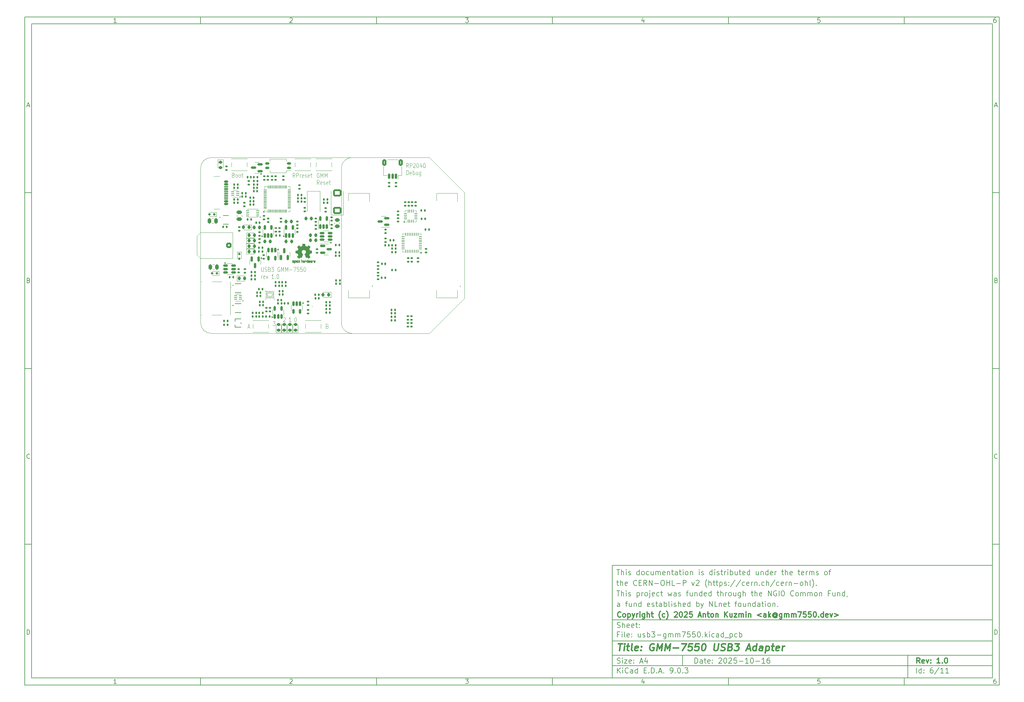
<source format=gbr>
%TF.GenerationSoftware,KiCad,Pcbnew,9.0.3*%
%TF.CreationDate,2025-10-16T10:39:48+02:00*%
%TF.ProjectId,usb3-gmm7550,75736233-2d67-46d6-9d37-3535302e6b69,1.0*%
%TF.SameCoordinates,Original*%
%TF.FileFunction,Legend,Top*%
%TF.FilePolarity,Positive*%
%FSLAX46Y46*%
G04 Gerber Fmt 4.6, Leading zero omitted, Abs format (unit mm)*
G04 Created by KiCad (PCBNEW 9.0.3) date 2025-10-16 10:39:48*
%MOMM*%
%LPD*%
G01*
G04 APERTURE LIST*
G04 Aperture macros list*
%AMRoundRect*
0 Rectangle with rounded corners*
0 $1 Rounding radius*
0 $2 $3 $4 $5 $6 $7 $8 $9 X,Y pos of 4 corners*
0 Add a 4 corners polygon primitive as box body*
4,1,4,$2,$3,$4,$5,$6,$7,$8,$9,$2,$3,0*
0 Add four circle primitives for the rounded corners*
1,1,$1+$1,$2,$3*
1,1,$1+$1,$4,$5*
1,1,$1+$1,$6,$7*
1,1,$1+$1,$8,$9*
0 Add four rect primitives between the rounded corners*
20,1,$1+$1,$2,$3,$4,$5,0*
20,1,$1+$1,$4,$5,$6,$7,0*
20,1,$1+$1,$6,$7,$8,$9,0*
20,1,$1+$1,$8,$9,$2,$3,0*%
G04 Aperture macros list end*
%ADD10C,0.100000*%
%ADD11C,0.150000*%
%ADD12C,0.300000*%
%ADD13C,0.400000*%
%ADD14C,0.125000*%
%ADD15C,0.120000*%
%ADD16C,0.010000*%
%ADD17C,0.152400*%
%ADD18C,0.200000*%
%ADD19C,0.000000*%
%ADD20R,0.700000X0.300000*%
%ADD21R,0.700000X1.000000*%
%ADD22O,2.100000X1.100000*%
%ADD23O,2.600000X1.100000*%
%ADD24RoundRect,0.050000X0.050000X-0.387500X0.050000X0.387500X-0.050000X0.387500X-0.050000X-0.387500X0*%
%ADD25RoundRect,0.050000X0.387500X-0.050000X0.387500X0.050000X-0.387500X0.050000X-0.387500X-0.050000X0*%
%ADD26R,3.200000X3.200000*%
%ADD27RoundRect,0.140000X-0.170000X0.140000X-0.170000X-0.140000X0.170000X-0.140000X0.170000X0.140000X0*%
%ADD28RoundRect,0.218750X0.256250X-0.218750X0.256250X0.218750X-0.256250X0.218750X-0.256250X-0.218750X0*%
%ADD29RoundRect,0.062500X0.387500X0.062500X-0.387500X0.062500X-0.387500X-0.062500X0.387500X-0.062500X0*%
%ADD30R,0.200000X1.600000*%
%ADD31RoundRect,0.140000X0.140000X0.170000X-0.140000X0.170000X-0.140000X-0.170000X0.140000X-0.170000X0*%
%ADD32RoundRect,0.140000X0.170000X-0.140000X0.170000X0.140000X-0.170000X0.140000X-0.170000X-0.140000X0*%
%ADD33RoundRect,0.135000X0.135000X0.185000X-0.135000X0.185000X-0.135000X-0.185000X0.135000X-0.185000X0*%
%ADD34RoundRect,0.062500X0.350000X0.062500X-0.350000X0.062500X-0.350000X-0.062500X0.350000X-0.062500X0*%
%ADD35RoundRect,0.140000X-0.140000X-0.170000X0.140000X-0.170000X0.140000X0.170000X-0.140000X0.170000X0*%
%ADD36RoundRect,0.150000X-0.150000X0.587500X-0.150000X-0.587500X0.150000X-0.587500X0.150000X0.587500X0*%
%ADD37RoundRect,0.135000X-0.135000X-0.185000X0.135000X-0.185000X0.135000X0.185000X-0.135000X0.185000X0*%
%ADD38RoundRect,0.218750X-0.218750X-0.256250X0.218750X-0.256250X0.218750X0.256250X-0.218750X0.256250X0*%
%ADD39RoundRect,0.135000X-0.185000X0.135000X-0.185000X-0.135000X0.185000X-0.135000X0.185000X0.135000X0*%
%ADD40C,2.000000*%
%ADD41RoundRect,0.135000X0.185000X-0.135000X0.185000X0.135000X-0.185000X0.135000X-0.185000X-0.135000X0*%
%ADD42RoundRect,0.250000X0.475000X-0.250000X0.475000X0.250000X-0.475000X0.250000X-0.475000X-0.250000X0*%
%ADD43C,3.200000*%
%ADD44C,0.650000*%
%ADD45RoundRect,0.150000X-0.425000X0.150000X-0.425000X-0.150000X0.425000X-0.150000X0.425000X0.150000X0*%
%ADD46RoundRect,0.075000X-0.500000X0.075000X-0.500000X-0.075000X0.500000X-0.075000X0.500000X0.075000X0*%
%ADD47O,2.100000X1.000000*%
%ADD48O,1.800000X1.000000*%
%ADD49RoundRect,0.218750X-0.256250X0.218750X-0.256250X-0.218750X0.256250X-0.218750X0.256250X0.218750X0*%
%ADD50RoundRect,0.150000X0.200000X-0.150000X0.200000X0.150000X-0.200000X0.150000X-0.200000X-0.150000X0*%
%ADD51RoundRect,0.225000X-0.225000X-0.250000X0.225000X-0.250000X0.225000X0.250000X-0.225000X0.250000X0*%
%ADD52R,0.909599X0.204000*%
%ADD53RoundRect,0.150000X0.512500X0.150000X-0.512500X0.150000X-0.512500X-0.150000X0.512500X-0.150000X0*%
%ADD54RoundRect,0.225000X0.225000X0.250000X-0.225000X0.250000X-0.225000X-0.250000X0.225000X-0.250000X0*%
%ADD55RoundRect,0.150000X-0.512500X-0.150000X0.512500X-0.150000X0.512500X0.150000X-0.512500X0.150000X0*%
%ADD56RoundRect,0.150000X-0.150000X-0.200000X0.150000X-0.200000X0.150000X0.200000X-0.150000X0.200000X0*%
%ADD57RoundRect,0.062500X0.062500X-0.350000X0.062500X0.350000X-0.062500X0.350000X-0.062500X-0.350000X0*%
%ADD58RoundRect,0.062500X0.350000X-0.062500X0.350000X0.062500X-0.350000X0.062500X-0.350000X-0.062500X0*%
%ADD59R,1.700000X1.700000*%
%ADD60R,1.050000X0.650000*%
%ADD61RoundRect,0.190000X0.435000X0.190000X-0.435000X0.190000X-0.435000X-0.190000X0.435000X-0.190000X0*%
%ADD62RoundRect,0.250000X0.250000X0.475000X-0.250000X0.475000X-0.250000X-0.475000X0.250000X-0.475000X0*%
%ADD63R,0.700000X0.200000*%
%ADD64R,0.200000X0.500000*%
%ADD65C,0.830000*%
%ADD66C,1.230000*%
%ADD67R,2.000000X0.500000*%
%ADD68RoundRect,0.150000X0.150000X0.625000X-0.150000X0.625000X-0.150000X-0.625000X0.150000X-0.625000X0*%
%ADD69RoundRect,0.250000X0.350000X0.650000X-0.350000X0.650000X-0.350000X-0.650000X0.350000X-0.650000X0*%
%ADD70R,0.845299X0.304800*%
%ADD71RoundRect,0.150000X0.150000X-0.512500X0.150000X0.512500X-0.150000X0.512500X-0.150000X-0.512500X0*%
%ADD72RoundRect,0.250000X0.945000X-0.785000X0.945000X0.785000X-0.945000X0.785000X-0.945000X-0.785000X0*%
%ADD73RoundRect,0.150000X0.150000X-0.587500X0.150000X0.587500X-0.150000X0.587500X-0.150000X-0.587500X0*%
%ADD74C,3.000000*%
%ADD75RoundRect,0.250001X0.499999X-0.499999X0.499999X0.499999X-0.499999X0.499999X-0.499999X-0.499999X0*%
%ADD76C,1.500000*%
%ADD77RoundRect,0.062500X0.375000X0.062500X-0.375000X0.062500X-0.375000X-0.062500X0.375000X-0.062500X0*%
%ADD78RoundRect,0.062500X0.062500X0.375000X-0.062500X0.375000X-0.062500X-0.375000X0.062500X-0.375000X0*%
%ADD79R,3.300000X3.300000*%
%ADD80C,0.500000*%
%ADD81R,0.706399X0.229400*%
%ADD82RoundRect,0.250000X0.450000X-0.262500X0.450000X0.262500X-0.450000X0.262500X-0.450000X-0.262500X0*%
%ADD83R,2.400000X2.000000*%
%ADD84R,0.704800X0.300000*%
%ADD85R,0.704850X0.249936*%
%ADD86R,0.350012X0.754888*%
%ADD87RoundRect,0.150000X-0.150000X0.512500X-0.150000X-0.512500X0.150000X-0.512500X0.150000X0.512500X0*%
%ADD88RoundRect,0.150000X-0.587500X-0.150000X0.587500X-0.150000X0.587500X0.150000X-0.587500X0.150000X0*%
%ADD89RoundRect,0.150000X0.587500X0.150000X-0.587500X0.150000X-0.587500X-0.150000X0.587500X-0.150000X0*%
%ADD90RoundRect,0.218750X0.218750X0.256250X-0.218750X0.256250X-0.218750X-0.256250X0.218750X-0.256250X0*%
%ADD91RoundRect,0.050000X-0.050000X-0.100000X0.050000X-0.100000X0.050000X0.100000X-0.050000X0.100000X0*%
%ADD92RoundRect,0.050000X-0.100000X0.050000X-0.100000X-0.050000X0.100000X-0.050000X0.100000X0.050000X0*%
%ADD93C,0.400000*%
%ADD94RoundRect,0.050000X-0.650000X0.450000X-0.650000X-0.450000X0.650000X-0.450000X0.650000X0.450000X0*%
%TA.AperFunction,Profile*%
%ADD95C,0.100000*%
%TD*%
G04 APERTURE END LIST*
D10*
D11*
X177002200Y-166007200D02*
X285002200Y-166007200D01*
X285002200Y-198007200D01*
X177002200Y-198007200D01*
X177002200Y-166007200D01*
D10*
D11*
X10000000Y-10000000D02*
X287002200Y-10000000D01*
X287002200Y-200007200D01*
X10000000Y-200007200D01*
X10000000Y-10000000D01*
D10*
D11*
X12000000Y-12000000D02*
X285002200Y-12000000D01*
X285002200Y-198007200D01*
X12000000Y-198007200D01*
X12000000Y-12000000D01*
D10*
D11*
X60000000Y-12000000D02*
X60000000Y-10000000D01*
D10*
D11*
X110000000Y-12000000D02*
X110000000Y-10000000D01*
D10*
D11*
X160000000Y-12000000D02*
X160000000Y-10000000D01*
D10*
D11*
X210000000Y-12000000D02*
X210000000Y-10000000D01*
D10*
D11*
X260000000Y-12000000D02*
X260000000Y-10000000D01*
D10*
D11*
X36089160Y-11593604D02*
X35346303Y-11593604D01*
X35717731Y-11593604D02*
X35717731Y-10293604D01*
X35717731Y-10293604D02*
X35593922Y-10479319D01*
X35593922Y-10479319D02*
X35470112Y-10603128D01*
X35470112Y-10603128D02*
X35346303Y-10665033D01*
D10*
D11*
X85346303Y-10417414D02*
X85408207Y-10355509D01*
X85408207Y-10355509D02*
X85532017Y-10293604D01*
X85532017Y-10293604D02*
X85841541Y-10293604D01*
X85841541Y-10293604D02*
X85965350Y-10355509D01*
X85965350Y-10355509D02*
X86027255Y-10417414D01*
X86027255Y-10417414D02*
X86089160Y-10541223D01*
X86089160Y-10541223D02*
X86089160Y-10665033D01*
X86089160Y-10665033D02*
X86027255Y-10850747D01*
X86027255Y-10850747D02*
X85284398Y-11593604D01*
X85284398Y-11593604D02*
X86089160Y-11593604D01*
D10*
D11*
X135284398Y-10293604D02*
X136089160Y-10293604D01*
X136089160Y-10293604D02*
X135655826Y-10788842D01*
X135655826Y-10788842D02*
X135841541Y-10788842D01*
X135841541Y-10788842D02*
X135965350Y-10850747D01*
X135965350Y-10850747D02*
X136027255Y-10912652D01*
X136027255Y-10912652D02*
X136089160Y-11036461D01*
X136089160Y-11036461D02*
X136089160Y-11345985D01*
X136089160Y-11345985D02*
X136027255Y-11469795D01*
X136027255Y-11469795D02*
X135965350Y-11531700D01*
X135965350Y-11531700D02*
X135841541Y-11593604D01*
X135841541Y-11593604D02*
X135470112Y-11593604D01*
X135470112Y-11593604D02*
X135346303Y-11531700D01*
X135346303Y-11531700D02*
X135284398Y-11469795D01*
D10*
D11*
X185965350Y-10726938D02*
X185965350Y-11593604D01*
X185655826Y-10231700D02*
X185346303Y-11160271D01*
X185346303Y-11160271D02*
X186151064Y-11160271D01*
D10*
D11*
X236027255Y-10293604D02*
X235408207Y-10293604D01*
X235408207Y-10293604D02*
X235346303Y-10912652D01*
X235346303Y-10912652D02*
X235408207Y-10850747D01*
X235408207Y-10850747D02*
X235532017Y-10788842D01*
X235532017Y-10788842D02*
X235841541Y-10788842D01*
X235841541Y-10788842D02*
X235965350Y-10850747D01*
X235965350Y-10850747D02*
X236027255Y-10912652D01*
X236027255Y-10912652D02*
X236089160Y-11036461D01*
X236089160Y-11036461D02*
X236089160Y-11345985D01*
X236089160Y-11345985D02*
X236027255Y-11469795D01*
X236027255Y-11469795D02*
X235965350Y-11531700D01*
X235965350Y-11531700D02*
X235841541Y-11593604D01*
X235841541Y-11593604D02*
X235532017Y-11593604D01*
X235532017Y-11593604D02*
X235408207Y-11531700D01*
X235408207Y-11531700D02*
X235346303Y-11469795D01*
D10*
D11*
X285965350Y-10293604D02*
X285717731Y-10293604D01*
X285717731Y-10293604D02*
X285593922Y-10355509D01*
X285593922Y-10355509D02*
X285532017Y-10417414D01*
X285532017Y-10417414D02*
X285408207Y-10603128D01*
X285408207Y-10603128D02*
X285346303Y-10850747D01*
X285346303Y-10850747D02*
X285346303Y-11345985D01*
X285346303Y-11345985D02*
X285408207Y-11469795D01*
X285408207Y-11469795D02*
X285470112Y-11531700D01*
X285470112Y-11531700D02*
X285593922Y-11593604D01*
X285593922Y-11593604D02*
X285841541Y-11593604D01*
X285841541Y-11593604D02*
X285965350Y-11531700D01*
X285965350Y-11531700D02*
X286027255Y-11469795D01*
X286027255Y-11469795D02*
X286089160Y-11345985D01*
X286089160Y-11345985D02*
X286089160Y-11036461D01*
X286089160Y-11036461D02*
X286027255Y-10912652D01*
X286027255Y-10912652D02*
X285965350Y-10850747D01*
X285965350Y-10850747D02*
X285841541Y-10788842D01*
X285841541Y-10788842D02*
X285593922Y-10788842D01*
X285593922Y-10788842D02*
X285470112Y-10850747D01*
X285470112Y-10850747D02*
X285408207Y-10912652D01*
X285408207Y-10912652D02*
X285346303Y-11036461D01*
D10*
D11*
X60000000Y-198007200D02*
X60000000Y-200007200D01*
D10*
D11*
X110000000Y-198007200D02*
X110000000Y-200007200D01*
D10*
D11*
X160000000Y-198007200D02*
X160000000Y-200007200D01*
D10*
D11*
X210000000Y-198007200D02*
X210000000Y-200007200D01*
D10*
D11*
X260000000Y-198007200D02*
X260000000Y-200007200D01*
D10*
D11*
X36089160Y-199600804D02*
X35346303Y-199600804D01*
X35717731Y-199600804D02*
X35717731Y-198300804D01*
X35717731Y-198300804D02*
X35593922Y-198486519D01*
X35593922Y-198486519D02*
X35470112Y-198610328D01*
X35470112Y-198610328D02*
X35346303Y-198672233D01*
D10*
D11*
X85346303Y-198424614D02*
X85408207Y-198362709D01*
X85408207Y-198362709D02*
X85532017Y-198300804D01*
X85532017Y-198300804D02*
X85841541Y-198300804D01*
X85841541Y-198300804D02*
X85965350Y-198362709D01*
X85965350Y-198362709D02*
X86027255Y-198424614D01*
X86027255Y-198424614D02*
X86089160Y-198548423D01*
X86089160Y-198548423D02*
X86089160Y-198672233D01*
X86089160Y-198672233D02*
X86027255Y-198857947D01*
X86027255Y-198857947D02*
X85284398Y-199600804D01*
X85284398Y-199600804D02*
X86089160Y-199600804D01*
D10*
D11*
X135284398Y-198300804D02*
X136089160Y-198300804D01*
X136089160Y-198300804D02*
X135655826Y-198796042D01*
X135655826Y-198796042D02*
X135841541Y-198796042D01*
X135841541Y-198796042D02*
X135965350Y-198857947D01*
X135965350Y-198857947D02*
X136027255Y-198919852D01*
X136027255Y-198919852D02*
X136089160Y-199043661D01*
X136089160Y-199043661D02*
X136089160Y-199353185D01*
X136089160Y-199353185D02*
X136027255Y-199476995D01*
X136027255Y-199476995D02*
X135965350Y-199538900D01*
X135965350Y-199538900D02*
X135841541Y-199600804D01*
X135841541Y-199600804D02*
X135470112Y-199600804D01*
X135470112Y-199600804D02*
X135346303Y-199538900D01*
X135346303Y-199538900D02*
X135284398Y-199476995D01*
D10*
D11*
X185965350Y-198734138D02*
X185965350Y-199600804D01*
X185655826Y-198238900D02*
X185346303Y-199167471D01*
X185346303Y-199167471D02*
X186151064Y-199167471D01*
D10*
D11*
X236027255Y-198300804D02*
X235408207Y-198300804D01*
X235408207Y-198300804D02*
X235346303Y-198919852D01*
X235346303Y-198919852D02*
X235408207Y-198857947D01*
X235408207Y-198857947D02*
X235532017Y-198796042D01*
X235532017Y-198796042D02*
X235841541Y-198796042D01*
X235841541Y-198796042D02*
X235965350Y-198857947D01*
X235965350Y-198857947D02*
X236027255Y-198919852D01*
X236027255Y-198919852D02*
X236089160Y-199043661D01*
X236089160Y-199043661D02*
X236089160Y-199353185D01*
X236089160Y-199353185D02*
X236027255Y-199476995D01*
X236027255Y-199476995D02*
X235965350Y-199538900D01*
X235965350Y-199538900D02*
X235841541Y-199600804D01*
X235841541Y-199600804D02*
X235532017Y-199600804D01*
X235532017Y-199600804D02*
X235408207Y-199538900D01*
X235408207Y-199538900D02*
X235346303Y-199476995D01*
D10*
D11*
X285965350Y-198300804D02*
X285717731Y-198300804D01*
X285717731Y-198300804D02*
X285593922Y-198362709D01*
X285593922Y-198362709D02*
X285532017Y-198424614D01*
X285532017Y-198424614D02*
X285408207Y-198610328D01*
X285408207Y-198610328D02*
X285346303Y-198857947D01*
X285346303Y-198857947D02*
X285346303Y-199353185D01*
X285346303Y-199353185D02*
X285408207Y-199476995D01*
X285408207Y-199476995D02*
X285470112Y-199538900D01*
X285470112Y-199538900D02*
X285593922Y-199600804D01*
X285593922Y-199600804D02*
X285841541Y-199600804D01*
X285841541Y-199600804D02*
X285965350Y-199538900D01*
X285965350Y-199538900D02*
X286027255Y-199476995D01*
X286027255Y-199476995D02*
X286089160Y-199353185D01*
X286089160Y-199353185D02*
X286089160Y-199043661D01*
X286089160Y-199043661D02*
X286027255Y-198919852D01*
X286027255Y-198919852D02*
X285965350Y-198857947D01*
X285965350Y-198857947D02*
X285841541Y-198796042D01*
X285841541Y-198796042D02*
X285593922Y-198796042D01*
X285593922Y-198796042D02*
X285470112Y-198857947D01*
X285470112Y-198857947D02*
X285408207Y-198919852D01*
X285408207Y-198919852D02*
X285346303Y-199043661D01*
D10*
D11*
X10000000Y-60000000D02*
X12000000Y-60000000D01*
D10*
D11*
X10000000Y-110000000D02*
X12000000Y-110000000D01*
D10*
D11*
X10000000Y-160000000D02*
X12000000Y-160000000D01*
D10*
D11*
X10690476Y-35222176D02*
X11309523Y-35222176D01*
X10566666Y-35593604D02*
X10999999Y-34293604D01*
X10999999Y-34293604D02*
X11433333Y-35593604D01*
D10*
D11*
X11092857Y-84912652D02*
X11278571Y-84974557D01*
X11278571Y-84974557D02*
X11340476Y-85036461D01*
X11340476Y-85036461D02*
X11402380Y-85160271D01*
X11402380Y-85160271D02*
X11402380Y-85345985D01*
X11402380Y-85345985D02*
X11340476Y-85469795D01*
X11340476Y-85469795D02*
X11278571Y-85531700D01*
X11278571Y-85531700D02*
X11154761Y-85593604D01*
X11154761Y-85593604D02*
X10659523Y-85593604D01*
X10659523Y-85593604D02*
X10659523Y-84293604D01*
X10659523Y-84293604D02*
X11092857Y-84293604D01*
X11092857Y-84293604D02*
X11216666Y-84355509D01*
X11216666Y-84355509D02*
X11278571Y-84417414D01*
X11278571Y-84417414D02*
X11340476Y-84541223D01*
X11340476Y-84541223D02*
X11340476Y-84665033D01*
X11340476Y-84665033D02*
X11278571Y-84788842D01*
X11278571Y-84788842D02*
X11216666Y-84850747D01*
X11216666Y-84850747D02*
X11092857Y-84912652D01*
X11092857Y-84912652D02*
X10659523Y-84912652D01*
D10*
D11*
X11402380Y-135469795D02*
X11340476Y-135531700D01*
X11340476Y-135531700D02*
X11154761Y-135593604D01*
X11154761Y-135593604D02*
X11030952Y-135593604D01*
X11030952Y-135593604D02*
X10845238Y-135531700D01*
X10845238Y-135531700D02*
X10721428Y-135407890D01*
X10721428Y-135407890D02*
X10659523Y-135284080D01*
X10659523Y-135284080D02*
X10597619Y-135036461D01*
X10597619Y-135036461D02*
X10597619Y-134850747D01*
X10597619Y-134850747D02*
X10659523Y-134603128D01*
X10659523Y-134603128D02*
X10721428Y-134479319D01*
X10721428Y-134479319D02*
X10845238Y-134355509D01*
X10845238Y-134355509D02*
X11030952Y-134293604D01*
X11030952Y-134293604D02*
X11154761Y-134293604D01*
X11154761Y-134293604D02*
X11340476Y-134355509D01*
X11340476Y-134355509D02*
X11402380Y-134417414D01*
D10*
D11*
X10659523Y-185593604D02*
X10659523Y-184293604D01*
X10659523Y-184293604D02*
X10969047Y-184293604D01*
X10969047Y-184293604D02*
X11154761Y-184355509D01*
X11154761Y-184355509D02*
X11278571Y-184479319D01*
X11278571Y-184479319D02*
X11340476Y-184603128D01*
X11340476Y-184603128D02*
X11402380Y-184850747D01*
X11402380Y-184850747D02*
X11402380Y-185036461D01*
X11402380Y-185036461D02*
X11340476Y-185284080D01*
X11340476Y-185284080D02*
X11278571Y-185407890D01*
X11278571Y-185407890D02*
X11154761Y-185531700D01*
X11154761Y-185531700D02*
X10969047Y-185593604D01*
X10969047Y-185593604D02*
X10659523Y-185593604D01*
D10*
D11*
X287002200Y-60000000D02*
X285002200Y-60000000D01*
D10*
D11*
X287002200Y-110000000D02*
X285002200Y-110000000D01*
D10*
D11*
X287002200Y-160000000D02*
X285002200Y-160000000D01*
D10*
D11*
X285692676Y-35222176D02*
X286311723Y-35222176D01*
X285568866Y-35593604D02*
X286002199Y-34293604D01*
X286002199Y-34293604D02*
X286435533Y-35593604D01*
D10*
D11*
X286095057Y-84912652D02*
X286280771Y-84974557D01*
X286280771Y-84974557D02*
X286342676Y-85036461D01*
X286342676Y-85036461D02*
X286404580Y-85160271D01*
X286404580Y-85160271D02*
X286404580Y-85345985D01*
X286404580Y-85345985D02*
X286342676Y-85469795D01*
X286342676Y-85469795D02*
X286280771Y-85531700D01*
X286280771Y-85531700D02*
X286156961Y-85593604D01*
X286156961Y-85593604D02*
X285661723Y-85593604D01*
X285661723Y-85593604D02*
X285661723Y-84293604D01*
X285661723Y-84293604D02*
X286095057Y-84293604D01*
X286095057Y-84293604D02*
X286218866Y-84355509D01*
X286218866Y-84355509D02*
X286280771Y-84417414D01*
X286280771Y-84417414D02*
X286342676Y-84541223D01*
X286342676Y-84541223D02*
X286342676Y-84665033D01*
X286342676Y-84665033D02*
X286280771Y-84788842D01*
X286280771Y-84788842D02*
X286218866Y-84850747D01*
X286218866Y-84850747D02*
X286095057Y-84912652D01*
X286095057Y-84912652D02*
X285661723Y-84912652D01*
D10*
D11*
X286404580Y-135469795D02*
X286342676Y-135531700D01*
X286342676Y-135531700D02*
X286156961Y-135593604D01*
X286156961Y-135593604D02*
X286033152Y-135593604D01*
X286033152Y-135593604D02*
X285847438Y-135531700D01*
X285847438Y-135531700D02*
X285723628Y-135407890D01*
X285723628Y-135407890D02*
X285661723Y-135284080D01*
X285661723Y-135284080D02*
X285599819Y-135036461D01*
X285599819Y-135036461D02*
X285599819Y-134850747D01*
X285599819Y-134850747D02*
X285661723Y-134603128D01*
X285661723Y-134603128D02*
X285723628Y-134479319D01*
X285723628Y-134479319D02*
X285847438Y-134355509D01*
X285847438Y-134355509D02*
X286033152Y-134293604D01*
X286033152Y-134293604D02*
X286156961Y-134293604D01*
X286156961Y-134293604D02*
X286342676Y-134355509D01*
X286342676Y-134355509D02*
X286404580Y-134417414D01*
D10*
D11*
X285661723Y-185593604D02*
X285661723Y-184293604D01*
X285661723Y-184293604D02*
X285971247Y-184293604D01*
X285971247Y-184293604D02*
X286156961Y-184355509D01*
X286156961Y-184355509D02*
X286280771Y-184479319D01*
X286280771Y-184479319D02*
X286342676Y-184603128D01*
X286342676Y-184603128D02*
X286404580Y-184850747D01*
X286404580Y-184850747D02*
X286404580Y-185036461D01*
X286404580Y-185036461D02*
X286342676Y-185284080D01*
X286342676Y-185284080D02*
X286280771Y-185407890D01*
X286280771Y-185407890D02*
X286156961Y-185531700D01*
X286156961Y-185531700D02*
X285971247Y-185593604D01*
X285971247Y-185593604D02*
X285661723Y-185593604D01*
D10*
D11*
X200458026Y-193793328D02*
X200458026Y-192293328D01*
X200458026Y-192293328D02*
X200815169Y-192293328D01*
X200815169Y-192293328D02*
X201029455Y-192364757D01*
X201029455Y-192364757D02*
X201172312Y-192507614D01*
X201172312Y-192507614D02*
X201243741Y-192650471D01*
X201243741Y-192650471D02*
X201315169Y-192936185D01*
X201315169Y-192936185D02*
X201315169Y-193150471D01*
X201315169Y-193150471D02*
X201243741Y-193436185D01*
X201243741Y-193436185D02*
X201172312Y-193579042D01*
X201172312Y-193579042D02*
X201029455Y-193721900D01*
X201029455Y-193721900D02*
X200815169Y-193793328D01*
X200815169Y-193793328D02*
X200458026Y-193793328D01*
X202600884Y-193793328D02*
X202600884Y-193007614D01*
X202600884Y-193007614D02*
X202529455Y-192864757D01*
X202529455Y-192864757D02*
X202386598Y-192793328D01*
X202386598Y-192793328D02*
X202100884Y-192793328D01*
X202100884Y-192793328D02*
X201958026Y-192864757D01*
X202600884Y-193721900D02*
X202458026Y-193793328D01*
X202458026Y-193793328D02*
X202100884Y-193793328D01*
X202100884Y-193793328D02*
X201958026Y-193721900D01*
X201958026Y-193721900D02*
X201886598Y-193579042D01*
X201886598Y-193579042D02*
X201886598Y-193436185D01*
X201886598Y-193436185D02*
X201958026Y-193293328D01*
X201958026Y-193293328D02*
X202100884Y-193221900D01*
X202100884Y-193221900D02*
X202458026Y-193221900D01*
X202458026Y-193221900D02*
X202600884Y-193150471D01*
X203100884Y-192793328D02*
X203672312Y-192793328D01*
X203315169Y-192293328D02*
X203315169Y-193579042D01*
X203315169Y-193579042D02*
X203386598Y-193721900D01*
X203386598Y-193721900D02*
X203529455Y-193793328D01*
X203529455Y-193793328D02*
X203672312Y-193793328D01*
X204743741Y-193721900D02*
X204600884Y-193793328D01*
X204600884Y-193793328D02*
X204315170Y-193793328D01*
X204315170Y-193793328D02*
X204172312Y-193721900D01*
X204172312Y-193721900D02*
X204100884Y-193579042D01*
X204100884Y-193579042D02*
X204100884Y-193007614D01*
X204100884Y-193007614D02*
X204172312Y-192864757D01*
X204172312Y-192864757D02*
X204315170Y-192793328D01*
X204315170Y-192793328D02*
X204600884Y-192793328D01*
X204600884Y-192793328D02*
X204743741Y-192864757D01*
X204743741Y-192864757D02*
X204815170Y-193007614D01*
X204815170Y-193007614D02*
X204815170Y-193150471D01*
X204815170Y-193150471D02*
X204100884Y-193293328D01*
X205458026Y-193650471D02*
X205529455Y-193721900D01*
X205529455Y-193721900D02*
X205458026Y-193793328D01*
X205458026Y-193793328D02*
X205386598Y-193721900D01*
X205386598Y-193721900D02*
X205458026Y-193650471D01*
X205458026Y-193650471D02*
X205458026Y-193793328D01*
X205458026Y-192864757D02*
X205529455Y-192936185D01*
X205529455Y-192936185D02*
X205458026Y-193007614D01*
X205458026Y-193007614D02*
X205386598Y-192936185D01*
X205386598Y-192936185D02*
X205458026Y-192864757D01*
X205458026Y-192864757D02*
X205458026Y-193007614D01*
X207243741Y-192436185D02*
X207315169Y-192364757D01*
X207315169Y-192364757D02*
X207458027Y-192293328D01*
X207458027Y-192293328D02*
X207815169Y-192293328D01*
X207815169Y-192293328D02*
X207958027Y-192364757D01*
X207958027Y-192364757D02*
X208029455Y-192436185D01*
X208029455Y-192436185D02*
X208100884Y-192579042D01*
X208100884Y-192579042D02*
X208100884Y-192721900D01*
X208100884Y-192721900D02*
X208029455Y-192936185D01*
X208029455Y-192936185D02*
X207172312Y-193793328D01*
X207172312Y-193793328D02*
X208100884Y-193793328D01*
X209029455Y-192293328D02*
X209172312Y-192293328D01*
X209172312Y-192293328D02*
X209315169Y-192364757D01*
X209315169Y-192364757D02*
X209386598Y-192436185D01*
X209386598Y-192436185D02*
X209458026Y-192579042D01*
X209458026Y-192579042D02*
X209529455Y-192864757D01*
X209529455Y-192864757D02*
X209529455Y-193221900D01*
X209529455Y-193221900D02*
X209458026Y-193507614D01*
X209458026Y-193507614D02*
X209386598Y-193650471D01*
X209386598Y-193650471D02*
X209315169Y-193721900D01*
X209315169Y-193721900D02*
X209172312Y-193793328D01*
X209172312Y-193793328D02*
X209029455Y-193793328D01*
X209029455Y-193793328D02*
X208886598Y-193721900D01*
X208886598Y-193721900D02*
X208815169Y-193650471D01*
X208815169Y-193650471D02*
X208743740Y-193507614D01*
X208743740Y-193507614D02*
X208672312Y-193221900D01*
X208672312Y-193221900D02*
X208672312Y-192864757D01*
X208672312Y-192864757D02*
X208743740Y-192579042D01*
X208743740Y-192579042D02*
X208815169Y-192436185D01*
X208815169Y-192436185D02*
X208886598Y-192364757D01*
X208886598Y-192364757D02*
X209029455Y-192293328D01*
X210100883Y-192436185D02*
X210172311Y-192364757D01*
X210172311Y-192364757D02*
X210315169Y-192293328D01*
X210315169Y-192293328D02*
X210672311Y-192293328D01*
X210672311Y-192293328D02*
X210815169Y-192364757D01*
X210815169Y-192364757D02*
X210886597Y-192436185D01*
X210886597Y-192436185D02*
X210958026Y-192579042D01*
X210958026Y-192579042D02*
X210958026Y-192721900D01*
X210958026Y-192721900D02*
X210886597Y-192936185D01*
X210886597Y-192936185D02*
X210029454Y-193793328D01*
X210029454Y-193793328D02*
X210958026Y-193793328D01*
X212315168Y-192293328D02*
X211600882Y-192293328D01*
X211600882Y-192293328D02*
X211529454Y-193007614D01*
X211529454Y-193007614D02*
X211600882Y-192936185D01*
X211600882Y-192936185D02*
X211743740Y-192864757D01*
X211743740Y-192864757D02*
X212100882Y-192864757D01*
X212100882Y-192864757D02*
X212243740Y-192936185D01*
X212243740Y-192936185D02*
X212315168Y-193007614D01*
X212315168Y-193007614D02*
X212386597Y-193150471D01*
X212386597Y-193150471D02*
X212386597Y-193507614D01*
X212386597Y-193507614D02*
X212315168Y-193650471D01*
X212315168Y-193650471D02*
X212243740Y-193721900D01*
X212243740Y-193721900D02*
X212100882Y-193793328D01*
X212100882Y-193793328D02*
X211743740Y-193793328D01*
X211743740Y-193793328D02*
X211600882Y-193721900D01*
X211600882Y-193721900D02*
X211529454Y-193650471D01*
X213029453Y-193221900D02*
X214172311Y-193221900D01*
X215672311Y-193793328D02*
X214815168Y-193793328D01*
X215243739Y-193793328D02*
X215243739Y-192293328D01*
X215243739Y-192293328D02*
X215100882Y-192507614D01*
X215100882Y-192507614D02*
X214958025Y-192650471D01*
X214958025Y-192650471D02*
X214815168Y-192721900D01*
X216600882Y-192293328D02*
X216743739Y-192293328D01*
X216743739Y-192293328D02*
X216886596Y-192364757D01*
X216886596Y-192364757D02*
X216958025Y-192436185D01*
X216958025Y-192436185D02*
X217029453Y-192579042D01*
X217029453Y-192579042D02*
X217100882Y-192864757D01*
X217100882Y-192864757D02*
X217100882Y-193221900D01*
X217100882Y-193221900D02*
X217029453Y-193507614D01*
X217029453Y-193507614D02*
X216958025Y-193650471D01*
X216958025Y-193650471D02*
X216886596Y-193721900D01*
X216886596Y-193721900D02*
X216743739Y-193793328D01*
X216743739Y-193793328D02*
X216600882Y-193793328D01*
X216600882Y-193793328D02*
X216458025Y-193721900D01*
X216458025Y-193721900D02*
X216386596Y-193650471D01*
X216386596Y-193650471D02*
X216315167Y-193507614D01*
X216315167Y-193507614D02*
X216243739Y-193221900D01*
X216243739Y-193221900D02*
X216243739Y-192864757D01*
X216243739Y-192864757D02*
X216315167Y-192579042D01*
X216315167Y-192579042D02*
X216386596Y-192436185D01*
X216386596Y-192436185D02*
X216458025Y-192364757D01*
X216458025Y-192364757D02*
X216600882Y-192293328D01*
X217743738Y-193221900D02*
X218886596Y-193221900D01*
X220386596Y-193793328D02*
X219529453Y-193793328D01*
X219958024Y-193793328D02*
X219958024Y-192293328D01*
X219958024Y-192293328D02*
X219815167Y-192507614D01*
X219815167Y-192507614D02*
X219672310Y-192650471D01*
X219672310Y-192650471D02*
X219529453Y-192721900D01*
X221672310Y-192293328D02*
X221386595Y-192293328D01*
X221386595Y-192293328D02*
X221243738Y-192364757D01*
X221243738Y-192364757D02*
X221172310Y-192436185D01*
X221172310Y-192436185D02*
X221029452Y-192650471D01*
X221029452Y-192650471D02*
X220958024Y-192936185D01*
X220958024Y-192936185D02*
X220958024Y-193507614D01*
X220958024Y-193507614D02*
X221029452Y-193650471D01*
X221029452Y-193650471D02*
X221100881Y-193721900D01*
X221100881Y-193721900D02*
X221243738Y-193793328D01*
X221243738Y-193793328D02*
X221529452Y-193793328D01*
X221529452Y-193793328D02*
X221672310Y-193721900D01*
X221672310Y-193721900D02*
X221743738Y-193650471D01*
X221743738Y-193650471D02*
X221815167Y-193507614D01*
X221815167Y-193507614D02*
X221815167Y-193150471D01*
X221815167Y-193150471D02*
X221743738Y-193007614D01*
X221743738Y-193007614D02*
X221672310Y-192936185D01*
X221672310Y-192936185D02*
X221529452Y-192864757D01*
X221529452Y-192864757D02*
X221243738Y-192864757D01*
X221243738Y-192864757D02*
X221100881Y-192936185D01*
X221100881Y-192936185D02*
X221029452Y-193007614D01*
X221029452Y-193007614D02*
X220958024Y-193150471D01*
D10*
D11*
X177002200Y-194507200D02*
X285002200Y-194507200D01*
D10*
D11*
X178458026Y-196593328D02*
X178458026Y-195093328D01*
X179315169Y-196593328D02*
X178672312Y-195736185D01*
X179315169Y-195093328D02*
X178458026Y-195950471D01*
X179958026Y-196593328D02*
X179958026Y-195593328D01*
X179958026Y-195093328D02*
X179886598Y-195164757D01*
X179886598Y-195164757D02*
X179958026Y-195236185D01*
X179958026Y-195236185D02*
X180029455Y-195164757D01*
X180029455Y-195164757D02*
X179958026Y-195093328D01*
X179958026Y-195093328D02*
X179958026Y-195236185D01*
X181529455Y-196450471D02*
X181458027Y-196521900D01*
X181458027Y-196521900D02*
X181243741Y-196593328D01*
X181243741Y-196593328D02*
X181100884Y-196593328D01*
X181100884Y-196593328D02*
X180886598Y-196521900D01*
X180886598Y-196521900D02*
X180743741Y-196379042D01*
X180743741Y-196379042D02*
X180672312Y-196236185D01*
X180672312Y-196236185D02*
X180600884Y-195950471D01*
X180600884Y-195950471D02*
X180600884Y-195736185D01*
X180600884Y-195736185D02*
X180672312Y-195450471D01*
X180672312Y-195450471D02*
X180743741Y-195307614D01*
X180743741Y-195307614D02*
X180886598Y-195164757D01*
X180886598Y-195164757D02*
X181100884Y-195093328D01*
X181100884Y-195093328D02*
X181243741Y-195093328D01*
X181243741Y-195093328D02*
X181458027Y-195164757D01*
X181458027Y-195164757D02*
X181529455Y-195236185D01*
X182815170Y-196593328D02*
X182815170Y-195807614D01*
X182815170Y-195807614D02*
X182743741Y-195664757D01*
X182743741Y-195664757D02*
X182600884Y-195593328D01*
X182600884Y-195593328D02*
X182315170Y-195593328D01*
X182315170Y-195593328D02*
X182172312Y-195664757D01*
X182815170Y-196521900D02*
X182672312Y-196593328D01*
X182672312Y-196593328D02*
X182315170Y-196593328D01*
X182315170Y-196593328D02*
X182172312Y-196521900D01*
X182172312Y-196521900D02*
X182100884Y-196379042D01*
X182100884Y-196379042D02*
X182100884Y-196236185D01*
X182100884Y-196236185D02*
X182172312Y-196093328D01*
X182172312Y-196093328D02*
X182315170Y-196021900D01*
X182315170Y-196021900D02*
X182672312Y-196021900D01*
X182672312Y-196021900D02*
X182815170Y-195950471D01*
X184172313Y-196593328D02*
X184172313Y-195093328D01*
X184172313Y-196521900D02*
X184029455Y-196593328D01*
X184029455Y-196593328D02*
X183743741Y-196593328D01*
X183743741Y-196593328D02*
X183600884Y-196521900D01*
X183600884Y-196521900D02*
X183529455Y-196450471D01*
X183529455Y-196450471D02*
X183458027Y-196307614D01*
X183458027Y-196307614D02*
X183458027Y-195879042D01*
X183458027Y-195879042D02*
X183529455Y-195736185D01*
X183529455Y-195736185D02*
X183600884Y-195664757D01*
X183600884Y-195664757D02*
X183743741Y-195593328D01*
X183743741Y-195593328D02*
X184029455Y-195593328D01*
X184029455Y-195593328D02*
X184172313Y-195664757D01*
X186029455Y-195807614D02*
X186529455Y-195807614D01*
X186743741Y-196593328D02*
X186029455Y-196593328D01*
X186029455Y-196593328D02*
X186029455Y-195093328D01*
X186029455Y-195093328D02*
X186743741Y-195093328D01*
X187386598Y-196450471D02*
X187458027Y-196521900D01*
X187458027Y-196521900D02*
X187386598Y-196593328D01*
X187386598Y-196593328D02*
X187315170Y-196521900D01*
X187315170Y-196521900D02*
X187386598Y-196450471D01*
X187386598Y-196450471D02*
X187386598Y-196593328D01*
X188100884Y-196593328D02*
X188100884Y-195093328D01*
X188100884Y-195093328D02*
X188458027Y-195093328D01*
X188458027Y-195093328D02*
X188672313Y-195164757D01*
X188672313Y-195164757D02*
X188815170Y-195307614D01*
X188815170Y-195307614D02*
X188886599Y-195450471D01*
X188886599Y-195450471D02*
X188958027Y-195736185D01*
X188958027Y-195736185D02*
X188958027Y-195950471D01*
X188958027Y-195950471D02*
X188886599Y-196236185D01*
X188886599Y-196236185D02*
X188815170Y-196379042D01*
X188815170Y-196379042D02*
X188672313Y-196521900D01*
X188672313Y-196521900D02*
X188458027Y-196593328D01*
X188458027Y-196593328D02*
X188100884Y-196593328D01*
X189600884Y-196450471D02*
X189672313Y-196521900D01*
X189672313Y-196521900D02*
X189600884Y-196593328D01*
X189600884Y-196593328D02*
X189529456Y-196521900D01*
X189529456Y-196521900D02*
X189600884Y-196450471D01*
X189600884Y-196450471D02*
X189600884Y-196593328D01*
X190243742Y-196164757D02*
X190958028Y-196164757D01*
X190100885Y-196593328D02*
X190600885Y-195093328D01*
X190600885Y-195093328D02*
X191100885Y-196593328D01*
X191600884Y-196450471D02*
X191672313Y-196521900D01*
X191672313Y-196521900D02*
X191600884Y-196593328D01*
X191600884Y-196593328D02*
X191529456Y-196521900D01*
X191529456Y-196521900D02*
X191600884Y-196450471D01*
X191600884Y-196450471D02*
X191600884Y-196593328D01*
X193529456Y-196593328D02*
X193815170Y-196593328D01*
X193815170Y-196593328D02*
X193958027Y-196521900D01*
X193958027Y-196521900D02*
X194029456Y-196450471D01*
X194029456Y-196450471D02*
X194172313Y-196236185D01*
X194172313Y-196236185D02*
X194243742Y-195950471D01*
X194243742Y-195950471D02*
X194243742Y-195379042D01*
X194243742Y-195379042D02*
X194172313Y-195236185D01*
X194172313Y-195236185D02*
X194100885Y-195164757D01*
X194100885Y-195164757D02*
X193958027Y-195093328D01*
X193958027Y-195093328D02*
X193672313Y-195093328D01*
X193672313Y-195093328D02*
X193529456Y-195164757D01*
X193529456Y-195164757D02*
X193458027Y-195236185D01*
X193458027Y-195236185D02*
X193386599Y-195379042D01*
X193386599Y-195379042D02*
X193386599Y-195736185D01*
X193386599Y-195736185D02*
X193458027Y-195879042D01*
X193458027Y-195879042D02*
X193529456Y-195950471D01*
X193529456Y-195950471D02*
X193672313Y-196021900D01*
X193672313Y-196021900D02*
X193958027Y-196021900D01*
X193958027Y-196021900D02*
X194100885Y-195950471D01*
X194100885Y-195950471D02*
X194172313Y-195879042D01*
X194172313Y-195879042D02*
X194243742Y-195736185D01*
X194886598Y-196450471D02*
X194958027Y-196521900D01*
X194958027Y-196521900D02*
X194886598Y-196593328D01*
X194886598Y-196593328D02*
X194815170Y-196521900D01*
X194815170Y-196521900D02*
X194886598Y-196450471D01*
X194886598Y-196450471D02*
X194886598Y-196593328D01*
X195886599Y-195093328D02*
X196029456Y-195093328D01*
X196029456Y-195093328D02*
X196172313Y-195164757D01*
X196172313Y-195164757D02*
X196243742Y-195236185D01*
X196243742Y-195236185D02*
X196315170Y-195379042D01*
X196315170Y-195379042D02*
X196386599Y-195664757D01*
X196386599Y-195664757D02*
X196386599Y-196021900D01*
X196386599Y-196021900D02*
X196315170Y-196307614D01*
X196315170Y-196307614D02*
X196243742Y-196450471D01*
X196243742Y-196450471D02*
X196172313Y-196521900D01*
X196172313Y-196521900D02*
X196029456Y-196593328D01*
X196029456Y-196593328D02*
X195886599Y-196593328D01*
X195886599Y-196593328D02*
X195743742Y-196521900D01*
X195743742Y-196521900D02*
X195672313Y-196450471D01*
X195672313Y-196450471D02*
X195600884Y-196307614D01*
X195600884Y-196307614D02*
X195529456Y-196021900D01*
X195529456Y-196021900D02*
X195529456Y-195664757D01*
X195529456Y-195664757D02*
X195600884Y-195379042D01*
X195600884Y-195379042D02*
X195672313Y-195236185D01*
X195672313Y-195236185D02*
X195743742Y-195164757D01*
X195743742Y-195164757D02*
X195886599Y-195093328D01*
X197029455Y-196450471D02*
X197100884Y-196521900D01*
X197100884Y-196521900D02*
X197029455Y-196593328D01*
X197029455Y-196593328D02*
X196958027Y-196521900D01*
X196958027Y-196521900D02*
X197029455Y-196450471D01*
X197029455Y-196450471D02*
X197029455Y-196593328D01*
X197600884Y-195093328D02*
X198529456Y-195093328D01*
X198529456Y-195093328D02*
X198029456Y-195664757D01*
X198029456Y-195664757D02*
X198243741Y-195664757D01*
X198243741Y-195664757D02*
X198386599Y-195736185D01*
X198386599Y-195736185D02*
X198458027Y-195807614D01*
X198458027Y-195807614D02*
X198529456Y-195950471D01*
X198529456Y-195950471D02*
X198529456Y-196307614D01*
X198529456Y-196307614D02*
X198458027Y-196450471D01*
X198458027Y-196450471D02*
X198386599Y-196521900D01*
X198386599Y-196521900D02*
X198243741Y-196593328D01*
X198243741Y-196593328D02*
X197815170Y-196593328D01*
X197815170Y-196593328D02*
X197672313Y-196521900D01*
X197672313Y-196521900D02*
X197600884Y-196450471D01*
D10*
D11*
X177002200Y-191507200D02*
X285002200Y-191507200D01*
D10*
D12*
X264413853Y-193785528D02*
X263913853Y-193071242D01*
X263556710Y-193785528D02*
X263556710Y-192285528D01*
X263556710Y-192285528D02*
X264128139Y-192285528D01*
X264128139Y-192285528D02*
X264270996Y-192356957D01*
X264270996Y-192356957D02*
X264342425Y-192428385D01*
X264342425Y-192428385D02*
X264413853Y-192571242D01*
X264413853Y-192571242D02*
X264413853Y-192785528D01*
X264413853Y-192785528D02*
X264342425Y-192928385D01*
X264342425Y-192928385D02*
X264270996Y-192999814D01*
X264270996Y-192999814D02*
X264128139Y-193071242D01*
X264128139Y-193071242D02*
X263556710Y-193071242D01*
X265628139Y-193714100D02*
X265485282Y-193785528D01*
X265485282Y-193785528D02*
X265199568Y-193785528D01*
X265199568Y-193785528D02*
X265056710Y-193714100D01*
X265056710Y-193714100D02*
X264985282Y-193571242D01*
X264985282Y-193571242D02*
X264985282Y-192999814D01*
X264985282Y-192999814D02*
X265056710Y-192856957D01*
X265056710Y-192856957D02*
X265199568Y-192785528D01*
X265199568Y-192785528D02*
X265485282Y-192785528D01*
X265485282Y-192785528D02*
X265628139Y-192856957D01*
X265628139Y-192856957D02*
X265699568Y-192999814D01*
X265699568Y-192999814D02*
X265699568Y-193142671D01*
X265699568Y-193142671D02*
X264985282Y-193285528D01*
X266199567Y-192785528D02*
X266556710Y-193785528D01*
X266556710Y-193785528D02*
X266913853Y-192785528D01*
X267485281Y-193642671D02*
X267556710Y-193714100D01*
X267556710Y-193714100D02*
X267485281Y-193785528D01*
X267485281Y-193785528D02*
X267413853Y-193714100D01*
X267413853Y-193714100D02*
X267485281Y-193642671D01*
X267485281Y-193642671D02*
X267485281Y-193785528D01*
X267485281Y-192856957D02*
X267556710Y-192928385D01*
X267556710Y-192928385D02*
X267485281Y-192999814D01*
X267485281Y-192999814D02*
X267413853Y-192928385D01*
X267413853Y-192928385D02*
X267485281Y-192856957D01*
X267485281Y-192856957D02*
X267485281Y-192999814D01*
X270128139Y-193785528D02*
X269270996Y-193785528D01*
X269699567Y-193785528D02*
X269699567Y-192285528D01*
X269699567Y-192285528D02*
X269556710Y-192499814D01*
X269556710Y-192499814D02*
X269413853Y-192642671D01*
X269413853Y-192642671D02*
X269270996Y-192714100D01*
X270770995Y-193642671D02*
X270842424Y-193714100D01*
X270842424Y-193714100D02*
X270770995Y-193785528D01*
X270770995Y-193785528D02*
X270699567Y-193714100D01*
X270699567Y-193714100D02*
X270770995Y-193642671D01*
X270770995Y-193642671D02*
X270770995Y-193785528D01*
X271770996Y-192285528D02*
X271913853Y-192285528D01*
X271913853Y-192285528D02*
X272056710Y-192356957D01*
X272056710Y-192356957D02*
X272128139Y-192428385D01*
X272128139Y-192428385D02*
X272199567Y-192571242D01*
X272199567Y-192571242D02*
X272270996Y-192856957D01*
X272270996Y-192856957D02*
X272270996Y-193214100D01*
X272270996Y-193214100D02*
X272199567Y-193499814D01*
X272199567Y-193499814D02*
X272128139Y-193642671D01*
X272128139Y-193642671D02*
X272056710Y-193714100D01*
X272056710Y-193714100D02*
X271913853Y-193785528D01*
X271913853Y-193785528D02*
X271770996Y-193785528D01*
X271770996Y-193785528D02*
X271628139Y-193714100D01*
X271628139Y-193714100D02*
X271556710Y-193642671D01*
X271556710Y-193642671D02*
X271485281Y-193499814D01*
X271485281Y-193499814D02*
X271413853Y-193214100D01*
X271413853Y-193214100D02*
X271413853Y-192856957D01*
X271413853Y-192856957D02*
X271485281Y-192571242D01*
X271485281Y-192571242D02*
X271556710Y-192428385D01*
X271556710Y-192428385D02*
X271628139Y-192356957D01*
X271628139Y-192356957D02*
X271770996Y-192285528D01*
D10*
D11*
X178386598Y-193721900D02*
X178600884Y-193793328D01*
X178600884Y-193793328D02*
X178958026Y-193793328D01*
X178958026Y-193793328D02*
X179100884Y-193721900D01*
X179100884Y-193721900D02*
X179172312Y-193650471D01*
X179172312Y-193650471D02*
X179243741Y-193507614D01*
X179243741Y-193507614D02*
X179243741Y-193364757D01*
X179243741Y-193364757D02*
X179172312Y-193221900D01*
X179172312Y-193221900D02*
X179100884Y-193150471D01*
X179100884Y-193150471D02*
X178958026Y-193079042D01*
X178958026Y-193079042D02*
X178672312Y-193007614D01*
X178672312Y-193007614D02*
X178529455Y-192936185D01*
X178529455Y-192936185D02*
X178458026Y-192864757D01*
X178458026Y-192864757D02*
X178386598Y-192721900D01*
X178386598Y-192721900D02*
X178386598Y-192579042D01*
X178386598Y-192579042D02*
X178458026Y-192436185D01*
X178458026Y-192436185D02*
X178529455Y-192364757D01*
X178529455Y-192364757D02*
X178672312Y-192293328D01*
X178672312Y-192293328D02*
X179029455Y-192293328D01*
X179029455Y-192293328D02*
X179243741Y-192364757D01*
X179886597Y-193793328D02*
X179886597Y-192793328D01*
X179886597Y-192293328D02*
X179815169Y-192364757D01*
X179815169Y-192364757D02*
X179886597Y-192436185D01*
X179886597Y-192436185D02*
X179958026Y-192364757D01*
X179958026Y-192364757D02*
X179886597Y-192293328D01*
X179886597Y-192293328D02*
X179886597Y-192436185D01*
X180458026Y-192793328D02*
X181243741Y-192793328D01*
X181243741Y-192793328D02*
X180458026Y-193793328D01*
X180458026Y-193793328D02*
X181243741Y-193793328D01*
X182386598Y-193721900D02*
X182243741Y-193793328D01*
X182243741Y-193793328D02*
X181958027Y-193793328D01*
X181958027Y-193793328D02*
X181815169Y-193721900D01*
X181815169Y-193721900D02*
X181743741Y-193579042D01*
X181743741Y-193579042D02*
X181743741Y-193007614D01*
X181743741Y-193007614D02*
X181815169Y-192864757D01*
X181815169Y-192864757D02*
X181958027Y-192793328D01*
X181958027Y-192793328D02*
X182243741Y-192793328D01*
X182243741Y-192793328D02*
X182386598Y-192864757D01*
X182386598Y-192864757D02*
X182458027Y-193007614D01*
X182458027Y-193007614D02*
X182458027Y-193150471D01*
X182458027Y-193150471D02*
X181743741Y-193293328D01*
X183100883Y-193650471D02*
X183172312Y-193721900D01*
X183172312Y-193721900D02*
X183100883Y-193793328D01*
X183100883Y-193793328D02*
X183029455Y-193721900D01*
X183029455Y-193721900D02*
X183100883Y-193650471D01*
X183100883Y-193650471D02*
X183100883Y-193793328D01*
X183100883Y-192864757D02*
X183172312Y-192936185D01*
X183172312Y-192936185D02*
X183100883Y-193007614D01*
X183100883Y-193007614D02*
X183029455Y-192936185D01*
X183029455Y-192936185D02*
X183100883Y-192864757D01*
X183100883Y-192864757D02*
X183100883Y-193007614D01*
X184886598Y-193364757D02*
X185600884Y-193364757D01*
X184743741Y-193793328D02*
X185243741Y-192293328D01*
X185243741Y-192293328D02*
X185743741Y-193793328D01*
X186886598Y-192793328D02*
X186886598Y-193793328D01*
X186529455Y-192221900D02*
X186172312Y-193293328D01*
X186172312Y-193293328D02*
X187100883Y-193293328D01*
D10*
D11*
X263458026Y-196593328D02*
X263458026Y-195093328D01*
X264815170Y-196593328D02*
X264815170Y-195093328D01*
X264815170Y-196521900D02*
X264672312Y-196593328D01*
X264672312Y-196593328D02*
X264386598Y-196593328D01*
X264386598Y-196593328D02*
X264243741Y-196521900D01*
X264243741Y-196521900D02*
X264172312Y-196450471D01*
X264172312Y-196450471D02*
X264100884Y-196307614D01*
X264100884Y-196307614D02*
X264100884Y-195879042D01*
X264100884Y-195879042D02*
X264172312Y-195736185D01*
X264172312Y-195736185D02*
X264243741Y-195664757D01*
X264243741Y-195664757D02*
X264386598Y-195593328D01*
X264386598Y-195593328D02*
X264672312Y-195593328D01*
X264672312Y-195593328D02*
X264815170Y-195664757D01*
X265529455Y-196450471D02*
X265600884Y-196521900D01*
X265600884Y-196521900D02*
X265529455Y-196593328D01*
X265529455Y-196593328D02*
X265458027Y-196521900D01*
X265458027Y-196521900D02*
X265529455Y-196450471D01*
X265529455Y-196450471D02*
X265529455Y-196593328D01*
X265529455Y-195664757D02*
X265600884Y-195736185D01*
X265600884Y-195736185D02*
X265529455Y-195807614D01*
X265529455Y-195807614D02*
X265458027Y-195736185D01*
X265458027Y-195736185D02*
X265529455Y-195664757D01*
X265529455Y-195664757D02*
X265529455Y-195807614D01*
X268029456Y-195093328D02*
X267743741Y-195093328D01*
X267743741Y-195093328D02*
X267600884Y-195164757D01*
X267600884Y-195164757D02*
X267529456Y-195236185D01*
X267529456Y-195236185D02*
X267386598Y-195450471D01*
X267386598Y-195450471D02*
X267315170Y-195736185D01*
X267315170Y-195736185D02*
X267315170Y-196307614D01*
X267315170Y-196307614D02*
X267386598Y-196450471D01*
X267386598Y-196450471D02*
X267458027Y-196521900D01*
X267458027Y-196521900D02*
X267600884Y-196593328D01*
X267600884Y-196593328D02*
X267886598Y-196593328D01*
X267886598Y-196593328D02*
X268029456Y-196521900D01*
X268029456Y-196521900D02*
X268100884Y-196450471D01*
X268100884Y-196450471D02*
X268172313Y-196307614D01*
X268172313Y-196307614D02*
X268172313Y-195950471D01*
X268172313Y-195950471D02*
X268100884Y-195807614D01*
X268100884Y-195807614D02*
X268029456Y-195736185D01*
X268029456Y-195736185D02*
X267886598Y-195664757D01*
X267886598Y-195664757D02*
X267600884Y-195664757D01*
X267600884Y-195664757D02*
X267458027Y-195736185D01*
X267458027Y-195736185D02*
X267386598Y-195807614D01*
X267386598Y-195807614D02*
X267315170Y-195950471D01*
X269886598Y-195021900D02*
X268600884Y-196950471D01*
X271172313Y-196593328D02*
X270315170Y-196593328D01*
X270743741Y-196593328D02*
X270743741Y-195093328D01*
X270743741Y-195093328D02*
X270600884Y-195307614D01*
X270600884Y-195307614D02*
X270458027Y-195450471D01*
X270458027Y-195450471D02*
X270315170Y-195521900D01*
X272600884Y-196593328D02*
X271743741Y-196593328D01*
X272172312Y-196593328D02*
X272172312Y-195093328D01*
X272172312Y-195093328D02*
X272029455Y-195307614D01*
X272029455Y-195307614D02*
X271886598Y-195450471D01*
X271886598Y-195450471D02*
X271743741Y-195521900D01*
D10*
D11*
X177002200Y-187507200D02*
X285002200Y-187507200D01*
D10*
D13*
X178693928Y-188211638D02*
X179836785Y-188211638D01*
X179015357Y-190211638D02*
X179265357Y-188211638D01*
X180253452Y-190211638D02*
X180420119Y-188878304D01*
X180503452Y-188211638D02*
X180396309Y-188306876D01*
X180396309Y-188306876D02*
X180479643Y-188402114D01*
X180479643Y-188402114D02*
X180586786Y-188306876D01*
X180586786Y-188306876D02*
X180503452Y-188211638D01*
X180503452Y-188211638D02*
X180479643Y-188402114D01*
X181086786Y-188878304D02*
X181848690Y-188878304D01*
X181455833Y-188211638D02*
X181241548Y-189925923D01*
X181241548Y-189925923D02*
X181312976Y-190116400D01*
X181312976Y-190116400D02*
X181491548Y-190211638D01*
X181491548Y-190211638D02*
X181682024Y-190211638D01*
X182634405Y-190211638D02*
X182455833Y-190116400D01*
X182455833Y-190116400D02*
X182384405Y-189925923D01*
X182384405Y-189925923D02*
X182598690Y-188211638D01*
X184170119Y-190116400D02*
X183967738Y-190211638D01*
X183967738Y-190211638D02*
X183586785Y-190211638D01*
X183586785Y-190211638D02*
X183408214Y-190116400D01*
X183408214Y-190116400D02*
X183336785Y-189925923D01*
X183336785Y-189925923D02*
X183432024Y-189164019D01*
X183432024Y-189164019D02*
X183551071Y-188973542D01*
X183551071Y-188973542D02*
X183753452Y-188878304D01*
X183753452Y-188878304D02*
X184134404Y-188878304D01*
X184134404Y-188878304D02*
X184312976Y-188973542D01*
X184312976Y-188973542D02*
X184384404Y-189164019D01*
X184384404Y-189164019D02*
X184360595Y-189354495D01*
X184360595Y-189354495D02*
X183384404Y-189544971D01*
X185134405Y-190021161D02*
X185217738Y-190116400D01*
X185217738Y-190116400D02*
X185110595Y-190211638D01*
X185110595Y-190211638D02*
X185027262Y-190116400D01*
X185027262Y-190116400D02*
X185134405Y-190021161D01*
X185134405Y-190021161D02*
X185110595Y-190211638D01*
X185265357Y-188973542D02*
X185348690Y-189068780D01*
X185348690Y-189068780D02*
X185241548Y-189164019D01*
X185241548Y-189164019D02*
X185158214Y-189068780D01*
X185158214Y-189068780D02*
X185265357Y-188973542D01*
X185265357Y-188973542D02*
X185241548Y-189164019D01*
X188872501Y-188306876D02*
X188693929Y-188211638D01*
X188693929Y-188211638D02*
X188408215Y-188211638D01*
X188408215Y-188211638D02*
X188110596Y-188306876D01*
X188110596Y-188306876D02*
X187896310Y-188497352D01*
X187896310Y-188497352D02*
X187777262Y-188687828D01*
X187777262Y-188687828D02*
X187634405Y-189068780D01*
X187634405Y-189068780D02*
X187598691Y-189354495D01*
X187598691Y-189354495D02*
X187646310Y-189735447D01*
X187646310Y-189735447D02*
X187717739Y-189925923D01*
X187717739Y-189925923D02*
X187884405Y-190116400D01*
X187884405Y-190116400D02*
X188158215Y-190211638D01*
X188158215Y-190211638D02*
X188348691Y-190211638D01*
X188348691Y-190211638D02*
X188646310Y-190116400D01*
X188646310Y-190116400D02*
X188753453Y-190021161D01*
X188753453Y-190021161D02*
X188836786Y-189354495D01*
X188836786Y-189354495D02*
X188455834Y-189354495D01*
X189586786Y-190211638D02*
X189836786Y-188211638D01*
X189836786Y-188211638D02*
X190324881Y-189640209D01*
X190324881Y-189640209D02*
X191170120Y-188211638D01*
X191170120Y-188211638D02*
X190920120Y-190211638D01*
X191872500Y-190211638D02*
X192122500Y-188211638D01*
X192122500Y-188211638D02*
X192610595Y-189640209D01*
X192610595Y-189640209D02*
X193455834Y-188211638D01*
X193455834Y-188211638D02*
X193205834Y-190211638D01*
X194253452Y-189449733D02*
X195777262Y-189449733D01*
X196693928Y-188211638D02*
X198027261Y-188211638D01*
X198027261Y-188211638D02*
X196920119Y-190211638D01*
X199741547Y-188211638D02*
X198789166Y-188211638D01*
X198789166Y-188211638D02*
X198574881Y-189164019D01*
X198574881Y-189164019D02*
X198682023Y-189068780D01*
X198682023Y-189068780D02*
X198884404Y-188973542D01*
X198884404Y-188973542D02*
X199360595Y-188973542D01*
X199360595Y-188973542D02*
X199539166Y-189068780D01*
X199539166Y-189068780D02*
X199622500Y-189164019D01*
X199622500Y-189164019D02*
X199693928Y-189354495D01*
X199693928Y-189354495D02*
X199634404Y-189830685D01*
X199634404Y-189830685D02*
X199515357Y-190021161D01*
X199515357Y-190021161D02*
X199408214Y-190116400D01*
X199408214Y-190116400D02*
X199205833Y-190211638D01*
X199205833Y-190211638D02*
X198729642Y-190211638D01*
X198729642Y-190211638D02*
X198551071Y-190116400D01*
X198551071Y-190116400D02*
X198467738Y-190021161D01*
X201646309Y-188211638D02*
X200693928Y-188211638D01*
X200693928Y-188211638D02*
X200479643Y-189164019D01*
X200479643Y-189164019D02*
X200586785Y-189068780D01*
X200586785Y-189068780D02*
X200789166Y-188973542D01*
X200789166Y-188973542D02*
X201265357Y-188973542D01*
X201265357Y-188973542D02*
X201443928Y-189068780D01*
X201443928Y-189068780D02*
X201527262Y-189164019D01*
X201527262Y-189164019D02*
X201598690Y-189354495D01*
X201598690Y-189354495D02*
X201539166Y-189830685D01*
X201539166Y-189830685D02*
X201420119Y-190021161D01*
X201420119Y-190021161D02*
X201312976Y-190116400D01*
X201312976Y-190116400D02*
X201110595Y-190211638D01*
X201110595Y-190211638D02*
X200634404Y-190211638D01*
X200634404Y-190211638D02*
X200455833Y-190116400D01*
X200455833Y-190116400D02*
X200372500Y-190021161D01*
X202979643Y-188211638D02*
X203170119Y-188211638D01*
X203170119Y-188211638D02*
X203348690Y-188306876D01*
X203348690Y-188306876D02*
X203432024Y-188402114D01*
X203432024Y-188402114D02*
X203503452Y-188592590D01*
X203503452Y-188592590D02*
X203551071Y-188973542D01*
X203551071Y-188973542D02*
X203491547Y-189449733D01*
X203491547Y-189449733D02*
X203348690Y-189830685D01*
X203348690Y-189830685D02*
X203229643Y-190021161D01*
X203229643Y-190021161D02*
X203122500Y-190116400D01*
X203122500Y-190116400D02*
X202920119Y-190211638D01*
X202920119Y-190211638D02*
X202729643Y-190211638D01*
X202729643Y-190211638D02*
X202551071Y-190116400D01*
X202551071Y-190116400D02*
X202467738Y-190021161D01*
X202467738Y-190021161D02*
X202396309Y-189830685D01*
X202396309Y-189830685D02*
X202348690Y-189449733D01*
X202348690Y-189449733D02*
X202408214Y-188973542D01*
X202408214Y-188973542D02*
X202551071Y-188592590D01*
X202551071Y-188592590D02*
X202670119Y-188402114D01*
X202670119Y-188402114D02*
X202777262Y-188306876D01*
X202777262Y-188306876D02*
X202979643Y-188211638D01*
X206027262Y-188211638D02*
X205824881Y-189830685D01*
X205824881Y-189830685D02*
X205896310Y-190021161D01*
X205896310Y-190021161D02*
X205979643Y-190116400D01*
X205979643Y-190116400D02*
X206158215Y-190211638D01*
X206158215Y-190211638D02*
X206539167Y-190211638D01*
X206539167Y-190211638D02*
X206741548Y-190116400D01*
X206741548Y-190116400D02*
X206848691Y-190021161D01*
X206848691Y-190021161D02*
X206967738Y-189830685D01*
X206967738Y-189830685D02*
X207170119Y-188211638D01*
X207789167Y-190116400D02*
X208062976Y-190211638D01*
X208062976Y-190211638D02*
X208539167Y-190211638D01*
X208539167Y-190211638D02*
X208741548Y-190116400D01*
X208741548Y-190116400D02*
X208848691Y-190021161D01*
X208848691Y-190021161D02*
X208967738Y-189830685D01*
X208967738Y-189830685D02*
X208991548Y-189640209D01*
X208991548Y-189640209D02*
X208920119Y-189449733D01*
X208920119Y-189449733D02*
X208836786Y-189354495D01*
X208836786Y-189354495D02*
X208658215Y-189259257D01*
X208658215Y-189259257D02*
X208289167Y-189164019D01*
X208289167Y-189164019D02*
X208110595Y-189068780D01*
X208110595Y-189068780D02*
X208027262Y-188973542D01*
X208027262Y-188973542D02*
X207955834Y-188783066D01*
X207955834Y-188783066D02*
X207979643Y-188592590D01*
X207979643Y-188592590D02*
X208098691Y-188402114D01*
X208098691Y-188402114D02*
X208205834Y-188306876D01*
X208205834Y-188306876D02*
X208408215Y-188211638D01*
X208408215Y-188211638D02*
X208884405Y-188211638D01*
X208884405Y-188211638D02*
X209158215Y-188306876D01*
X210574881Y-189164019D02*
X210848691Y-189259257D01*
X210848691Y-189259257D02*
X210932024Y-189354495D01*
X210932024Y-189354495D02*
X211003453Y-189544971D01*
X211003453Y-189544971D02*
X210967738Y-189830685D01*
X210967738Y-189830685D02*
X210848691Y-190021161D01*
X210848691Y-190021161D02*
X210741548Y-190116400D01*
X210741548Y-190116400D02*
X210539167Y-190211638D01*
X210539167Y-190211638D02*
X209777262Y-190211638D01*
X209777262Y-190211638D02*
X210027262Y-188211638D01*
X210027262Y-188211638D02*
X210693929Y-188211638D01*
X210693929Y-188211638D02*
X210872500Y-188306876D01*
X210872500Y-188306876D02*
X210955834Y-188402114D01*
X210955834Y-188402114D02*
X211027262Y-188592590D01*
X211027262Y-188592590D02*
X211003453Y-188783066D01*
X211003453Y-188783066D02*
X210884405Y-188973542D01*
X210884405Y-188973542D02*
X210777262Y-189068780D01*
X210777262Y-189068780D02*
X210574881Y-189164019D01*
X210574881Y-189164019D02*
X209908215Y-189164019D01*
X211836786Y-188211638D02*
X213074881Y-188211638D01*
X213074881Y-188211638D02*
X212312977Y-188973542D01*
X212312977Y-188973542D02*
X212598691Y-188973542D01*
X212598691Y-188973542D02*
X212777262Y-189068780D01*
X212777262Y-189068780D02*
X212860596Y-189164019D01*
X212860596Y-189164019D02*
X212932024Y-189354495D01*
X212932024Y-189354495D02*
X212872500Y-189830685D01*
X212872500Y-189830685D02*
X212753453Y-190021161D01*
X212753453Y-190021161D02*
X212646310Y-190116400D01*
X212646310Y-190116400D02*
X212443929Y-190211638D01*
X212443929Y-190211638D02*
X211872500Y-190211638D01*
X211872500Y-190211638D02*
X211693929Y-190116400D01*
X211693929Y-190116400D02*
X211610596Y-190021161D01*
X215182025Y-189640209D02*
X216134406Y-189640209D01*
X214920120Y-190211638D02*
X215836787Y-188211638D01*
X215836787Y-188211638D02*
X216253453Y-190211638D01*
X217777263Y-190211638D02*
X218027263Y-188211638D01*
X217789168Y-190116400D02*
X217586787Y-190211638D01*
X217586787Y-190211638D02*
X217205835Y-190211638D01*
X217205835Y-190211638D02*
X217027263Y-190116400D01*
X217027263Y-190116400D02*
X216943930Y-190021161D01*
X216943930Y-190021161D02*
X216872501Y-189830685D01*
X216872501Y-189830685D02*
X216943930Y-189259257D01*
X216943930Y-189259257D02*
X217062977Y-189068780D01*
X217062977Y-189068780D02*
X217170120Y-188973542D01*
X217170120Y-188973542D02*
X217372501Y-188878304D01*
X217372501Y-188878304D02*
X217753454Y-188878304D01*
X217753454Y-188878304D02*
X217932025Y-188973542D01*
X219586787Y-190211638D02*
X219717739Y-189164019D01*
X219717739Y-189164019D02*
X219646311Y-188973542D01*
X219646311Y-188973542D02*
X219467739Y-188878304D01*
X219467739Y-188878304D02*
X219086787Y-188878304D01*
X219086787Y-188878304D02*
X218884406Y-188973542D01*
X219598692Y-190116400D02*
X219396311Y-190211638D01*
X219396311Y-190211638D02*
X218920120Y-190211638D01*
X218920120Y-190211638D02*
X218741549Y-190116400D01*
X218741549Y-190116400D02*
X218670120Y-189925923D01*
X218670120Y-189925923D02*
X218693930Y-189735447D01*
X218693930Y-189735447D02*
X218812978Y-189544971D01*
X218812978Y-189544971D02*
X219015359Y-189449733D01*
X219015359Y-189449733D02*
X219491549Y-189449733D01*
X219491549Y-189449733D02*
X219693930Y-189354495D01*
X220705835Y-188878304D02*
X220455835Y-190878304D01*
X220693930Y-188973542D02*
X220896311Y-188878304D01*
X220896311Y-188878304D02*
X221277263Y-188878304D01*
X221277263Y-188878304D02*
X221455835Y-188973542D01*
X221455835Y-188973542D02*
X221539168Y-189068780D01*
X221539168Y-189068780D02*
X221610597Y-189259257D01*
X221610597Y-189259257D02*
X221539168Y-189830685D01*
X221539168Y-189830685D02*
X221420121Y-190021161D01*
X221420121Y-190021161D02*
X221312978Y-190116400D01*
X221312978Y-190116400D02*
X221110597Y-190211638D01*
X221110597Y-190211638D02*
X220729644Y-190211638D01*
X220729644Y-190211638D02*
X220551073Y-190116400D01*
X222229645Y-188878304D02*
X222991549Y-188878304D01*
X222598692Y-188211638D02*
X222384407Y-189925923D01*
X222384407Y-189925923D02*
X222455835Y-190116400D01*
X222455835Y-190116400D02*
X222634407Y-190211638D01*
X222634407Y-190211638D02*
X222824883Y-190211638D01*
X224265359Y-190116400D02*
X224062978Y-190211638D01*
X224062978Y-190211638D02*
X223682025Y-190211638D01*
X223682025Y-190211638D02*
X223503454Y-190116400D01*
X223503454Y-190116400D02*
X223432025Y-189925923D01*
X223432025Y-189925923D02*
X223527264Y-189164019D01*
X223527264Y-189164019D02*
X223646311Y-188973542D01*
X223646311Y-188973542D02*
X223848692Y-188878304D01*
X223848692Y-188878304D02*
X224229644Y-188878304D01*
X224229644Y-188878304D02*
X224408216Y-188973542D01*
X224408216Y-188973542D02*
X224479644Y-189164019D01*
X224479644Y-189164019D02*
X224455835Y-189354495D01*
X224455835Y-189354495D02*
X223479644Y-189544971D01*
X225205835Y-190211638D02*
X225372502Y-188878304D01*
X225324883Y-189259257D02*
X225443930Y-189068780D01*
X225443930Y-189068780D02*
X225551073Y-188973542D01*
X225551073Y-188973542D02*
X225753454Y-188878304D01*
X225753454Y-188878304D02*
X225943930Y-188878304D01*
D10*
D11*
X178958026Y-185607614D02*
X178458026Y-185607614D01*
X178458026Y-186393328D02*
X178458026Y-184893328D01*
X178458026Y-184893328D02*
X179172312Y-184893328D01*
X179743740Y-186393328D02*
X179743740Y-185393328D01*
X179743740Y-184893328D02*
X179672312Y-184964757D01*
X179672312Y-184964757D02*
X179743740Y-185036185D01*
X179743740Y-185036185D02*
X179815169Y-184964757D01*
X179815169Y-184964757D02*
X179743740Y-184893328D01*
X179743740Y-184893328D02*
X179743740Y-185036185D01*
X180672312Y-186393328D02*
X180529455Y-186321900D01*
X180529455Y-186321900D02*
X180458026Y-186179042D01*
X180458026Y-186179042D02*
X180458026Y-184893328D01*
X181815169Y-186321900D02*
X181672312Y-186393328D01*
X181672312Y-186393328D02*
X181386598Y-186393328D01*
X181386598Y-186393328D02*
X181243740Y-186321900D01*
X181243740Y-186321900D02*
X181172312Y-186179042D01*
X181172312Y-186179042D02*
X181172312Y-185607614D01*
X181172312Y-185607614D02*
X181243740Y-185464757D01*
X181243740Y-185464757D02*
X181386598Y-185393328D01*
X181386598Y-185393328D02*
X181672312Y-185393328D01*
X181672312Y-185393328D02*
X181815169Y-185464757D01*
X181815169Y-185464757D02*
X181886598Y-185607614D01*
X181886598Y-185607614D02*
X181886598Y-185750471D01*
X181886598Y-185750471D02*
X181172312Y-185893328D01*
X182529454Y-186250471D02*
X182600883Y-186321900D01*
X182600883Y-186321900D02*
X182529454Y-186393328D01*
X182529454Y-186393328D02*
X182458026Y-186321900D01*
X182458026Y-186321900D02*
X182529454Y-186250471D01*
X182529454Y-186250471D02*
X182529454Y-186393328D01*
X182529454Y-185464757D02*
X182600883Y-185536185D01*
X182600883Y-185536185D02*
X182529454Y-185607614D01*
X182529454Y-185607614D02*
X182458026Y-185536185D01*
X182458026Y-185536185D02*
X182529454Y-185464757D01*
X182529454Y-185464757D02*
X182529454Y-185607614D01*
X185029455Y-185393328D02*
X185029455Y-186393328D01*
X184386597Y-185393328D02*
X184386597Y-186179042D01*
X184386597Y-186179042D02*
X184458026Y-186321900D01*
X184458026Y-186321900D02*
X184600883Y-186393328D01*
X184600883Y-186393328D02*
X184815169Y-186393328D01*
X184815169Y-186393328D02*
X184958026Y-186321900D01*
X184958026Y-186321900D02*
X185029455Y-186250471D01*
X185672312Y-186321900D02*
X185815169Y-186393328D01*
X185815169Y-186393328D02*
X186100883Y-186393328D01*
X186100883Y-186393328D02*
X186243740Y-186321900D01*
X186243740Y-186321900D02*
X186315169Y-186179042D01*
X186315169Y-186179042D02*
X186315169Y-186107614D01*
X186315169Y-186107614D02*
X186243740Y-185964757D01*
X186243740Y-185964757D02*
X186100883Y-185893328D01*
X186100883Y-185893328D02*
X185886598Y-185893328D01*
X185886598Y-185893328D02*
X185743740Y-185821900D01*
X185743740Y-185821900D02*
X185672312Y-185679042D01*
X185672312Y-185679042D02*
X185672312Y-185607614D01*
X185672312Y-185607614D02*
X185743740Y-185464757D01*
X185743740Y-185464757D02*
X185886598Y-185393328D01*
X185886598Y-185393328D02*
X186100883Y-185393328D01*
X186100883Y-185393328D02*
X186243740Y-185464757D01*
X186958026Y-186393328D02*
X186958026Y-184893328D01*
X186958026Y-185464757D02*
X187100884Y-185393328D01*
X187100884Y-185393328D02*
X187386598Y-185393328D01*
X187386598Y-185393328D02*
X187529455Y-185464757D01*
X187529455Y-185464757D02*
X187600884Y-185536185D01*
X187600884Y-185536185D02*
X187672312Y-185679042D01*
X187672312Y-185679042D02*
X187672312Y-186107614D01*
X187672312Y-186107614D02*
X187600884Y-186250471D01*
X187600884Y-186250471D02*
X187529455Y-186321900D01*
X187529455Y-186321900D02*
X187386598Y-186393328D01*
X187386598Y-186393328D02*
X187100884Y-186393328D01*
X187100884Y-186393328D02*
X186958026Y-186321900D01*
X188172312Y-184893328D02*
X189100884Y-184893328D01*
X189100884Y-184893328D02*
X188600884Y-185464757D01*
X188600884Y-185464757D02*
X188815169Y-185464757D01*
X188815169Y-185464757D02*
X188958027Y-185536185D01*
X188958027Y-185536185D02*
X189029455Y-185607614D01*
X189029455Y-185607614D02*
X189100884Y-185750471D01*
X189100884Y-185750471D02*
X189100884Y-186107614D01*
X189100884Y-186107614D02*
X189029455Y-186250471D01*
X189029455Y-186250471D02*
X188958027Y-186321900D01*
X188958027Y-186321900D02*
X188815169Y-186393328D01*
X188815169Y-186393328D02*
X188386598Y-186393328D01*
X188386598Y-186393328D02*
X188243741Y-186321900D01*
X188243741Y-186321900D02*
X188172312Y-186250471D01*
X189743740Y-185821900D02*
X190886598Y-185821900D01*
X192243741Y-185393328D02*
X192243741Y-186607614D01*
X192243741Y-186607614D02*
X192172312Y-186750471D01*
X192172312Y-186750471D02*
X192100883Y-186821900D01*
X192100883Y-186821900D02*
X191958026Y-186893328D01*
X191958026Y-186893328D02*
X191743741Y-186893328D01*
X191743741Y-186893328D02*
X191600883Y-186821900D01*
X192243741Y-186321900D02*
X192100883Y-186393328D01*
X192100883Y-186393328D02*
X191815169Y-186393328D01*
X191815169Y-186393328D02*
X191672312Y-186321900D01*
X191672312Y-186321900D02*
X191600883Y-186250471D01*
X191600883Y-186250471D02*
X191529455Y-186107614D01*
X191529455Y-186107614D02*
X191529455Y-185679042D01*
X191529455Y-185679042D02*
X191600883Y-185536185D01*
X191600883Y-185536185D02*
X191672312Y-185464757D01*
X191672312Y-185464757D02*
X191815169Y-185393328D01*
X191815169Y-185393328D02*
X192100883Y-185393328D01*
X192100883Y-185393328D02*
X192243741Y-185464757D01*
X192958026Y-186393328D02*
X192958026Y-185393328D01*
X192958026Y-185536185D02*
X193029455Y-185464757D01*
X193029455Y-185464757D02*
X193172312Y-185393328D01*
X193172312Y-185393328D02*
X193386598Y-185393328D01*
X193386598Y-185393328D02*
X193529455Y-185464757D01*
X193529455Y-185464757D02*
X193600884Y-185607614D01*
X193600884Y-185607614D02*
X193600884Y-186393328D01*
X193600884Y-185607614D02*
X193672312Y-185464757D01*
X193672312Y-185464757D02*
X193815169Y-185393328D01*
X193815169Y-185393328D02*
X194029455Y-185393328D01*
X194029455Y-185393328D02*
X194172312Y-185464757D01*
X194172312Y-185464757D02*
X194243741Y-185607614D01*
X194243741Y-185607614D02*
X194243741Y-186393328D01*
X194958026Y-186393328D02*
X194958026Y-185393328D01*
X194958026Y-185536185D02*
X195029455Y-185464757D01*
X195029455Y-185464757D02*
X195172312Y-185393328D01*
X195172312Y-185393328D02*
X195386598Y-185393328D01*
X195386598Y-185393328D02*
X195529455Y-185464757D01*
X195529455Y-185464757D02*
X195600884Y-185607614D01*
X195600884Y-185607614D02*
X195600884Y-186393328D01*
X195600884Y-185607614D02*
X195672312Y-185464757D01*
X195672312Y-185464757D02*
X195815169Y-185393328D01*
X195815169Y-185393328D02*
X196029455Y-185393328D01*
X196029455Y-185393328D02*
X196172312Y-185464757D01*
X196172312Y-185464757D02*
X196243741Y-185607614D01*
X196243741Y-185607614D02*
X196243741Y-186393328D01*
X196815169Y-184893328D02*
X197815169Y-184893328D01*
X197815169Y-184893328D02*
X197172312Y-186393328D01*
X199100883Y-184893328D02*
X198386597Y-184893328D01*
X198386597Y-184893328D02*
X198315169Y-185607614D01*
X198315169Y-185607614D02*
X198386597Y-185536185D01*
X198386597Y-185536185D02*
X198529455Y-185464757D01*
X198529455Y-185464757D02*
X198886597Y-185464757D01*
X198886597Y-185464757D02*
X199029455Y-185536185D01*
X199029455Y-185536185D02*
X199100883Y-185607614D01*
X199100883Y-185607614D02*
X199172312Y-185750471D01*
X199172312Y-185750471D02*
X199172312Y-186107614D01*
X199172312Y-186107614D02*
X199100883Y-186250471D01*
X199100883Y-186250471D02*
X199029455Y-186321900D01*
X199029455Y-186321900D02*
X198886597Y-186393328D01*
X198886597Y-186393328D02*
X198529455Y-186393328D01*
X198529455Y-186393328D02*
X198386597Y-186321900D01*
X198386597Y-186321900D02*
X198315169Y-186250471D01*
X200529454Y-184893328D02*
X199815168Y-184893328D01*
X199815168Y-184893328D02*
X199743740Y-185607614D01*
X199743740Y-185607614D02*
X199815168Y-185536185D01*
X199815168Y-185536185D02*
X199958026Y-185464757D01*
X199958026Y-185464757D02*
X200315168Y-185464757D01*
X200315168Y-185464757D02*
X200458026Y-185536185D01*
X200458026Y-185536185D02*
X200529454Y-185607614D01*
X200529454Y-185607614D02*
X200600883Y-185750471D01*
X200600883Y-185750471D02*
X200600883Y-186107614D01*
X200600883Y-186107614D02*
X200529454Y-186250471D01*
X200529454Y-186250471D02*
X200458026Y-186321900D01*
X200458026Y-186321900D02*
X200315168Y-186393328D01*
X200315168Y-186393328D02*
X199958026Y-186393328D01*
X199958026Y-186393328D02*
X199815168Y-186321900D01*
X199815168Y-186321900D02*
X199743740Y-186250471D01*
X201529454Y-184893328D02*
X201672311Y-184893328D01*
X201672311Y-184893328D02*
X201815168Y-184964757D01*
X201815168Y-184964757D02*
X201886597Y-185036185D01*
X201886597Y-185036185D02*
X201958025Y-185179042D01*
X201958025Y-185179042D02*
X202029454Y-185464757D01*
X202029454Y-185464757D02*
X202029454Y-185821900D01*
X202029454Y-185821900D02*
X201958025Y-186107614D01*
X201958025Y-186107614D02*
X201886597Y-186250471D01*
X201886597Y-186250471D02*
X201815168Y-186321900D01*
X201815168Y-186321900D02*
X201672311Y-186393328D01*
X201672311Y-186393328D02*
X201529454Y-186393328D01*
X201529454Y-186393328D02*
X201386597Y-186321900D01*
X201386597Y-186321900D02*
X201315168Y-186250471D01*
X201315168Y-186250471D02*
X201243739Y-186107614D01*
X201243739Y-186107614D02*
X201172311Y-185821900D01*
X201172311Y-185821900D02*
X201172311Y-185464757D01*
X201172311Y-185464757D02*
X201243739Y-185179042D01*
X201243739Y-185179042D02*
X201315168Y-185036185D01*
X201315168Y-185036185D02*
X201386597Y-184964757D01*
X201386597Y-184964757D02*
X201529454Y-184893328D01*
X202672310Y-186250471D02*
X202743739Y-186321900D01*
X202743739Y-186321900D02*
X202672310Y-186393328D01*
X202672310Y-186393328D02*
X202600882Y-186321900D01*
X202600882Y-186321900D02*
X202672310Y-186250471D01*
X202672310Y-186250471D02*
X202672310Y-186393328D01*
X203386596Y-186393328D02*
X203386596Y-184893328D01*
X203529454Y-185821900D02*
X203958025Y-186393328D01*
X203958025Y-185393328D02*
X203386596Y-185964757D01*
X204600882Y-186393328D02*
X204600882Y-185393328D01*
X204600882Y-184893328D02*
X204529454Y-184964757D01*
X204529454Y-184964757D02*
X204600882Y-185036185D01*
X204600882Y-185036185D02*
X204672311Y-184964757D01*
X204672311Y-184964757D02*
X204600882Y-184893328D01*
X204600882Y-184893328D02*
X204600882Y-185036185D01*
X205958026Y-186321900D02*
X205815168Y-186393328D01*
X205815168Y-186393328D02*
X205529454Y-186393328D01*
X205529454Y-186393328D02*
X205386597Y-186321900D01*
X205386597Y-186321900D02*
X205315168Y-186250471D01*
X205315168Y-186250471D02*
X205243740Y-186107614D01*
X205243740Y-186107614D02*
X205243740Y-185679042D01*
X205243740Y-185679042D02*
X205315168Y-185536185D01*
X205315168Y-185536185D02*
X205386597Y-185464757D01*
X205386597Y-185464757D02*
X205529454Y-185393328D01*
X205529454Y-185393328D02*
X205815168Y-185393328D01*
X205815168Y-185393328D02*
X205958026Y-185464757D01*
X207243740Y-186393328D02*
X207243740Y-185607614D01*
X207243740Y-185607614D02*
X207172311Y-185464757D01*
X207172311Y-185464757D02*
X207029454Y-185393328D01*
X207029454Y-185393328D02*
X206743740Y-185393328D01*
X206743740Y-185393328D02*
X206600882Y-185464757D01*
X207243740Y-186321900D02*
X207100882Y-186393328D01*
X207100882Y-186393328D02*
X206743740Y-186393328D01*
X206743740Y-186393328D02*
X206600882Y-186321900D01*
X206600882Y-186321900D02*
X206529454Y-186179042D01*
X206529454Y-186179042D02*
X206529454Y-186036185D01*
X206529454Y-186036185D02*
X206600882Y-185893328D01*
X206600882Y-185893328D02*
X206743740Y-185821900D01*
X206743740Y-185821900D02*
X207100882Y-185821900D01*
X207100882Y-185821900D02*
X207243740Y-185750471D01*
X208600883Y-186393328D02*
X208600883Y-184893328D01*
X208600883Y-186321900D02*
X208458025Y-186393328D01*
X208458025Y-186393328D02*
X208172311Y-186393328D01*
X208172311Y-186393328D02*
X208029454Y-186321900D01*
X208029454Y-186321900D02*
X207958025Y-186250471D01*
X207958025Y-186250471D02*
X207886597Y-186107614D01*
X207886597Y-186107614D02*
X207886597Y-185679042D01*
X207886597Y-185679042D02*
X207958025Y-185536185D01*
X207958025Y-185536185D02*
X208029454Y-185464757D01*
X208029454Y-185464757D02*
X208172311Y-185393328D01*
X208172311Y-185393328D02*
X208458025Y-185393328D01*
X208458025Y-185393328D02*
X208600883Y-185464757D01*
X208958026Y-186536185D02*
X210100883Y-186536185D01*
X210458025Y-185393328D02*
X210458025Y-186893328D01*
X210458025Y-185464757D02*
X210600883Y-185393328D01*
X210600883Y-185393328D02*
X210886597Y-185393328D01*
X210886597Y-185393328D02*
X211029454Y-185464757D01*
X211029454Y-185464757D02*
X211100883Y-185536185D01*
X211100883Y-185536185D02*
X211172311Y-185679042D01*
X211172311Y-185679042D02*
X211172311Y-186107614D01*
X211172311Y-186107614D02*
X211100883Y-186250471D01*
X211100883Y-186250471D02*
X211029454Y-186321900D01*
X211029454Y-186321900D02*
X210886597Y-186393328D01*
X210886597Y-186393328D02*
X210600883Y-186393328D01*
X210600883Y-186393328D02*
X210458025Y-186321900D01*
X212458026Y-186321900D02*
X212315168Y-186393328D01*
X212315168Y-186393328D02*
X212029454Y-186393328D01*
X212029454Y-186393328D02*
X211886597Y-186321900D01*
X211886597Y-186321900D02*
X211815168Y-186250471D01*
X211815168Y-186250471D02*
X211743740Y-186107614D01*
X211743740Y-186107614D02*
X211743740Y-185679042D01*
X211743740Y-185679042D02*
X211815168Y-185536185D01*
X211815168Y-185536185D02*
X211886597Y-185464757D01*
X211886597Y-185464757D02*
X212029454Y-185393328D01*
X212029454Y-185393328D02*
X212315168Y-185393328D01*
X212315168Y-185393328D02*
X212458026Y-185464757D01*
X213100882Y-186393328D02*
X213100882Y-184893328D01*
X213100882Y-185464757D02*
X213243740Y-185393328D01*
X213243740Y-185393328D02*
X213529454Y-185393328D01*
X213529454Y-185393328D02*
X213672311Y-185464757D01*
X213672311Y-185464757D02*
X213743740Y-185536185D01*
X213743740Y-185536185D02*
X213815168Y-185679042D01*
X213815168Y-185679042D02*
X213815168Y-186107614D01*
X213815168Y-186107614D02*
X213743740Y-186250471D01*
X213743740Y-186250471D02*
X213672311Y-186321900D01*
X213672311Y-186321900D02*
X213529454Y-186393328D01*
X213529454Y-186393328D02*
X213243740Y-186393328D01*
X213243740Y-186393328D02*
X213100882Y-186321900D01*
D10*
D11*
X177002200Y-181507200D02*
X285002200Y-181507200D01*
D10*
D11*
X178386598Y-183621900D02*
X178600884Y-183693328D01*
X178600884Y-183693328D02*
X178958026Y-183693328D01*
X178958026Y-183693328D02*
X179100884Y-183621900D01*
X179100884Y-183621900D02*
X179172312Y-183550471D01*
X179172312Y-183550471D02*
X179243741Y-183407614D01*
X179243741Y-183407614D02*
X179243741Y-183264757D01*
X179243741Y-183264757D02*
X179172312Y-183121900D01*
X179172312Y-183121900D02*
X179100884Y-183050471D01*
X179100884Y-183050471D02*
X178958026Y-182979042D01*
X178958026Y-182979042D02*
X178672312Y-182907614D01*
X178672312Y-182907614D02*
X178529455Y-182836185D01*
X178529455Y-182836185D02*
X178458026Y-182764757D01*
X178458026Y-182764757D02*
X178386598Y-182621900D01*
X178386598Y-182621900D02*
X178386598Y-182479042D01*
X178386598Y-182479042D02*
X178458026Y-182336185D01*
X178458026Y-182336185D02*
X178529455Y-182264757D01*
X178529455Y-182264757D02*
X178672312Y-182193328D01*
X178672312Y-182193328D02*
X179029455Y-182193328D01*
X179029455Y-182193328D02*
X179243741Y-182264757D01*
X179886597Y-183693328D02*
X179886597Y-182193328D01*
X180529455Y-183693328D02*
X180529455Y-182907614D01*
X180529455Y-182907614D02*
X180458026Y-182764757D01*
X180458026Y-182764757D02*
X180315169Y-182693328D01*
X180315169Y-182693328D02*
X180100883Y-182693328D01*
X180100883Y-182693328D02*
X179958026Y-182764757D01*
X179958026Y-182764757D02*
X179886597Y-182836185D01*
X181815169Y-183621900D02*
X181672312Y-183693328D01*
X181672312Y-183693328D02*
X181386598Y-183693328D01*
X181386598Y-183693328D02*
X181243740Y-183621900D01*
X181243740Y-183621900D02*
X181172312Y-183479042D01*
X181172312Y-183479042D02*
X181172312Y-182907614D01*
X181172312Y-182907614D02*
X181243740Y-182764757D01*
X181243740Y-182764757D02*
X181386598Y-182693328D01*
X181386598Y-182693328D02*
X181672312Y-182693328D01*
X181672312Y-182693328D02*
X181815169Y-182764757D01*
X181815169Y-182764757D02*
X181886598Y-182907614D01*
X181886598Y-182907614D02*
X181886598Y-183050471D01*
X181886598Y-183050471D02*
X181172312Y-183193328D01*
X183100883Y-183621900D02*
X182958026Y-183693328D01*
X182958026Y-183693328D02*
X182672312Y-183693328D01*
X182672312Y-183693328D02*
X182529454Y-183621900D01*
X182529454Y-183621900D02*
X182458026Y-183479042D01*
X182458026Y-183479042D02*
X182458026Y-182907614D01*
X182458026Y-182907614D02*
X182529454Y-182764757D01*
X182529454Y-182764757D02*
X182672312Y-182693328D01*
X182672312Y-182693328D02*
X182958026Y-182693328D01*
X182958026Y-182693328D02*
X183100883Y-182764757D01*
X183100883Y-182764757D02*
X183172312Y-182907614D01*
X183172312Y-182907614D02*
X183172312Y-183050471D01*
X183172312Y-183050471D02*
X182458026Y-183193328D01*
X183600883Y-182693328D02*
X184172311Y-182693328D01*
X183815168Y-182193328D02*
X183815168Y-183479042D01*
X183815168Y-183479042D02*
X183886597Y-183621900D01*
X183886597Y-183621900D02*
X184029454Y-183693328D01*
X184029454Y-183693328D02*
X184172311Y-183693328D01*
X184672311Y-183550471D02*
X184743740Y-183621900D01*
X184743740Y-183621900D02*
X184672311Y-183693328D01*
X184672311Y-183693328D02*
X184600883Y-183621900D01*
X184600883Y-183621900D02*
X184672311Y-183550471D01*
X184672311Y-183550471D02*
X184672311Y-183693328D01*
X184672311Y-182764757D02*
X184743740Y-182836185D01*
X184743740Y-182836185D02*
X184672311Y-182907614D01*
X184672311Y-182907614D02*
X184600883Y-182836185D01*
X184600883Y-182836185D02*
X184672311Y-182764757D01*
X184672311Y-182764757D02*
X184672311Y-182907614D01*
D10*
D12*
X179413853Y-180542671D02*
X179342425Y-180614100D01*
X179342425Y-180614100D02*
X179128139Y-180685528D01*
X179128139Y-180685528D02*
X178985282Y-180685528D01*
X178985282Y-180685528D02*
X178770996Y-180614100D01*
X178770996Y-180614100D02*
X178628139Y-180471242D01*
X178628139Y-180471242D02*
X178556710Y-180328385D01*
X178556710Y-180328385D02*
X178485282Y-180042671D01*
X178485282Y-180042671D02*
X178485282Y-179828385D01*
X178485282Y-179828385D02*
X178556710Y-179542671D01*
X178556710Y-179542671D02*
X178628139Y-179399814D01*
X178628139Y-179399814D02*
X178770996Y-179256957D01*
X178770996Y-179256957D02*
X178985282Y-179185528D01*
X178985282Y-179185528D02*
X179128139Y-179185528D01*
X179128139Y-179185528D02*
X179342425Y-179256957D01*
X179342425Y-179256957D02*
X179413853Y-179328385D01*
X180270996Y-180685528D02*
X180128139Y-180614100D01*
X180128139Y-180614100D02*
X180056710Y-180542671D01*
X180056710Y-180542671D02*
X179985282Y-180399814D01*
X179985282Y-180399814D02*
X179985282Y-179971242D01*
X179985282Y-179971242D02*
X180056710Y-179828385D01*
X180056710Y-179828385D02*
X180128139Y-179756957D01*
X180128139Y-179756957D02*
X180270996Y-179685528D01*
X180270996Y-179685528D02*
X180485282Y-179685528D01*
X180485282Y-179685528D02*
X180628139Y-179756957D01*
X180628139Y-179756957D02*
X180699568Y-179828385D01*
X180699568Y-179828385D02*
X180770996Y-179971242D01*
X180770996Y-179971242D02*
X180770996Y-180399814D01*
X180770996Y-180399814D02*
X180699568Y-180542671D01*
X180699568Y-180542671D02*
X180628139Y-180614100D01*
X180628139Y-180614100D02*
X180485282Y-180685528D01*
X180485282Y-180685528D02*
X180270996Y-180685528D01*
X181413853Y-179685528D02*
X181413853Y-181185528D01*
X181413853Y-179756957D02*
X181556711Y-179685528D01*
X181556711Y-179685528D02*
X181842425Y-179685528D01*
X181842425Y-179685528D02*
X181985282Y-179756957D01*
X181985282Y-179756957D02*
X182056711Y-179828385D01*
X182056711Y-179828385D02*
X182128139Y-179971242D01*
X182128139Y-179971242D02*
X182128139Y-180399814D01*
X182128139Y-180399814D02*
X182056711Y-180542671D01*
X182056711Y-180542671D02*
X181985282Y-180614100D01*
X181985282Y-180614100D02*
X181842425Y-180685528D01*
X181842425Y-180685528D02*
X181556711Y-180685528D01*
X181556711Y-180685528D02*
X181413853Y-180614100D01*
X182628139Y-179685528D02*
X182985282Y-180685528D01*
X183342425Y-179685528D02*
X182985282Y-180685528D01*
X182985282Y-180685528D02*
X182842425Y-181042671D01*
X182842425Y-181042671D02*
X182770996Y-181114100D01*
X182770996Y-181114100D02*
X182628139Y-181185528D01*
X183913853Y-180685528D02*
X183913853Y-179685528D01*
X183913853Y-179971242D02*
X183985282Y-179828385D01*
X183985282Y-179828385D02*
X184056711Y-179756957D01*
X184056711Y-179756957D02*
X184199568Y-179685528D01*
X184199568Y-179685528D02*
X184342425Y-179685528D01*
X184842424Y-180685528D02*
X184842424Y-179685528D01*
X184842424Y-179185528D02*
X184770996Y-179256957D01*
X184770996Y-179256957D02*
X184842424Y-179328385D01*
X184842424Y-179328385D02*
X184913853Y-179256957D01*
X184913853Y-179256957D02*
X184842424Y-179185528D01*
X184842424Y-179185528D02*
X184842424Y-179328385D01*
X186199568Y-179685528D02*
X186199568Y-180899814D01*
X186199568Y-180899814D02*
X186128139Y-181042671D01*
X186128139Y-181042671D02*
X186056710Y-181114100D01*
X186056710Y-181114100D02*
X185913853Y-181185528D01*
X185913853Y-181185528D02*
X185699568Y-181185528D01*
X185699568Y-181185528D02*
X185556710Y-181114100D01*
X186199568Y-180614100D02*
X186056710Y-180685528D01*
X186056710Y-180685528D02*
X185770996Y-180685528D01*
X185770996Y-180685528D02*
X185628139Y-180614100D01*
X185628139Y-180614100D02*
X185556710Y-180542671D01*
X185556710Y-180542671D02*
X185485282Y-180399814D01*
X185485282Y-180399814D02*
X185485282Y-179971242D01*
X185485282Y-179971242D02*
X185556710Y-179828385D01*
X185556710Y-179828385D02*
X185628139Y-179756957D01*
X185628139Y-179756957D02*
X185770996Y-179685528D01*
X185770996Y-179685528D02*
X186056710Y-179685528D01*
X186056710Y-179685528D02*
X186199568Y-179756957D01*
X186913853Y-180685528D02*
X186913853Y-179185528D01*
X187556711Y-180685528D02*
X187556711Y-179899814D01*
X187556711Y-179899814D02*
X187485282Y-179756957D01*
X187485282Y-179756957D02*
X187342425Y-179685528D01*
X187342425Y-179685528D02*
X187128139Y-179685528D01*
X187128139Y-179685528D02*
X186985282Y-179756957D01*
X186985282Y-179756957D02*
X186913853Y-179828385D01*
X188056711Y-179685528D02*
X188628139Y-179685528D01*
X188270996Y-179185528D02*
X188270996Y-180471242D01*
X188270996Y-180471242D02*
X188342425Y-180614100D01*
X188342425Y-180614100D02*
X188485282Y-180685528D01*
X188485282Y-180685528D02*
X188628139Y-180685528D01*
X190699568Y-181256957D02*
X190628139Y-181185528D01*
X190628139Y-181185528D02*
X190485282Y-180971242D01*
X190485282Y-180971242D02*
X190413854Y-180828385D01*
X190413854Y-180828385D02*
X190342425Y-180614100D01*
X190342425Y-180614100D02*
X190270996Y-180256957D01*
X190270996Y-180256957D02*
X190270996Y-179971242D01*
X190270996Y-179971242D02*
X190342425Y-179614100D01*
X190342425Y-179614100D02*
X190413854Y-179399814D01*
X190413854Y-179399814D02*
X190485282Y-179256957D01*
X190485282Y-179256957D02*
X190628139Y-179042671D01*
X190628139Y-179042671D02*
X190699568Y-178971242D01*
X191913854Y-180614100D02*
X191770996Y-180685528D01*
X191770996Y-180685528D02*
X191485282Y-180685528D01*
X191485282Y-180685528D02*
X191342425Y-180614100D01*
X191342425Y-180614100D02*
X191270996Y-180542671D01*
X191270996Y-180542671D02*
X191199568Y-180399814D01*
X191199568Y-180399814D02*
X191199568Y-179971242D01*
X191199568Y-179971242D02*
X191270996Y-179828385D01*
X191270996Y-179828385D02*
X191342425Y-179756957D01*
X191342425Y-179756957D02*
X191485282Y-179685528D01*
X191485282Y-179685528D02*
X191770996Y-179685528D01*
X191770996Y-179685528D02*
X191913854Y-179756957D01*
X192413853Y-181256957D02*
X192485282Y-181185528D01*
X192485282Y-181185528D02*
X192628139Y-180971242D01*
X192628139Y-180971242D02*
X192699568Y-180828385D01*
X192699568Y-180828385D02*
X192770996Y-180614100D01*
X192770996Y-180614100D02*
X192842425Y-180256957D01*
X192842425Y-180256957D02*
X192842425Y-179971242D01*
X192842425Y-179971242D02*
X192770996Y-179614100D01*
X192770996Y-179614100D02*
X192699568Y-179399814D01*
X192699568Y-179399814D02*
X192628139Y-179256957D01*
X192628139Y-179256957D02*
X192485282Y-179042671D01*
X192485282Y-179042671D02*
X192413853Y-178971242D01*
X194628139Y-179328385D02*
X194699567Y-179256957D01*
X194699567Y-179256957D02*
X194842425Y-179185528D01*
X194842425Y-179185528D02*
X195199567Y-179185528D01*
X195199567Y-179185528D02*
X195342425Y-179256957D01*
X195342425Y-179256957D02*
X195413853Y-179328385D01*
X195413853Y-179328385D02*
X195485282Y-179471242D01*
X195485282Y-179471242D02*
X195485282Y-179614100D01*
X195485282Y-179614100D02*
X195413853Y-179828385D01*
X195413853Y-179828385D02*
X194556710Y-180685528D01*
X194556710Y-180685528D02*
X195485282Y-180685528D01*
X196413853Y-179185528D02*
X196556710Y-179185528D01*
X196556710Y-179185528D02*
X196699567Y-179256957D01*
X196699567Y-179256957D02*
X196770996Y-179328385D01*
X196770996Y-179328385D02*
X196842424Y-179471242D01*
X196842424Y-179471242D02*
X196913853Y-179756957D01*
X196913853Y-179756957D02*
X196913853Y-180114100D01*
X196913853Y-180114100D02*
X196842424Y-180399814D01*
X196842424Y-180399814D02*
X196770996Y-180542671D01*
X196770996Y-180542671D02*
X196699567Y-180614100D01*
X196699567Y-180614100D02*
X196556710Y-180685528D01*
X196556710Y-180685528D02*
X196413853Y-180685528D01*
X196413853Y-180685528D02*
X196270996Y-180614100D01*
X196270996Y-180614100D02*
X196199567Y-180542671D01*
X196199567Y-180542671D02*
X196128138Y-180399814D01*
X196128138Y-180399814D02*
X196056710Y-180114100D01*
X196056710Y-180114100D02*
X196056710Y-179756957D01*
X196056710Y-179756957D02*
X196128138Y-179471242D01*
X196128138Y-179471242D02*
X196199567Y-179328385D01*
X196199567Y-179328385D02*
X196270996Y-179256957D01*
X196270996Y-179256957D02*
X196413853Y-179185528D01*
X197485281Y-179328385D02*
X197556709Y-179256957D01*
X197556709Y-179256957D02*
X197699567Y-179185528D01*
X197699567Y-179185528D02*
X198056709Y-179185528D01*
X198056709Y-179185528D02*
X198199567Y-179256957D01*
X198199567Y-179256957D02*
X198270995Y-179328385D01*
X198270995Y-179328385D02*
X198342424Y-179471242D01*
X198342424Y-179471242D02*
X198342424Y-179614100D01*
X198342424Y-179614100D02*
X198270995Y-179828385D01*
X198270995Y-179828385D02*
X197413852Y-180685528D01*
X197413852Y-180685528D02*
X198342424Y-180685528D01*
X199699566Y-179185528D02*
X198985280Y-179185528D01*
X198985280Y-179185528D02*
X198913852Y-179899814D01*
X198913852Y-179899814D02*
X198985280Y-179828385D01*
X198985280Y-179828385D02*
X199128138Y-179756957D01*
X199128138Y-179756957D02*
X199485280Y-179756957D01*
X199485280Y-179756957D02*
X199628138Y-179828385D01*
X199628138Y-179828385D02*
X199699566Y-179899814D01*
X199699566Y-179899814D02*
X199770995Y-180042671D01*
X199770995Y-180042671D02*
X199770995Y-180399814D01*
X199770995Y-180399814D02*
X199699566Y-180542671D01*
X199699566Y-180542671D02*
X199628138Y-180614100D01*
X199628138Y-180614100D02*
X199485280Y-180685528D01*
X199485280Y-180685528D02*
X199128138Y-180685528D01*
X199128138Y-180685528D02*
X198985280Y-180614100D01*
X198985280Y-180614100D02*
X198913852Y-180542671D01*
X201485280Y-180256957D02*
X202199566Y-180256957D01*
X201342423Y-180685528D02*
X201842423Y-179185528D01*
X201842423Y-179185528D02*
X202342423Y-180685528D01*
X202842422Y-179685528D02*
X202842422Y-180685528D01*
X202842422Y-179828385D02*
X202913851Y-179756957D01*
X202913851Y-179756957D02*
X203056708Y-179685528D01*
X203056708Y-179685528D02*
X203270994Y-179685528D01*
X203270994Y-179685528D02*
X203413851Y-179756957D01*
X203413851Y-179756957D02*
X203485280Y-179899814D01*
X203485280Y-179899814D02*
X203485280Y-180685528D01*
X203985280Y-179685528D02*
X204556708Y-179685528D01*
X204199565Y-179185528D02*
X204199565Y-180471242D01*
X204199565Y-180471242D02*
X204270994Y-180614100D01*
X204270994Y-180614100D02*
X204413851Y-180685528D01*
X204413851Y-180685528D02*
X204556708Y-180685528D01*
X205270994Y-180685528D02*
X205128137Y-180614100D01*
X205128137Y-180614100D02*
X205056708Y-180542671D01*
X205056708Y-180542671D02*
X204985280Y-180399814D01*
X204985280Y-180399814D02*
X204985280Y-179971242D01*
X204985280Y-179971242D02*
X205056708Y-179828385D01*
X205056708Y-179828385D02*
X205128137Y-179756957D01*
X205128137Y-179756957D02*
X205270994Y-179685528D01*
X205270994Y-179685528D02*
X205485280Y-179685528D01*
X205485280Y-179685528D02*
X205628137Y-179756957D01*
X205628137Y-179756957D02*
X205699566Y-179828385D01*
X205699566Y-179828385D02*
X205770994Y-179971242D01*
X205770994Y-179971242D02*
X205770994Y-180399814D01*
X205770994Y-180399814D02*
X205699566Y-180542671D01*
X205699566Y-180542671D02*
X205628137Y-180614100D01*
X205628137Y-180614100D02*
X205485280Y-180685528D01*
X205485280Y-180685528D02*
X205270994Y-180685528D01*
X206413851Y-179685528D02*
X206413851Y-180685528D01*
X206413851Y-179828385D02*
X206485280Y-179756957D01*
X206485280Y-179756957D02*
X206628137Y-179685528D01*
X206628137Y-179685528D02*
X206842423Y-179685528D01*
X206842423Y-179685528D02*
X206985280Y-179756957D01*
X206985280Y-179756957D02*
X207056709Y-179899814D01*
X207056709Y-179899814D02*
X207056709Y-180685528D01*
X208913851Y-180685528D02*
X208913851Y-179185528D01*
X209770994Y-180685528D02*
X209128137Y-179828385D01*
X209770994Y-179185528D02*
X208913851Y-180042671D01*
X211056709Y-179685528D02*
X211056709Y-180685528D01*
X210413851Y-179685528D02*
X210413851Y-180471242D01*
X210413851Y-180471242D02*
X210485280Y-180614100D01*
X210485280Y-180614100D02*
X210628137Y-180685528D01*
X210628137Y-180685528D02*
X210842423Y-180685528D01*
X210842423Y-180685528D02*
X210985280Y-180614100D01*
X210985280Y-180614100D02*
X211056709Y-180542671D01*
X211628137Y-179685528D02*
X212413852Y-179685528D01*
X212413852Y-179685528D02*
X211628137Y-180685528D01*
X211628137Y-180685528D02*
X212413852Y-180685528D01*
X212985280Y-180685528D02*
X212985280Y-179685528D01*
X212985280Y-179828385D02*
X213056709Y-179756957D01*
X213056709Y-179756957D02*
X213199566Y-179685528D01*
X213199566Y-179685528D02*
X213413852Y-179685528D01*
X213413852Y-179685528D02*
X213556709Y-179756957D01*
X213556709Y-179756957D02*
X213628138Y-179899814D01*
X213628138Y-179899814D02*
X213628138Y-180685528D01*
X213628138Y-179899814D02*
X213699566Y-179756957D01*
X213699566Y-179756957D02*
X213842423Y-179685528D01*
X213842423Y-179685528D02*
X214056709Y-179685528D01*
X214056709Y-179685528D02*
X214199566Y-179756957D01*
X214199566Y-179756957D02*
X214270995Y-179899814D01*
X214270995Y-179899814D02*
X214270995Y-180685528D01*
X214985280Y-180685528D02*
X214985280Y-179685528D01*
X214985280Y-179185528D02*
X214913852Y-179256957D01*
X214913852Y-179256957D02*
X214985280Y-179328385D01*
X214985280Y-179328385D02*
X215056709Y-179256957D01*
X215056709Y-179256957D02*
X214985280Y-179185528D01*
X214985280Y-179185528D02*
X214985280Y-179328385D01*
X215699566Y-179685528D02*
X215699566Y-180685528D01*
X215699566Y-179828385D02*
X215770995Y-179756957D01*
X215770995Y-179756957D02*
X215913852Y-179685528D01*
X215913852Y-179685528D02*
X216128138Y-179685528D01*
X216128138Y-179685528D02*
X216270995Y-179756957D01*
X216270995Y-179756957D02*
X216342424Y-179899814D01*
X216342424Y-179899814D02*
X216342424Y-180685528D01*
X219342424Y-179685528D02*
X218199566Y-180114100D01*
X218199566Y-180114100D02*
X219342424Y-180542671D01*
X220699567Y-180685528D02*
X220699567Y-179899814D01*
X220699567Y-179899814D02*
X220628138Y-179756957D01*
X220628138Y-179756957D02*
X220485281Y-179685528D01*
X220485281Y-179685528D02*
X220199567Y-179685528D01*
X220199567Y-179685528D02*
X220056709Y-179756957D01*
X220699567Y-180614100D02*
X220556709Y-180685528D01*
X220556709Y-180685528D02*
X220199567Y-180685528D01*
X220199567Y-180685528D02*
X220056709Y-180614100D01*
X220056709Y-180614100D02*
X219985281Y-180471242D01*
X219985281Y-180471242D02*
X219985281Y-180328385D01*
X219985281Y-180328385D02*
X220056709Y-180185528D01*
X220056709Y-180185528D02*
X220199567Y-180114100D01*
X220199567Y-180114100D02*
X220556709Y-180114100D01*
X220556709Y-180114100D02*
X220699567Y-180042671D01*
X221413852Y-180685528D02*
X221413852Y-179185528D01*
X221556710Y-180114100D02*
X221985281Y-180685528D01*
X221985281Y-179685528D02*
X221413852Y-180256957D01*
X223556710Y-179971242D02*
X223485281Y-179899814D01*
X223485281Y-179899814D02*
X223342424Y-179828385D01*
X223342424Y-179828385D02*
X223199567Y-179828385D01*
X223199567Y-179828385D02*
X223056710Y-179899814D01*
X223056710Y-179899814D02*
X222985281Y-179971242D01*
X222985281Y-179971242D02*
X222913853Y-180114100D01*
X222913853Y-180114100D02*
X222913853Y-180256957D01*
X222913853Y-180256957D02*
X222985281Y-180399814D01*
X222985281Y-180399814D02*
X223056710Y-180471242D01*
X223056710Y-180471242D02*
X223199567Y-180542671D01*
X223199567Y-180542671D02*
X223342424Y-180542671D01*
X223342424Y-180542671D02*
X223485281Y-180471242D01*
X223485281Y-180471242D02*
X223556710Y-180399814D01*
X223556710Y-179828385D02*
X223556710Y-180399814D01*
X223556710Y-180399814D02*
X223628138Y-180471242D01*
X223628138Y-180471242D02*
X223699567Y-180471242D01*
X223699567Y-180471242D02*
X223842424Y-180399814D01*
X223842424Y-180399814D02*
X223913853Y-180256957D01*
X223913853Y-180256957D02*
X223913853Y-179899814D01*
X223913853Y-179899814D02*
X223770996Y-179685528D01*
X223770996Y-179685528D02*
X223556710Y-179542671D01*
X223556710Y-179542671D02*
X223270996Y-179471242D01*
X223270996Y-179471242D02*
X222985281Y-179542671D01*
X222985281Y-179542671D02*
X222770996Y-179685528D01*
X222770996Y-179685528D02*
X222628138Y-179899814D01*
X222628138Y-179899814D02*
X222556710Y-180185528D01*
X222556710Y-180185528D02*
X222628138Y-180471242D01*
X222628138Y-180471242D02*
X222770996Y-180685528D01*
X222770996Y-180685528D02*
X222985281Y-180828385D01*
X222985281Y-180828385D02*
X223270996Y-180899814D01*
X223270996Y-180899814D02*
X223556710Y-180828385D01*
X223556710Y-180828385D02*
X223770996Y-180685528D01*
X225199567Y-179685528D02*
X225199567Y-180899814D01*
X225199567Y-180899814D02*
X225128138Y-181042671D01*
X225128138Y-181042671D02*
X225056709Y-181114100D01*
X225056709Y-181114100D02*
X224913852Y-181185528D01*
X224913852Y-181185528D02*
X224699567Y-181185528D01*
X224699567Y-181185528D02*
X224556709Y-181114100D01*
X225199567Y-180614100D02*
X225056709Y-180685528D01*
X225056709Y-180685528D02*
X224770995Y-180685528D01*
X224770995Y-180685528D02*
X224628138Y-180614100D01*
X224628138Y-180614100D02*
X224556709Y-180542671D01*
X224556709Y-180542671D02*
X224485281Y-180399814D01*
X224485281Y-180399814D02*
X224485281Y-179971242D01*
X224485281Y-179971242D02*
X224556709Y-179828385D01*
X224556709Y-179828385D02*
X224628138Y-179756957D01*
X224628138Y-179756957D02*
X224770995Y-179685528D01*
X224770995Y-179685528D02*
X225056709Y-179685528D01*
X225056709Y-179685528D02*
X225199567Y-179756957D01*
X225913852Y-180685528D02*
X225913852Y-179685528D01*
X225913852Y-179828385D02*
X225985281Y-179756957D01*
X225985281Y-179756957D02*
X226128138Y-179685528D01*
X226128138Y-179685528D02*
X226342424Y-179685528D01*
X226342424Y-179685528D02*
X226485281Y-179756957D01*
X226485281Y-179756957D02*
X226556710Y-179899814D01*
X226556710Y-179899814D02*
X226556710Y-180685528D01*
X226556710Y-179899814D02*
X226628138Y-179756957D01*
X226628138Y-179756957D02*
X226770995Y-179685528D01*
X226770995Y-179685528D02*
X226985281Y-179685528D01*
X226985281Y-179685528D02*
X227128138Y-179756957D01*
X227128138Y-179756957D02*
X227199567Y-179899814D01*
X227199567Y-179899814D02*
X227199567Y-180685528D01*
X227913852Y-180685528D02*
X227913852Y-179685528D01*
X227913852Y-179828385D02*
X227985281Y-179756957D01*
X227985281Y-179756957D02*
X228128138Y-179685528D01*
X228128138Y-179685528D02*
X228342424Y-179685528D01*
X228342424Y-179685528D02*
X228485281Y-179756957D01*
X228485281Y-179756957D02*
X228556710Y-179899814D01*
X228556710Y-179899814D02*
X228556710Y-180685528D01*
X228556710Y-179899814D02*
X228628138Y-179756957D01*
X228628138Y-179756957D02*
X228770995Y-179685528D01*
X228770995Y-179685528D02*
X228985281Y-179685528D01*
X228985281Y-179685528D02*
X229128138Y-179756957D01*
X229128138Y-179756957D02*
X229199567Y-179899814D01*
X229199567Y-179899814D02*
X229199567Y-180685528D01*
X229770995Y-179185528D02*
X230770995Y-179185528D01*
X230770995Y-179185528D02*
X230128138Y-180685528D01*
X232056709Y-179185528D02*
X231342423Y-179185528D01*
X231342423Y-179185528D02*
X231270995Y-179899814D01*
X231270995Y-179899814D02*
X231342423Y-179828385D01*
X231342423Y-179828385D02*
X231485281Y-179756957D01*
X231485281Y-179756957D02*
X231842423Y-179756957D01*
X231842423Y-179756957D02*
X231985281Y-179828385D01*
X231985281Y-179828385D02*
X232056709Y-179899814D01*
X232056709Y-179899814D02*
X232128138Y-180042671D01*
X232128138Y-180042671D02*
X232128138Y-180399814D01*
X232128138Y-180399814D02*
X232056709Y-180542671D01*
X232056709Y-180542671D02*
X231985281Y-180614100D01*
X231985281Y-180614100D02*
X231842423Y-180685528D01*
X231842423Y-180685528D02*
X231485281Y-180685528D01*
X231485281Y-180685528D02*
X231342423Y-180614100D01*
X231342423Y-180614100D02*
X231270995Y-180542671D01*
X233485280Y-179185528D02*
X232770994Y-179185528D01*
X232770994Y-179185528D02*
X232699566Y-179899814D01*
X232699566Y-179899814D02*
X232770994Y-179828385D01*
X232770994Y-179828385D02*
X232913852Y-179756957D01*
X232913852Y-179756957D02*
X233270994Y-179756957D01*
X233270994Y-179756957D02*
X233413852Y-179828385D01*
X233413852Y-179828385D02*
X233485280Y-179899814D01*
X233485280Y-179899814D02*
X233556709Y-180042671D01*
X233556709Y-180042671D02*
X233556709Y-180399814D01*
X233556709Y-180399814D02*
X233485280Y-180542671D01*
X233485280Y-180542671D02*
X233413852Y-180614100D01*
X233413852Y-180614100D02*
X233270994Y-180685528D01*
X233270994Y-180685528D02*
X232913852Y-180685528D01*
X232913852Y-180685528D02*
X232770994Y-180614100D01*
X232770994Y-180614100D02*
X232699566Y-180542671D01*
X234485280Y-179185528D02*
X234628137Y-179185528D01*
X234628137Y-179185528D02*
X234770994Y-179256957D01*
X234770994Y-179256957D02*
X234842423Y-179328385D01*
X234842423Y-179328385D02*
X234913851Y-179471242D01*
X234913851Y-179471242D02*
X234985280Y-179756957D01*
X234985280Y-179756957D02*
X234985280Y-180114100D01*
X234985280Y-180114100D02*
X234913851Y-180399814D01*
X234913851Y-180399814D02*
X234842423Y-180542671D01*
X234842423Y-180542671D02*
X234770994Y-180614100D01*
X234770994Y-180614100D02*
X234628137Y-180685528D01*
X234628137Y-180685528D02*
X234485280Y-180685528D01*
X234485280Y-180685528D02*
X234342423Y-180614100D01*
X234342423Y-180614100D02*
X234270994Y-180542671D01*
X234270994Y-180542671D02*
X234199565Y-180399814D01*
X234199565Y-180399814D02*
X234128137Y-180114100D01*
X234128137Y-180114100D02*
X234128137Y-179756957D01*
X234128137Y-179756957D02*
X234199565Y-179471242D01*
X234199565Y-179471242D02*
X234270994Y-179328385D01*
X234270994Y-179328385D02*
X234342423Y-179256957D01*
X234342423Y-179256957D02*
X234485280Y-179185528D01*
X235628136Y-180542671D02*
X235699565Y-180614100D01*
X235699565Y-180614100D02*
X235628136Y-180685528D01*
X235628136Y-180685528D02*
X235556708Y-180614100D01*
X235556708Y-180614100D02*
X235628136Y-180542671D01*
X235628136Y-180542671D02*
X235628136Y-180685528D01*
X236985280Y-180685528D02*
X236985280Y-179185528D01*
X236985280Y-180614100D02*
X236842422Y-180685528D01*
X236842422Y-180685528D02*
X236556708Y-180685528D01*
X236556708Y-180685528D02*
X236413851Y-180614100D01*
X236413851Y-180614100D02*
X236342422Y-180542671D01*
X236342422Y-180542671D02*
X236270994Y-180399814D01*
X236270994Y-180399814D02*
X236270994Y-179971242D01*
X236270994Y-179971242D02*
X236342422Y-179828385D01*
X236342422Y-179828385D02*
X236413851Y-179756957D01*
X236413851Y-179756957D02*
X236556708Y-179685528D01*
X236556708Y-179685528D02*
X236842422Y-179685528D01*
X236842422Y-179685528D02*
X236985280Y-179756957D01*
X238270994Y-180614100D02*
X238128137Y-180685528D01*
X238128137Y-180685528D02*
X237842423Y-180685528D01*
X237842423Y-180685528D02*
X237699565Y-180614100D01*
X237699565Y-180614100D02*
X237628137Y-180471242D01*
X237628137Y-180471242D02*
X237628137Y-179899814D01*
X237628137Y-179899814D02*
X237699565Y-179756957D01*
X237699565Y-179756957D02*
X237842423Y-179685528D01*
X237842423Y-179685528D02*
X238128137Y-179685528D01*
X238128137Y-179685528D02*
X238270994Y-179756957D01*
X238270994Y-179756957D02*
X238342423Y-179899814D01*
X238342423Y-179899814D02*
X238342423Y-180042671D01*
X238342423Y-180042671D02*
X237628137Y-180185528D01*
X238842422Y-179685528D02*
X239199565Y-180685528D01*
X239199565Y-180685528D02*
X239556708Y-179685528D01*
X240128136Y-179685528D02*
X241270994Y-180114100D01*
X241270994Y-180114100D02*
X240128136Y-180542671D01*
D10*
D11*
X179100884Y-177693328D02*
X179100884Y-176907614D01*
X179100884Y-176907614D02*
X179029455Y-176764757D01*
X179029455Y-176764757D02*
X178886598Y-176693328D01*
X178886598Y-176693328D02*
X178600884Y-176693328D01*
X178600884Y-176693328D02*
X178458026Y-176764757D01*
X179100884Y-177621900D02*
X178958026Y-177693328D01*
X178958026Y-177693328D02*
X178600884Y-177693328D01*
X178600884Y-177693328D02*
X178458026Y-177621900D01*
X178458026Y-177621900D02*
X178386598Y-177479042D01*
X178386598Y-177479042D02*
X178386598Y-177336185D01*
X178386598Y-177336185D02*
X178458026Y-177193328D01*
X178458026Y-177193328D02*
X178600884Y-177121900D01*
X178600884Y-177121900D02*
X178958026Y-177121900D01*
X178958026Y-177121900D02*
X179100884Y-177050471D01*
X180743741Y-176693328D02*
X181315169Y-176693328D01*
X180958026Y-177693328D02*
X180958026Y-176407614D01*
X180958026Y-176407614D02*
X181029455Y-176264757D01*
X181029455Y-176264757D02*
X181172312Y-176193328D01*
X181172312Y-176193328D02*
X181315169Y-176193328D01*
X182458027Y-176693328D02*
X182458027Y-177693328D01*
X181815169Y-176693328D02*
X181815169Y-177479042D01*
X181815169Y-177479042D02*
X181886598Y-177621900D01*
X181886598Y-177621900D02*
X182029455Y-177693328D01*
X182029455Y-177693328D02*
X182243741Y-177693328D01*
X182243741Y-177693328D02*
X182386598Y-177621900D01*
X182386598Y-177621900D02*
X182458027Y-177550471D01*
X183172312Y-176693328D02*
X183172312Y-177693328D01*
X183172312Y-176836185D02*
X183243741Y-176764757D01*
X183243741Y-176764757D02*
X183386598Y-176693328D01*
X183386598Y-176693328D02*
X183600884Y-176693328D01*
X183600884Y-176693328D02*
X183743741Y-176764757D01*
X183743741Y-176764757D02*
X183815170Y-176907614D01*
X183815170Y-176907614D02*
X183815170Y-177693328D01*
X185172313Y-177693328D02*
X185172313Y-176193328D01*
X185172313Y-177621900D02*
X185029455Y-177693328D01*
X185029455Y-177693328D02*
X184743741Y-177693328D01*
X184743741Y-177693328D02*
X184600884Y-177621900D01*
X184600884Y-177621900D02*
X184529455Y-177550471D01*
X184529455Y-177550471D02*
X184458027Y-177407614D01*
X184458027Y-177407614D02*
X184458027Y-176979042D01*
X184458027Y-176979042D02*
X184529455Y-176836185D01*
X184529455Y-176836185D02*
X184600884Y-176764757D01*
X184600884Y-176764757D02*
X184743741Y-176693328D01*
X184743741Y-176693328D02*
X185029455Y-176693328D01*
X185029455Y-176693328D02*
X185172313Y-176764757D01*
X187600884Y-177621900D02*
X187458027Y-177693328D01*
X187458027Y-177693328D02*
X187172313Y-177693328D01*
X187172313Y-177693328D02*
X187029455Y-177621900D01*
X187029455Y-177621900D02*
X186958027Y-177479042D01*
X186958027Y-177479042D02*
X186958027Y-176907614D01*
X186958027Y-176907614D02*
X187029455Y-176764757D01*
X187029455Y-176764757D02*
X187172313Y-176693328D01*
X187172313Y-176693328D02*
X187458027Y-176693328D01*
X187458027Y-176693328D02*
X187600884Y-176764757D01*
X187600884Y-176764757D02*
X187672313Y-176907614D01*
X187672313Y-176907614D02*
X187672313Y-177050471D01*
X187672313Y-177050471D02*
X186958027Y-177193328D01*
X188243741Y-177621900D02*
X188386598Y-177693328D01*
X188386598Y-177693328D02*
X188672312Y-177693328D01*
X188672312Y-177693328D02*
X188815169Y-177621900D01*
X188815169Y-177621900D02*
X188886598Y-177479042D01*
X188886598Y-177479042D02*
X188886598Y-177407614D01*
X188886598Y-177407614D02*
X188815169Y-177264757D01*
X188815169Y-177264757D02*
X188672312Y-177193328D01*
X188672312Y-177193328D02*
X188458027Y-177193328D01*
X188458027Y-177193328D02*
X188315169Y-177121900D01*
X188315169Y-177121900D02*
X188243741Y-176979042D01*
X188243741Y-176979042D02*
X188243741Y-176907614D01*
X188243741Y-176907614D02*
X188315169Y-176764757D01*
X188315169Y-176764757D02*
X188458027Y-176693328D01*
X188458027Y-176693328D02*
X188672312Y-176693328D01*
X188672312Y-176693328D02*
X188815169Y-176764757D01*
X189315170Y-176693328D02*
X189886598Y-176693328D01*
X189529455Y-176193328D02*
X189529455Y-177479042D01*
X189529455Y-177479042D02*
X189600884Y-177621900D01*
X189600884Y-177621900D02*
X189743741Y-177693328D01*
X189743741Y-177693328D02*
X189886598Y-177693328D01*
X191029456Y-177693328D02*
X191029456Y-176907614D01*
X191029456Y-176907614D02*
X190958027Y-176764757D01*
X190958027Y-176764757D02*
X190815170Y-176693328D01*
X190815170Y-176693328D02*
X190529456Y-176693328D01*
X190529456Y-176693328D02*
X190386598Y-176764757D01*
X191029456Y-177621900D02*
X190886598Y-177693328D01*
X190886598Y-177693328D02*
X190529456Y-177693328D01*
X190529456Y-177693328D02*
X190386598Y-177621900D01*
X190386598Y-177621900D02*
X190315170Y-177479042D01*
X190315170Y-177479042D02*
X190315170Y-177336185D01*
X190315170Y-177336185D02*
X190386598Y-177193328D01*
X190386598Y-177193328D02*
X190529456Y-177121900D01*
X190529456Y-177121900D02*
X190886598Y-177121900D01*
X190886598Y-177121900D02*
X191029456Y-177050471D01*
X191743741Y-177693328D02*
X191743741Y-176193328D01*
X191743741Y-176764757D02*
X191886599Y-176693328D01*
X191886599Y-176693328D02*
X192172313Y-176693328D01*
X192172313Y-176693328D02*
X192315170Y-176764757D01*
X192315170Y-176764757D02*
X192386599Y-176836185D01*
X192386599Y-176836185D02*
X192458027Y-176979042D01*
X192458027Y-176979042D02*
X192458027Y-177407614D01*
X192458027Y-177407614D02*
X192386599Y-177550471D01*
X192386599Y-177550471D02*
X192315170Y-177621900D01*
X192315170Y-177621900D02*
X192172313Y-177693328D01*
X192172313Y-177693328D02*
X191886599Y-177693328D01*
X191886599Y-177693328D02*
X191743741Y-177621900D01*
X193315170Y-177693328D02*
X193172313Y-177621900D01*
X193172313Y-177621900D02*
X193100884Y-177479042D01*
X193100884Y-177479042D02*
X193100884Y-176193328D01*
X193886598Y-177693328D02*
X193886598Y-176693328D01*
X193886598Y-176193328D02*
X193815170Y-176264757D01*
X193815170Y-176264757D02*
X193886598Y-176336185D01*
X193886598Y-176336185D02*
X193958027Y-176264757D01*
X193958027Y-176264757D02*
X193886598Y-176193328D01*
X193886598Y-176193328D02*
X193886598Y-176336185D01*
X194529456Y-177621900D02*
X194672313Y-177693328D01*
X194672313Y-177693328D02*
X194958027Y-177693328D01*
X194958027Y-177693328D02*
X195100884Y-177621900D01*
X195100884Y-177621900D02*
X195172313Y-177479042D01*
X195172313Y-177479042D02*
X195172313Y-177407614D01*
X195172313Y-177407614D02*
X195100884Y-177264757D01*
X195100884Y-177264757D02*
X194958027Y-177193328D01*
X194958027Y-177193328D02*
X194743742Y-177193328D01*
X194743742Y-177193328D02*
X194600884Y-177121900D01*
X194600884Y-177121900D02*
X194529456Y-176979042D01*
X194529456Y-176979042D02*
X194529456Y-176907614D01*
X194529456Y-176907614D02*
X194600884Y-176764757D01*
X194600884Y-176764757D02*
X194743742Y-176693328D01*
X194743742Y-176693328D02*
X194958027Y-176693328D01*
X194958027Y-176693328D02*
X195100884Y-176764757D01*
X195815170Y-177693328D02*
X195815170Y-176193328D01*
X196458028Y-177693328D02*
X196458028Y-176907614D01*
X196458028Y-176907614D02*
X196386599Y-176764757D01*
X196386599Y-176764757D02*
X196243742Y-176693328D01*
X196243742Y-176693328D02*
X196029456Y-176693328D01*
X196029456Y-176693328D02*
X195886599Y-176764757D01*
X195886599Y-176764757D02*
X195815170Y-176836185D01*
X197743742Y-177621900D02*
X197600885Y-177693328D01*
X197600885Y-177693328D02*
X197315171Y-177693328D01*
X197315171Y-177693328D02*
X197172313Y-177621900D01*
X197172313Y-177621900D02*
X197100885Y-177479042D01*
X197100885Y-177479042D02*
X197100885Y-176907614D01*
X197100885Y-176907614D02*
X197172313Y-176764757D01*
X197172313Y-176764757D02*
X197315171Y-176693328D01*
X197315171Y-176693328D02*
X197600885Y-176693328D01*
X197600885Y-176693328D02*
X197743742Y-176764757D01*
X197743742Y-176764757D02*
X197815171Y-176907614D01*
X197815171Y-176907614D02*
X197815171Y-177050471D01*
X197815171Y-177050471D02*
X197100885Y-177193328D01*
X199100885Y-177693328D02*
X199100885Y-176193328D01*
X199100885Y-177621900D02*
X198958027Y-177693328D01*
X198958027Y-177693328D02*
X198672313Y-177693328D01*
X198672313Y-177693328D02*
X198529456Y-177621900D01*
X198529456Y-177621900D02*
X198458027Y-177550471D01*
X198458027Y-177550471D02*
X198386599Y-177407614D01*
X198386599Y-177407614D02*
X198386599Y-176979042D01*
X198386599Y-176979042D02*
X198458027Y-176836185D01*
X198458027Y-176836185D02*
X198529456Y-176764757D01*
X198529456Y-176764757D02*
X198672313Y-176693328D01*
X198672313Y-176693328D02*
X198958027Y-176693328D01*
X198958027Y-176693328D02*
X199100885Y-176764757D01*
X200958027Y-177693328D02*
X200958027Y-176193328D01*
X200958027Y-176764757D02*
X201100885Y-176693328D01*
X201100885Y-176693328D02*
X201386599Y-176693328D01*
X201386599Y-176693328D02*
X201529456Y-176764757D01*
X201529456Y-176764757D02*
X201600885Y-176836185D01*
X201600885Y-176836185D02*
X201672313Y-176979042D01*
X201672313Y-176979042D02*
X201672313Y-177407614D01*
X201672313Y-177407614D02*
X201600885Y-177550471D01*
X201600885Y-177550471D02*
X201529456Y-177621900D01*
X201529456Y-177621900D02*
X201386599Y-177693328D01*
X201386599Y-177693328D02*
X201100885Y-177693328D01*
X201100885Y-177693328D02*
X200958027Y-177621900D01*
X202172313Y-176693328D02*
X202529456Y-177693328D01*
X202886599Y-176693328D02*
X202529456Y-177693328D01*
X202529456Y-177693328D02*
X202386599Y-178050471D01*
X202386599Y-178050471D02*
X202315170Y-178121900D01*
X202315170Y-178121900D02*
X202172313Y-178193328D01*
X204600884Y-177693328D02*
X204600884Y-176193328D01*
X204600884Y-176193328D02*
X205458027Y-177693328D01*
X205458027Y-177693328D02*
X205458027Y-176193328D01*
X206886599Y-177693328D02*
X206172313Y-177693328D01*
X206172313Y-177693328D02*
X206172313Y-176193328D01*
X207386599Y-176693328D02*
X207386599Y-177693328D01*
X207386599Y-176836185D02*
X207458028Y-176764757D01*
X207458028Y-176764757D02*
X207600885Y-176693328D01*
X207600885Y-176693328D02*
X207815171Y-176693328D01*
X207815171Y-176693328D02*
X207958028Y-176764757D01*
X207958028Y-176764757D02*
X208029457Y-176907614D01*
X208029457Y-176907614D02*
X208029457Y-177693328D01*
X209315171Y-177621900D02*
X209172314Y-177693328D01*
X209172314Y-177693328D02*
X208886600Y-177693328D01*
X208886600Y-177693328D02*
X208743742Y-177621900D01*
X208743742Y-177621900D02*
X208672314Y-177479042D01*
X208672314Y-177479042D02*
X208672314Y-176907614D01*
X208672314Y-176907614D02*
X208743742Y-176764757D01*
X208743742Y-176764757D02*
X208886600Y-176693328D01*
X208886600Y-176693328D02*
X209172314Y-176693328D01*
X209172314Y-176693328D02*
X209315171Y-176764757D01*
X209315171Y-176764757D02*
X209386600Y-176907614D01*
X209386600Y-176907614D02*
X209386600Y-177050471D01*
X209386600Y-177050471D02*
X208672314Y-177193328D01*
X209815171Y-176693328D02*
X210386599Y-176693328D01*
X210029456Y-176193328D02*
X210029456Y-177479042D01*
X210029456Y-177479042D02*
X210100885Y-177621900D01*
X210100885Y-177621900D02*
X210243742Y-177693328D01*
X210243742Y-177693328D02*
X210386599Y-177693328D01*
X211815171Y-176693328D02*
X212386599Y-176693328D01*
X212029456Y-177693328D02*
X212029456Y-176407614D01*
X212029456Y-176407614D02*
X212100885Y-176264757D01*
X212100885Y-176264757D02*
X212243742Y-176193328D01*
X212243742Y-176193328D02*
X212386599Y-176193328D01*
X213100885Y-177693328D02*
X212958028Y-177621900D01*
X212958028Y-177621900D02*
X212886599Y-177550471D01*
X212886599Y-177550471D02*
X212815171Y-177407614D01*
X212815171Y-177407614D02*
X212815171Y-176979042D01*
X212815171Y-176979042D02*
X212886599Y-176836185D01*
X212886599Y-176836185D02*
X212958028Y-176764757D01*
X212958028Y-176764757D02*
X213100885Y-176693328D01*
X213100885Y-176693328D02*
X213315171Y-176693328D01*
X213315171Y-176693328D02*
X213458028Y-176764757D01*
X213458028Y-176764757D02*
X213529457Y-176836185D01*
X213529457Y-176836185D02*
X213600885Y-176979042D01*
X213600885Y-176979042D02*
X213600885Y-177407614D01*
X213600885Y-177407614D02*
X213529457Y-177550471D01*
X213529457Y-177550471D02*
X213458028Y-177621900D01*
X213458028Y-177621900D02*
X213315171Y-177693328D01*
X213315171Y-177693328D02*
X213100885Y-177693328D01*
X214886600Y-176693328D02*
X214886600Y-177693328D01*
X214243742Y-176693328D02*
X214243742Y-177479042D01*
X214243742Y-177479042D02*
X214315171Y-177621900D01*
X214315171Y-177621900D02*
X214458028Y-177693328D01*
X214458028Y-177693328D02*
X214672314Y-177693328D01*
X214672314Y-177693328D02*
X214815171Y-177621900D01*
X214815171Y-177621900D02*
X214886600Y-177550471D01*
X215600885Y-176693328D02*
X215600885Y-177693328D01*
X215600885Y-176836185D02*
X215672314Y-176764757D01*
X215672314Y-176764757D02*
X215815171Y-176693328D01*
X215815171Y-176693328D02*
X216029457Y-176693328D01*
X216029457Y-176693328D02*
X216172314Y-176764757D01*
X216172314Y-176764757D02*
X216243743Y-176907614D01*
X216243743Y-176907614D02*
X216243743Y-177693328D01*
X217600886Y-177693328D02*
X217600886Y-176193328D01*
X217600886Y-177621900D02*
X217458028Y-177693328D01*
X217458028Y-177693328D02*
X217172314Y-177693328D01*
X217172314Y-177693328D02*
X217029457Y-177621900D01*
X217029457Y-177621900D02*
X216958028Y-177550471D01*
X216958028Y-177550471D02*
X216886600Y-177407614D01*
X216886600Y-177407614D02*
X216886600Y-176979042D01*
X216886600Y-176979042D02*
X216958028Y-176836185D01*
X216958028Y-176836185D02*
X217029457Y-176764757D01*
X217029457Y-176764757D02*
X217172314Y-176693328D01*
X217172314Y-176693328D02*
X217458028Y-176693328D01*
X217458028Y-176693328D02*
X217600886Y-176764757D01*
X218958029Y-177693328D02*
X218958029Y-176907614D01*
X218958029Y-176907614D02*
X218886600Y-176764757D01*
X218886600Y-176764757D02*
X218743743Y-176693328D01*
X218743743Y-176693328D02*
X218458029Y-176693328D01*
X218458029Y-176693328D02*
X218315171Y-176764757D01*
X218958029Y-177621900D02*
X218815171Y-177693328D01*
X218815171Y-177693328D02*
X218458029Y-177693328D01*
X218458029Y-177693328D02*
X218315171Y-177621900D01*
X218315171Y-177621900D02*
X218243743Y-177479042D01*
X218243743Y-177479042D02*
X218243743Y-177336185D01*
X218243743Y-177336185D02*
X218315171Y-177193328D01*
X218315171Y-177193328D02*
X218458029Y-177121900D01*
X218458029Y-177121900D02*
X218815171Y-177121900D01*
X218815171Y-177121900D02*
X218958029Y-177050471D01*
X219458029Y-176693328D02*
X220029457Y-176693328D01*
X219672314Y-176193328D02*
X219672314Y-177479042D01*
X219672314Y-177479042D02*
X219743743Y-177621900D01*
X219743743Y-177621900D02*
X219886600Y-177693328D01*
X219886600Y-177693328D02*
X220029457Y-177693328D01*
X220529457Y-177693328D02*
X220529457Y-176693328D01*
X220529457Y-176193328D02*
X220458029Y-176264757D01*
X220458029Y-176264757D02*
X220529457Y-176336185D01*
X220529457Y-176336185D02*
X220600886Y-176264757D01*
X220600886Y-176264757D02*
X220529457Y-176193328D01*
X220529457Y-176193328D02*
X220529457Y-176336185D01*
X221458029Y-177693328D02*
X221315172Y-177621900D01*
X221315172Y-177621900D02*
X221243743Y-177550471D01*
X221243743Y-177550471D02*
X221172315Y-177407614D01*
X221172315Y-177407614D02*
X221172315Y-176979042D01*
X221172315Y-176979042D02*
X221243743Y-176836185D01*
X221243743Y-176836185D02*
X221315172Y-176764757D01*
X221315172Y-176764757D02*
X221458029Y-176693328D01*
X221458029Y-176693328D02*
X221672315Y-176693328D01*
X221672315Y-176693328D02*
X221815172Y-176764757D01*
X221815172Y-176764757D02*
X221886601Y-176836185D01*
X221886601Y-176836185D02*
X221958029Y-176979042D01*
X221958029Y-176979042D02*
X221958029Y-177407614D01*
X221958029Y-177407614D02*
X221886601Y-177550471D01*
X221886601Y-177550471D02*
X221815172Y-177621900D01*
X221815172Y-177621900D02*
X221672315Y-177693328D01*
X221672315Y-177693328D02*
X221458029Y-177693328D01*
X222600886Y-176693328D02*
X222600886Y-177693328D01*
X222600886Y-176836185D02*
X222672315Y-176764757D01*
X222672315Y-176764757D02*
X222815172Y-176693328D01*
X222815172Y-176693328D02*
X223029458Y-176693328D01*
X223029458Y-176693328D02*
X223172315Y-176764757D01*
X223172315Y-176764757D02*
X223243744Y-176907614D01*
X223243744Y-176907614D02*
X223243744Y-177693328D01*
X223958029Y-177550471D02*
X224029458Y-177621900D01*
X224029458Y-177621900D02*
X223958029Y-177693328D01*
X223958029Y-177693328D02*
X223886601Y-177621900D01*
X223886601Y-177621900D02*
X223958029Y-177550471D01*
X223958029Y-177550471D02*
X223958029Y-177693328D01*
D10*
D11*
X178243741Y-173193328D02*
X179100884Y-173193328D01*
X178672312Y-174693328D02*
X178672312Y-173193328D01*
X179600883Y-174693328D02*
X179600883Y-173193328D01*
X180243741Y-174693328D02*
X180243741Y-173907614D01*
X180243741Y-173907614D02*
X180172312Y-173764757D01*
X180172312Y-173764757D02*
X180029455Y-173693328D01*
X180029455Y-173693328D02*
X179815169Y-173693328D01*
X179815169Y-173693328D02*
X179672312Y-173764757D01*
X179672312Y-173764757D02*
X179600883Y-173836185D01*
X180958026Y-174693328D02*
X180958026Y-173693328D01*
X180958026Y-173193328D02*
X180886598Y-173264757D01*
X180886598Y-173264757D02*
X180958026Y-173336185D01*
X180958026Y-173336185D02*
X181029455Y-173264757D01*
X181029455Y-173264757D02*
X180958026Y-173193328D01*
X180958026Y-173193328D02*
X180958026Y-173336185D01*
X181600884Y-174621900D02*
X181743741Y-174693328D01*
X181743741Y-174693328D02*
X182029455Y-174693328D01*
X182029455Y-174693328D02*
X182172312Y-174621900D01*
X182172312Y-174621900D02*
X182243741Y-174479042D01*
X182243741Y-174479042D02*
X182243741Y-174407614D01*
X182243741Y-174407614D02*
X182172312Y-174264757D01*
X182172312Y-174264757D02*
X182029455Y-174193328D01*
X182029455Y-174193328D02*
X181815170Y-174193328D01*
X181815170Y-174193328D02*
X181672312Y-174121900D01*
X181672312Y-174121900D02*
X181600884Y-173979042D01*
X181600884Y-173979042D02*
X181600884Y-173907614D01*
X181600884Y-173907614D02*
X181672312Y-173764757D01*
X181672312Y-173764757D02*
X181815170Y-173693328D01*
X181815170Y-173693328D02*
X182029455Y-173693328D01*
X182029455Y-173693328D02*
X182172312Y-173764757D01*
X184029455Y-173693328D02*
X184029455Y-175193328D01*
X184029455Y-173764757D02*
X184172313Y-173693328D01*
X184172313Y-173693328D02*
X184458027Y-173693328D01*
X184458027Y-173693328D02*
X184600884Y-173764757D01*
X184600884Y-173764757D02*
X184672313Y-173836185D01*
X184672313Y-173836185D02*
X184743741Y-173979042D01*
X184743741Y-173979042D02*
X184743741Y-174407614D01*
X184743741Y-174407614D02*
X184672313Y-174550471D01*
X184672313Y-174550471D02*
X184600884Y-174621900D01*
X184600884Y-174621900D02*
X184458027Y-174693328D01*
X184458027Y-174693328D02*
X184172313Y-174693328D01*
X184172313Y-174693328D02*
X184029455Y-174621900D01*
X185386598Y-174693328D02*
X185386598Y-173693328D01*
X185386598Y-173979042D02*
X185458027Y-173836185D01*
X185458027Y-173836185D02*
X185529456Y-173764757D01*
X185529456Y-173764757D02*
X185672313Y-173693328D01*
X185672313Y-173693328D02*
X185815170Y-173693328D01*
X186529455Y-174693328D02*
X186386598Y-174621900D01*
X186386598Y-174621900D02*
X186315169Y-174550471D01*
X186315169Y-174550471D02*
X186243741Y-174407614D01*
X186243741Y-174407614D02*
X186243741Y-173979042D01*
X186243741Y-173979042D02*
X186315169Y-173836185D01*
X186315169Y-173836185D02*
X186386598Y-173764757D01*
X186386598Y-173764757D02*
X186529455Y-173693328D01*
X186529455Y-173693328D02*
X186743741Y-173693328D01*
X186743741Y-173693328D02*
X186886598Y-173764757D01*
X186886598Y-173764757D02*
X186958027Y-173836185D01*
X186958027Y-173836185D02*
X187029455Y-173979042D01*
X187029455Y-173979042D02*
X187029455Y-174407614D01*
X187029455Y-174407614D02*
X186958027Y-174550471D01*
X186958027Y-174550471D02*
X186886598Y-174621900D01*
X186886598Y-174621900D02*
X186743741Y-174693328D01*
X186743741Y-174693328D02*
X186529455Y-174693328D01*
X187672312Y-173693328D02*
X187672312Y-174979042D01*
X187672312Y-174979042D02*
X187600884Y-175121900D01*
X187600884Y-175121900D02*
X187458027Y-175193328D01*
X187458027Y-175193328D02*
X187386598Y-175193328D01*
X187672312Y-173193328D02*
X187600884Y-173264757D01*
X187600884Y-173264757D02*
X187672312Y-173336185D01*
X187672312Y-173336185D02*
X187743741Y-173264757D01*
X187743741Y-173264757D02*
X187672312Y-173193328D01*
X187672312Y-173193328D02*
X187672312Y-173336185D01*
X188958027Y-174621900D02*
X188815170Y-174693328D01*
X188815170Y-174693328D02*
X188529456Y-174693328D01*
X188529456Y-174693328D02*
X188386598Y-174621900D01*
X188386598Y-174621900D02*
X188315170Y-174479042D01*
X188315170Y-174479042D02*
X188315170Y-173907614D01*
X188315170Y-173907614D02*
X188386598Y-173764757D01*
X188386598Y-173764757D02*
X188529456Y-173693328D01*
X188529456Y-173693328D02*
X188815170Y-173693328D01*
X188815170Y-173693328D02*
X188958027Y-173764757D01*
X188958027Y-173764757D02*
X189029456Y-173907614D01*
X189029456Y-173907614D02*
X189029456Y-174050471D01*
X189029456Y-174050471D02*
X188315170Y-174193328D01*
X190315170Y-174621900D02*
X190172312Y-174693328D01*
X190172312Y-174693328D02*
X189886598Y-174693328D01*
X189886598Y-174693328D02*
X189743741Y-174621900D01*
X189743741Y-174621900D02*
X189672312Y-174550471D01*
X189672312Y-174550471D02*
X189600884Y-174407614D01*
X189600884Y-174407614D02*
X189600884Y-173979042D01*
X189600884Y-173979042D02*
X189672312Y-173836185D01*
X189672312Y-173836185D02*
X189743741Y-173764757D01*
X189743741Y-173764757D02*
X189886598Y-173693328D01*
X189886598Y-173693328D02*
X190172312Y-173693328D01*
X190172312Y-173693328D02*
X190315170Y-173764757D01*
X190743741Y-173693328D02*
X191315169Y-173693328D01*
X190958026Y-173193328D02*
X190958026Y-174479042D01*
X190958026Y-174479042D02*
X191029455Y-174621900D01*
X191029455Y-174621900D02*
X191172312Y-174693328D01*
X191172312Y-174693328D02*
X191315169Y-174693328D01*
X192815169Y-173693328D02*
X193100884Y-174693328D01*
X193100884Y-174693328D02*
X193386598Y-173979042D01*
X193386598Y-173979042D02*
X193672312Y-174693328D01*
X193672312Y-174693328D02*
X193958026Y-173693328D01*
X195172313Y-174693328D02*
X195172313Y-173907614D01*
X195172313Y-173907614D02*
X195100884Y-173764757D01*
X195100884Y-173764757D02*
X194958027Y-173693328D01*
X194958027Y-173693328D02*
X194672313Y-173693328D01*
X194672313Y-173693328D02*
X194529455Y-173764757D01*
X195172313Y-174621900D02*
X195029455Y-174693328D01*
X195029455Y-174693328D02*
X194672313Y-174693328D01*
X194672313Y-174693328D02*
X194529455Y-174621900D01*
X194529455Y-174621900D02*
X194458027Y-174479042D01*
X194458027Y-174479042D02*
X194458027Y-174336185D01*
X194458027Y-174336185D02*
X194529455Y-174193328D01*
X194529455Y-174193328D02*
X194672313Y-174121900D01*
X194672313Y-174121900D02*
X195029455Y-174121900D01*
X195029455Y-174121900D02*
X195172313Y-174050471D01*
X195815170Y-174621900D02*
X195958027Y-174693328D01*
X195958027Y-174693328D02*
X196243741Y-174693328D01*
X196243741Y-174693328D02*
X196386598Y-174621900D01*
X196386598Y-174621900D02*
X196458027Y-174479042D01*
X196458027Y-174479042D02*
X196458027Y-174407614D01*
X196458027Y-174407614D02*
X196386598Y-174264757D01*
X196386598Y-174264757D02*
X196243741Y-174193328D01*
X196243741Y-174193328D02*
X196029456Y-174193328D01*
X196029456Y-174193328D02*
X195886598Y-174121900D01*
X195886598Y-174121900D02*
X195815170Y-173979042D01*
X195815170Y-173979042D02*
X195815170Y-173907614D01*
X195815170Y-173907614D02*
X195886598Y-173764757D01*
X195886598Y-173764757D02*
X196029456Y-173693328D01*
X196029456Y-173693328D02*
X196243741Y-173693328D01*
X196243741Y-173693328D02*
X196386598Y-173764757D01*
X198029456Y-173693328D02*
X198600884Y-173693328D01*
X198243741Y-174693328D02*
X198243741Y-173407614D01*
X198243741Y-173407614D02*
X198315170Y-173264757D01*
X198315170Y-173264757D02*
X198458027Y-173193328D01*
X198458027Y-173193328D02*
X198600884Y-173193328D01*
X199743742Y-173693328D02*
X199743742Y-174693328D01*
X199100884Y-173693328D02*
X199100884Y-174479042D01*
X199100884Y-174479042D02*
X199172313Y-174621900D01*
X199172313Y-174621900D02*
X199315170Y-174693328D01*
X199315170Y-174693328D02*
X199529456Y-174693328D01*
X199529456Y-174693328D02*
X199672313Y-174621900D01*
X199672313Y-174621900D02*
X199743742Y-174550471D01*
X200458027Y-173693328D02*
X200458027Y-174693328D01*
X200458027Y-173836185D02*
X200529456Y-173764757D01*
X200529456Y-173764757D02*
X200672313Y-173693328D01*
X200672313Y-173693328D02*
X200886599Y-173693328D01*
X200886599Y-173693328D02*
X201029456Y-173764757D01*
X201029456Y-173764757D02*
X201100885Y-173907614D01*
X201100885Y-173907614D02*
X201100885Y-174693328D01*
X202458028Y-174693328D02*
X202458028Y-173193328D01*
X202458028Y-174621900D02*
X202315170Y-174693328D01*
X202315170Y-174693328D02*
X202029456Y-174693328D01*
X202029456Y-174693328D02*
X201886599Y-174621900D01*
X201886599Y-174621900D02*
X201815170Y-174550471D01*
X201815170Y-174550471D02*
X201743742Y-174407614D01*
X201743742Y-174407614D02*
X201743742Y-173979042D01*
X201743742Y-173979042D02*
X201815170Y-173836185D01*
X201815170Y-173836185D02*
X201886599Y-173764757D01*
X201886599Y-173764757D02*
X202029456Y-173693328D01*
X202029456Y-173693328D02*
X202315170Y-173693328D01*
X202315170Y-173693328D02*
X202458028Y-173764757D01*
X203743742Y-174621900D02*
X203600885Y-174693328D01*
X203600885Y-174693328D02*
X203315171Y-174693328D01*
X203315171Y-174693328D02*
X203172313Y-174621900D01*
X203172313Y-174621900D02*
X203100885Y-174479042D01*
X203100885Y-174479042D02*
X203100885Y-173907614D01*
X203100885Y-173907614D02*
X203172313Y-173764757D01*
X203172313Y-173764757D02*
X203315171Y-173693328D01*
X203315171Y-173693328D02*
X203600885Y-173693328D01*
X203600885Y-173693328D02*
X203743742Y-173764757D01*
X203743742Y-173764757D02*
X203815171Y-173907614D01*
X203815171Y-173907614D02*
X203815171Y-174050471D01*
X203815171Y-174050471D02*
X203100885Y-174193328D01*
X205100885Y-174693328D02*
X205100885Y-173193328D01*
X205100885Y-174621900D02*
X204958027Y-174693328D01*
X204958027Y-174693328D02*
X204672313Y-174693328D01*
X204672313Y-174693328D02*
X204529456Y-174621900D01*
X204529456Y-174621900D02*
X204458027Y-174550471D01*
X204458027Y-174550471D02*
X204386599Y-174407614D01*
X204386599Y-174407614D02*
X204386599Y-173979042D01*
X204386599Y-173979042D02*
X204458027Y-173836185D01*
X204458027Y-173836185D02*
X204529456Y-173764757D01*
X204529456Y-173764757D02*
X204672313Y-173693328D01*
X204672313Y-173693328D02*
X204958027Y-173693328D01*
X204958027Y-173693328D02*
X205100885Y-173764757D01*
X206743742Y-173693328D02*
X207315170Y-173693328D01*
X206958027Y-173193328D02*
X206958027Y-174479042D01*
X206958027Y-174479042D02*
X207029456Y-174621900D01*
X207029456Y-174621900D02*
X207172313Y-174693328D01*
X207172313Y-174693328D02*
X207315170Y-174693328D01*
X207815170Y-174693328D02*
X207815170Y-173193328D01*
X208458028Y-174693328D02*
X208458028Y-173907614D01*
X208458028Y-173907614D02*
X208386599Y-173764757D01*
X208386599Y-173764757D02*
X208243742Y-173693328D01*
X208243742Y-173693328D02*
X208029456Y-173693328D01*
X208029456Y-173693328D02*
X207886599Y-173764757D01*
X207886599Y-173764757D02*
X207815170Y-173836185D01*
X209172313Y-174693328D02*
X209172313Y-173693328D01*
X209172313Y-173979042D02*
X209243742Y-173836185D01*
X209243742Y-173836185D02*
X209315171Y-173764757D01*
X209315171Y-173764757D02*
X209458028Y-173693328D01*
X209458028Y-173693328D02*
X209600885Y-173693328D01*
X210315170Y-174693328D02*
X210172313Y-174621900D01*
X210172313Y-174621900D02*
X210100884Y-174550471D01*
X210100884Y-174550471D02*
X210029456Y-174407614D01*
X210029456Y-174407614D02*
X210029456Y-173979042D01*
X210029456Y-173979042D02*
X210100884Y-173836185D01*
X210100884Y-173836185D02*
X210172313Y-173764757D01*
X210172313Y-173764757D02*
X210315170Y-173693328D01*
X210315170Y-173693328D02*
X210529456Y-173693328D01*
X210529456Y-173693328D02*
X210672313Y-173764757D01*
X210672313Y-173764757D02*
X210743742Y-173836185D01*
X210743742Y-173836185D02*
X210815170Y-173979042D01*
X210815170Y-173979042D02*
X210815170Y-174407614D01*
X210815170Y-174407614D02*
X210743742Y-174550471D01*
X210743742Y-174550471D02*
X210672313Y-174621900D01*
X210672313Y-174621900D02*
X210529456Y-174693328D01*
X210529456Y-174693328D02*
X210315170Y-174693328D01*
X212100885Y-173693328D02*
X212100885Y-174693328D01*
X211458027Y-173693328D02*
X211458027Y-174479042D01*
X211458027Y-174479042D02*
X211529456Y-174621900D01*
X211529456Y-174621900D02*
X211672313Y-174693328D01*
X211672313Y-174693328D02*
X211886599Y-174693328D01*
X211886599Y-174693328D02*
X212029456Y-174621900D01*
X212029456Y-174621900D02*
X212100885Y-174550471D01*
X213458028Y-173693328D02*
X213458028Y-174907614D01*
X213458028Y-174907614D02*
X213386599Y-175050471D01*
X213386599Y-175050471D02*
X213315170Y-175121900D01*
X213315170Y-175121900D02*
X213172313Y-175193328D01*
X213172313Y-175193328D02*
X212958028Y-175193328D01*
X212958028Y-175193328D02*
X212815170Y-175121900D01*
X213458028Y-174621900D02*
X213315170Y-174693328D01*
X213315170Y-174693328D02*
X213029456Y-174693328D01*
X213029456Y-174693328D02*
X212886599Y-174621900D01*
X212886599Y-174621900D02*
X212815170Y-174550471D01*
X212815170Y-174550471D02*
X212743742Y-174407614D01*
X212743742Y-174407614D02*
X212743742Y-173979042D01*
X212743742Y-173979042D02*
X212815170Y-173836185D01*
X212815170Y-173836185D02*
X212886599Y-173764757D01*
X212886599Y-173764757D02*
X213029456Y-173693328D01*
X213029456Y-173693328D02*
X213315170Y-173693328D01*
X213315170Y-173693328D02*
X213458028Y-173764757D01*
X214172313Y-174693328D02*
X214172313Y-173193328D01*
X214815171Y-174693328D02*
X214815171Y-173907614D01*
X214815171Y-173907614D02*
X214743742Y-173764757D01*
X214743742Y-173764757D02*
X214600885Y-173693328D01*
X214600885Y-173693328D02*
X214386599Y-173693328D01*
X214386599Y-173693328D02*
X214243742Y-173764757D01*
X214243742Y-173764757D02*
X214172313Y-173836185D01*
X216458028Y-173693328D02*
X217029456Y-173693328D01*
X216672313Y-173193328D02*
X216672313Y-174479042D01*
X216672313Y-174479042D02*
X216743742Y-174621900D01*
X216743742Y-174621900D02*
X216886599Y-174693328D01*
X216886599Y-174693328D02*
X217029456Y-174693328D01*
X217529456Y-174693328D02*
X217529456Y-173193328D01*
X218172314Y-174693328D02*
X218172314Y-173907614D01*
X218172314Y-173907614D02*
X218100885Y-173764757D01*
X218100885Y-173764757D02*
X217958028Y-173693328D01*
X217958028Y-173693328D02*
X217743742Y-173693328D01*
X217743742Y-173693328D02*
X217600885Y-173764757D01*
X217600885Y-173764757D02*
X217529456Y-173836185D01*
X219458028Y-174621900D02*
X219315171Y-174693328D01*
X219315171Y-174693328D02*
X219029457Y-174693328D01*
X219029457Y-174693328D02*
X218886599Y-174621900D01*
X218886599Y-174621900D02*
X218815171Y-174479042D01*
X218815171Y-174479042D02*
X218815171Y-173907614D01*
X218815171Y-173907614D02*
X218886599Y-173764757D01*
X218886599Y-173764757D02*
X219029457Y-173693328D01*
X219029457Y-173693328D02*
X219315171Y-173693328D01*
X219315171Y-173693328D02*
X219458028Y-173764757D01*
X219458028Y-173764757D02*
X219529457Y-173907614D01*
X219529457Y-173907614D02*
X219529457Y-174050471D01*
X219529457Y-174050471D02*
X218815171Y-174193328D01*
X221315170Y-174693328D02*
X221315170Y-173193328D01*
X221315170Y-173193328D02*
X222172313Y-174693328D01*
X222172313Y-174693328D02*
X222172313Y-173193328D01*
X223672314Y-173264757D02*
X223529457Y-173193328D01*
X223529457Y-173193328D02*
X223315171Y-173193328D01*
X223315171Y-173193328D02*
X223100885Y-173264757D01*
X223100885Y-173264757D02*
X222958028Y-173407614D01*
X222958028Y-173407614D02*
X222886599Y-173550471D01*
X222886599Y-173550471D02*
X222815171Y-173836185D01*
X222815171Y-173836185D02*
X222815171Y-174050471D01*
X222815171Y-174050471D02*
X222886599Y-174336185D01*
X222886599Y-174336185D02*
X222958028Y-174479042D01*
X222958028Y-174479042D02*
X223100885Y-174621900D01*
X223100885Y-174621900D02*
X223315171Y-174693328D01*
X223315171Y-174693328D02*
X223458028Y-174693328D01*
X223458028Y-174693328D02*
X223672314Y-174621900D01*
X223672314Y-174621900D02*
X223743742Y-174550471D01*
X223743742Y-174550471D02*
X223743742Y-174050471D01*
X223743742Y-174050471D02*
X223458028Y-174050471D01*
X224386599Y-174693328D02*
X224386599Y-173193328D01*
X225386600Y-173193328D02*
X225529457Y-173193328D01*
X225529457Y-173193328D02*
X225672314Y-173264757D01*
X225672314Y-173264757D02*
X225743743Y-173336185D01*
X225743743Y-173336185D02*
X225815171Y-173479042D01*
X225815171Y-173479042D02*
X225886600Y-173764757D01*
X225886600Y-173764757D02*
X225886600Y-174121900D01*
X225886600Y-174121900D02*
X225815171Y-174407614D01*
X225815171Y-174407614D02*
X225743743Y-174550471D01*
X225743743Y-174550471D02*
X225672314Y-174621900D01*
X225672314Y-174621900D02*
X225529457Y-174693328D01*
X225529457Y-174693328D02*
X225386600Y-174693328D01*
X225386600Y-174693328D02*
X225243743Y-174621900D01*
X225243743Y-174621900D02*
X225172314Y-174550471D01*
X225172314Y-174550471D02*
X225100885Y-174407614D01*
X225100885Y-174407614D02*
X225029457Y-174121900D01*
X225029457Y-174121900D02*
X225029457Y-173764757D01*
X225029457Y-173764757D02*
X225100885Y-173479042D01*
X225100885Y-173479042D02*
X225172314Y-173336185D01*
X225172314Y-173336185D02*
X225243743Y-173264757D01*
X225243743Y-173264757D02*
X225386600Y-173193328D01*
X228529456Y-174550471D02*
X228458028Y-174621900D01*
X228458028Y-174621900D02*
X228243742Y-174693328D01*
X228243742Y-174693328D02*
X228100885Y-174693328D01*
X228100885Y-174693328D02*
X227886599Y-174621900D01*
X227886599Y-174621900D02*
X227743742Y-174479042D01*
X227743742Y-174479042D02*
X227672313Y-174336185D01*
X227672313Y-174336185D02*
X227600885Y-174050471D01*
X227600885Y-174050471D02*
X227600885Y-173836185D01*
X227600885Y-173836185D02*
X227672313Y-173550471D01*
X227672313Y-173550471D02*
X227743742Y-173407614D01*
X227743742Y-173407614D02*
X227886599Y-173264757D01*
X227886599Y-173264757D02*
X228100885Y-173193328D01*
X228100885Y-173193328D02*
X228243742Y-173193328D01*
X228243742Y-173193328D02*
X228458028Y-173264757D01*
X228458028Y-173264757D02*
X228529456Y-173336185D01*
X229386599Y-174693328D02*
X229243742Y-174621900D01*
X229243742Y-174621900D02*
X229172313Y-174550471D01*
X229172313Y-174550471D02*
X229100885Y-174407614D01*
X229100885Y-174407614D02*
X229100885Y-173979042D01*
X229100885Y-173979042D02*
X229172313Y-173836185D01*
X229172313Y-173836185D02*
X229243742Y-173764757D01*
X229243742Y-173764757D02*
X229386599Y-173693328D01*
X229386599Y-173693328D02*
X229600885Y-173693328D01*
X229600885Y-173693328D02*
X229743742Y-173764757D01*
X229743742Y-173764757D02*
X229815171Y-173836185D01*
X229815171Y-173836185D02*
X229886599Y-173979042D01*
X229886599Y-173979042D02*
X229886599Y-174407614D01*
X229886599Y-174407614D02*
X229815171Y-174550471D01*
X229815171Y-174550471D02*
X229743742Y-174621900D01*
X229743742Y-174621900D02*
X229600885Y-174693328D01*
X229600885Y-174693328D02*
X229386599Y-174693328D01*
X230529456Y-174693328D02*
X230529456Y-173693328D01*
X230529456Y-173836185D02*
X230600885Y-173764757D01*
X230600885Y-173764757D02*
X230743742Y-173693328D01*
X230743742Y-173693328D02*
X230958028Y-173693328D01*
X230958028Y-173693328D02*
X231100885Y-173764757D01*
X231100885Y-173764757D02*
X231172314Y-173907614D01*
X231172314Y-173907614D02*
X231172314Y-174693328D01*
X231172314Y-173907614D02*
X231243742Y-173764757D01*
X231243742Y-173764757D02*
X231386599Y-173693328D01*
X231386599Y-173693328D02*
X231600885Y-173693328D01*
X231600885Y-173693328D02*
X231743742Y-173764757D01*
X231743742Y-173764757D02*
X231815171Y-173907614D01*
X231815171Y-173907614D02*
X231815171Y-174693328D01*
X232529456Y-174693328D02*
X232529456Y-173693328D01*
X232529456Y-173836185D02*
X232600885Y-173764757D01*
X232600885Y-173764757D02*
X232743742Y-173693328D01*
X232743742Y-173693328D02*
X232958028Y-173693328D01*
X232958028Y-173693328D02*
X233100885Y-173764757D01*
X233100885Y-173764757D02*
X233172314Y-173907614D01*
X233172314Y-173907614D02*
X233172314Y-174693328D01*
X233172314Y-173907614D02*
X233243742Y-173764757D01*
X233243742Y-173764757D02*
X233386599Y-173693328D01*
X233386599Y-173693328D02*
X233600885Y-173693328D01*
X233600885Y-173693328D02*
X233743742Y-173764757D01*
X233743742Y-173764757D02*
X233815171Y-173907614D01*
X233815171Y-173907614D02*
X233815171Y-174693328D01*
X234743742Y-174693328D02*
X234600885Y-174621900D01*
X234600885Y-174621900D02*
X234529456Y-174550471D01*
X234529456Y-174550471D02*
X234458028Y-174407614D01*
X234458028Y-174407614D02*
X234458028Y-173979042D01*
X234458028Y-173979042D02*
X234529456Y-173836185D01*
X234529456Y-173836185D02*
X234600885Y-173764757D01*
X234600885Y-173764757D02*
X234743742Y-173693328D01*
X234743742Y-173693328D02*
X234958028Y-173693328D01*
X234958028Y-173693328D02*
X235100885Y-173764757D01*
X235100885Y-173764757D02*
X235172314Y-173836185D01*
X235172314Y-173836185D02*
X235243742Y-173979042D01*
X235243742Y-173979042D02*
X235243742Y-174407614D01*
X235243742Y-174407614D02*
X235172314Y-174550471D01*
X235172314Y-174550471D02*
X235100885Y-174621900D01*
X235100885Y-174621900D02*
X234958028Y-174693328D01*
X234958028Y-174693328D02*
X234743742Y-174693328D01*
X235886599Y-173693328D02*
X235886599Y-174693328D01*
X235886599Y-173836185D02*
X235958028Y-173764757D01*
X235958028Y-173764757D02*
X236100885Y-173693328D01*
X236100885Y-173693328D02*
X236315171Y-173693328D01*
X236315171Y-173693328D02*
X236458028Y-173764757D01*
X236458028Y-173764757D02*
X236529457Y-173907614D01*
X236529457Y-173907614D02*
X236529457Y-174693328D01*
X238886599Y-173907614D02*
X238386599Y-173907614D01*
X238386599Y-174693328D02*
X238386599Y-173193328D01*
X238386599Y-173193328D02*
X239100885Y-173193328D01*
X240315171Y-173693328D02*
X240315171Y-174693328D01*
X239672313Y-173693328D02*
X239672313Y-174479042D01*
X239672313Y-174479042D02*
X239743742Y-174621900D01*
X239743742Y-174621900D02*
X239886599Y-174693328D01*
X239886599Y-174693328D02*
X240100885Y-174693328D01*
X240100885Y-174693328D02*
X240243742Y-174621900D01*
X240243742Y-174621900D02*
X240315171Y-174550471D01*
X241029456Y-173693328D02*
X241029456Y-174693328D01*
X241029456Y-173836185D02*
X241100885Y-173764757D01*
X241100885Y-173764757D02*
X241243742Y-173693328D01*
X241243742Y-173693328D02*
X241458028Y-173693328D01*
X241458028Y-173693328D02*
X241600885Y-173764757D01*
X241600885Y-173764757D02*
X241672314Y-173907614D01*
X241672314Y-173907614D02*
X241672314Y-174693328D01*
X243029457Y-174693328D02*
X243029457Y-173193328D01*
X243029457Y-174621900D02*
X242886599Y-174693328D01*
X242886599Y-174693328D02*
X242600885Y-174693328D01*
X242600885Y-174693328D02*
X242458028Y-174621900D01*
X242458028Y-174621900D02*
X242386599Y-174550471D01*
X242386599Y-174550471D02*
X242315171Y-174407614D01*
X242315171Y-174407614D02*
X242315171Y-173979042D01*
X242315171Y-173979042D02*
X242386599Y-173836185D01*
X242386599Y-173836185D02*
X242458028Y-173764757D01*
X242458028Y-173764757D02*
X242600885Y-173693328D01*
X242600885Y-173693328D02*
X242886599Y-173693328D01*
X242886599Y-173693328D02*
X243029457Y-173764757D01*
X243815171Y-174621900D02*
X243815171Y-174693328D01*
X243815171Y-174693328D02*
X243743742Y-174836185D01*
X243743742Y-174836185D02*
X243672314Y-174907614D01*
D10*
D11*
X178243741Y-170693328D02*
X178815169Y-170693328D01*
X178458026Y-170193328D02*
X178458026Y-171479042D01*
X178458026Y-171479042D02*
X178529455Y-171621900D01*
X178529455Y-171621900D02*
X178672312Y-171693328D01*
X178672312Y-171693328D02*
X178815169Y-171693328D01*
X179315169Y-171693328D02*
X179315169Y-170193328D01*
X179958027Y-171693328D02*
X179958027Y-170907614D01*
X179958027Y-170907614D02*
X179886598Y-170764757D01*
X179886598Y-170764757D02*
X179743741Y-170693328D01*
X179743741Y-170693328D02*
X179529455Y-170693328D01*
X179529455Y-170693328D02*
X179386598Y-170764757D01*
X179386598Y-170764757D02*
X179315169Y-170836185D01*
X181243741Y-171621900D02*
X181100884Y-171693328D01*
X181100884Y-171693328D02*
X180815170Y-171693328D01*
X180815170Y-171693328D02*
X180672312Y-171621900D01*
X180672312Y-171621900D02*
X180600884Y-171479042D01*
X180600884Y-171479042D02*
X180600884Y-170907614D01*
X180600884Y-170907614D02*
X180672312Y-170764757D01*
X180672312Y-170764757D02*
X180815170Y-170693328D01*
X180815170Y-170693328D02*
X181100884Y-170693328D01*
X181100884Y-170693328D02*
X181243741Y-170764757D01*
X181243741Y-170764757D02*
X181315170Y-170907614D01*
X181315170Y-170907614D02*
X181315170Y-171050471D01*
X181315170Y-171050471D02*
X180600884Y-171193328D01*
X183958026Y-171550471D02*
X183886598Y-171621900D01*
X183886598Y-171621900D02*
X183672312Y-171693328D01*
X183672312Y-171693328D02*
X183529455Y-171693328D01*
X183529455Y-171693328D02*
X183315169Y-171621900D01*
X183315169Y-171621900D02*
X183172312Y-171479042D01*
X183172312Y-171479042D02*
X183100883Y-171336185D01*
X183100883Y-171336185D02*
X183029455Y-171050471D01*
X183029455Y-171050471D02*
X183029455Y-170836185D01*
X183029455Y-170836185D02*
X183100883Y-170550471D01*
X183100883Y-170550471D02*
X183172312Y-170407614D01*
X183172312Y-170407614D02*
X183315169Y-170264757D01*
X183315169Y-170264757D02*
X183529455Y-170193328D01*
X183529455Y-170193328D02*
X183672312Y-170193328D01*
X183672312Y-170193328D02*
X183886598Y-170264757D01*
X183886598Y-170264757D02*
X183958026Y-170336185D01*
X184600883Y-170907614D02*
X185100883Y-170907614D01*
X185315169Y-171693328D02*
X184600883Y-171693328D01*
X184600883Y-171693328D02*
X184600883Y-170193328D01*
X184600883Y-170193328D02*
X185315169Y-170193328D01*
X186815169Y-171693328D02*
X186315169Y-170979042D01*
X185958026Y-171693328D02*
X185958026Y-170193328D01*
X185958026Y-170193328D02*
X186529455Y-170193328D01*
X186529455Y-170193328D02*
X186672312Y-170264757D01*
X186672312Y-170264757D02*
X186743741Y-170336185D01*
X186743741Y-170336185D02*
X186815169Y-170479042D01*
X186815169Y-170479042D02*
X186815169Y-170693328D01*
X186815169Y-170693328D02*
X186743741Y-170836185D01*
X186743741Y-170836185D02*
X186672312Y-170907614D01*
X186672312Y-170907614D02*
X186529455Y-170979042D01*
X186529455Y-170979042D02*
X185958026Y-170979042D01*
X187458026Y-171693328D02*
X187458026Y-170193328D01*
X187458026Y-170193328D02*
X188315169Y-171693328D01*
X188315169Y-171693328D02*
X188315169Y-170193328D01*
X189029455Y-171121900D02*
X190172313Y-171121900D01*
X191172313Y-170193328D02*
X191458027Y-170193328D01*
X191458027Y-170193328D02*
X191600884Y-170264757D01*
X191600884Y-170264757D02*
X191743741Y-170407614D01*
X191743741Y-170407614D02*
X191815170Y-170693328D01*
X191815170Y-170693328D02*
X191815170Y-171193328D01*
X191815170Y-171193328D02*
X191743741Y-171479042D01*
X191743741Y-171479042D02*
X191600884Y-171621900D01*
X191600884Y-171621900D02*
X191458027Y-171693328D01*
X191458027Y-171693328D02*
X191172313Y-171693328D01*
X191172313Y-171693328D02*
X191029456Y-171621900D01*
X191029456Y-171621900D02*
X190886598Y-171479042D01*
X190886598Y-171479042D02*
X190815170Y-171193328D01*
X190815170Y-171193328D02*
X190815170Y-170693328D01*
X190815170Y-170693328D02*
X190886598Y-170407614D01*
X190886598Y-170407614D02*
X191029456Y-170264757D01*
X191029456Y-170264757D02*
X191172313Y-170193328D01*
X192458027Y-171693328D02*
X192458027Y-170193328D01*
X192458027Y-170907614D02*
X193315170Y-170907614D01*
X193315170Y-171693328D02*
X193315170Y-170193328D01*
X194743742Y-171693328D02*
X194029456Y-171693328D01*
X194029456Y-171693328D02*
X194029456Y-170193328D01*
X195243742Y-171121900D02*
X196386600Y-171121900D01*
X197100885Y-171693328D02*
X197100885Y-170193328D01*
X197100885Y-170193328D02*
X197672314Y-170193328D01*
X197672314Y-170193328D02*
X197815171Y-170264757D01*
X197815171Y-170264757D02*
X197886600Y-170336185D01*
X197886600Y-170336185D02*
X197958028Y-170479042D01*
X197958028Y-170479042D02*
X197958028Y-170693328D01*
X197958028Y-170693328D02*
X197886600Y-170836185D01*
X197886600Y-170836185D02*
X197815171Y-170907614D01*
X197815171Y-170907614D02*
X197672314Y-170979042D01*
X197672314Y-170979042D02*
X197100885Y-170979042D01*
X199600885Y-170693328D02*
X199958028Y-171693328D01*
X199958028Y-171693328D02*
X200315171Y-170693328D01*
X200815171Y-170336185D02*
X200886599Y-170264757D01*
X200886599Y-170264757D02*
X201029457Y-170193328D01*
X201029457Y-170193328D02*
X201386599Y-170193328D01*
X201386599Y-170193328D02*
X201529457Y-170264757D01*
X201529457Y-170264757D02*
X201600885Y-170336185D01*
X201600885Y-170336185D02*
X201672314Y-170479042D01*
X201672314Y-170479042D02*
X201672314Y-170621900D01*
X201672314Y-170621900D02*
X201600885Y-170836185D01*
X201600885Y-170836185D02*
X200743742Y-171693328D01*
X200743742Y-171693328D02*
X201672314Y-171693328D01*
X203886599Y-172264757D02*
X203815170Y-172193328D01*
X203815170Y-172193328D02*
X203672313Y-171979042D01*
X203672313Y-171979042D02*
X203600885Y-171836185D01*
X203600885Y-171836185D02*
X203529456Y-171621900D01*
X203529456Y-171621900D02*
X203458027Y-171264757D01*
X203458027Y-171264757D02*
X203458027Y-170979042D01*
X203458027Y-170979042D02*
X203529456Y-170621900D01*
X203529456Y-170621900D02*
X203600885Y-170407614D01*
X203600885Y-170407614D02*
X203672313Y-170264757D01*
X203672313Y-170264757D02*
X203815170Y-170050471D01*
X203815170Y-170050471D02*
X203886599Y-169979042D01*
X204458027Y-171693328D02*
X204458027Y-170193328D01*
X205100885Y-171693328D02*
X205100885Y-170907614D01*
X205100885Y-170907614D02*
X205029456Y-170764757D01*
X205029456Y-170764757D02*
X204886599Y-170693328D01*
X204886599Y-170693328D02*
X204672313Y-170693328D01*
X204672313Y-170693328D02*
X204529456Y-170764757D01*
X204529456Y-170764757D02*
X204458027Y-170836185D01*
X205600885Y-170693328D02*
X206172313Y-170693328D01*
X205815170Y-170193328D02*
X205815170Y-171479042D01*
X205815170Y-171479042D02*
X205886599Y-171621900D01*
X205886599Y-171621900D02*
X206029456Y-171693328D01*
X206029456Y-171693328D02*
X206172313Y-171693328D01*
X206458028Y-170693328D02*
X207029456Y-170693328D01*
X206672313Y-170193328D02*
X206672313Y-171479042D01*
X206672313Y-171479042D02*
X206743742Y-171621900D01*
X206743742Y-171621900D02*
X206886599Y-171693328D01*
X206886599Y-171693328D02*
X207029456Y-171693328D01*
X207529456Y-170693328D02*
X207529456Y-172193328D01*
X207529456Y-170764757D02*
X207672314Y-170693328D01*
X207672314Y-170693328D02*
X207958028Y-170693328D01*
X207958028Y-170693328D02*
X208100885Y-170764757D01*
X208100885Y-170764757D02*
X208172314Y-170836185D01*
X208172314Y-170836185D02*
X208243742Y-170979042D01*
X208243742Y-170979042D02*
X208243742Y-171407614D01*
X208243742Y-171407614D02*
X208172314Y-171550471D01*
X208172314Y-171550471D02*
X208100885Y-171621900D01*
X208100885Y-171621900D02*
X207958028Y-171693328D01*
X207958028Y-171693328D02*
X207672314Y-171693328D01*
X207672314Y-171693328D02*
X207529456Y-171621900D01*
X208815171Y-171621900D02*
X208958028Y-171693328D01*
X208958028Y-171693328D02*
X209243742Y-171693328D01*
X209243742Y-171693328D02*
X209386599Y-171621900D01*
X209386599Y-171621900D02*
X209458028Y-171479042D01*
X209458028Y-171479042D02*
X209458028Y-171407614D01*
X209458028Y-171407614D02*
X209386599Y-171264757D01*
X209386599Y-171264757D02*
X209243742Y-171193328D01*
X209243742Y-171193328D02*
X209029457Y-171193328D01*
X209029457Y-171193328D02*
X208886599Y-171121900D01*
X208886599Y-171121900D02*
X208815171Y-170979042D01*
X208815171Y-170979042D02*
X208815171Y-170907614D01*
X208815171Y-170907614D02*
X208886599Y-170764757D01*
X208886599Y-170764757D02*
X209029457Y-170693328D01*
X209029457Y-170693328D02*
X209243742Y-170693328D01*
X209243742Y-170693328D02*
X209386599Y-170764757D01*
X210100885Y-171550471D02*
X210172314Y-171621900D01*
X210172314Y-171621900D02*
X210100885Y-171693328D01*
X210100885Y-171693328D02*
X210029457Y-171621900D01*
X210029457Y-171621900D02*
X210100885Y-171550471D01*
X210100885Y-171550471D02*
X210100885Y-171693328D01*
X210100885Y-170764757D02*
X210172314Y-170836185D01*
X210172314Y-170836185D02*
X210100885Y-170907614D01*
X210100885Y-170907614D02*
X210029457Y-170836185D01*
X210029457Y-170836185D02*
X210100885Y-170764757D01*
X210100885Y-170764757D02*
X210100885Y-170907614D01*
X211886600Y-170121900D02*
X210600886Y-172050471D01*
X213458029Y-170121900D02*
X212172315Y-172050471D01*
X214600887Y-171621900D02*
X214458029Y-171693328D01*
X214458029Y-171693328D02*
X214172315Y-171693328D01*
X214172315Y-171693328D02*
X214029458Y-171621900D01*
X214029458Y-171621900D02*
X213958029Y-171550471D01*
X213958029Y-171550471D02*
X213886601Y-171407614D01*
X213886601Y-171407614D02*
X213886601Y-170979042D01*
X213886601Y-170979042D02*
X213958029Y-170836185D01*
X213958029Y-170836185D02*
X214029458Y-170764757D01*
X214029458Y-170764757D02*
X214172315Y-170693328D01*
X214172315Y-170693328D02*
X214458029Y-170693328D01*
X214458029Y-170693328D02*
X214600887Y-170764757D01*
X215815172Y-171621900D02*
X215672315Y-171693328D01*
X215672315Y-171693328D02*
X215386601Y-171693328D01*
X215386601Y-171693328D02*
X215243743Y-171621900D01*
X215243743Y-171621900D02*
X215172315Y-171479042D01*
X215172315Y-171479042D02*
X215172315Y-170907614D01*
X215172315Y-170907614D02*
X215243743Y-170764757D01*
X215243743Y-170764757D02*
X215386601Y-170693328D01*
X215386601Y-170693328D02*
X215672315Y-170693328D01*
X215672315Y-170693328D02*
X215815172Y-170764757D01*
X215815172Y-170764757D02*
X215886601Y-170907614D01*
X215886601Y-170907614D02*
X215886601Y-171050471D01*
X215886601Y-171050471D02*
X215172315Y-171193328D01*
X216529457Y-171693328D02*
X216529457Y-170693328D01*
X216529457Y-170979042D02*
X216600886Y-170836185D01*
X216600886Y-170836185D02*
X216672315Y-170764757D01*
X216672315Y-170764757D02*
X216815172Y-170693328D01*
X216815172Y-170693328D02*
X216958029Y-170693328D01*
X217458028Y-170693328D02*
X217458028Y-171693328D01*
X217458028Y-170836185D02*
X217529457Y-170764757D01*
X217529457Y-170764757D02*
X217672314Y-170693328D01*
X217672314Y-170693328D02*
X217886600Y-170693328D01*
X217886600Y-170693328D02*
X218029457Y-170764757D01*
X218029457Y-170764757D02*
X218100886Y-170907614D01*
X218100886Y-170907614D02*
X218100886Y-171693328D01*
X218815171Y-171550471D02*
X218886600Y-171621900D01*
X218886600Y-171621900D02*
X218815171Y-171693328D01*
X218815171Y-171693328D02*
X218743743Y-171621900D01*
X218743743Y-171621900D02*
X218815171Y-171550471D01*
X218815171Y-171550471D02*
X218815171Y-171693328D01*
X220172315Y-171621900D02*
X220029457Y-171693328D01*
X220029457Y-171693328D02*
X219743743Y-171693328D01*
X219743743Y-171693328D02*
X219600886Y-171621900D01*
X219600886Y-171621900D02*
X219529457Y-171550471D01*
X219529457Y-171550471D02*
X219458029Y-171407614D01*
X219458029Y-171407614D02*
X219458029Y-170979042D01*
X219458029Y-170979042D02*
X219529457Y-170836185D01*
X219529457Y-170836185D02*
X219600886Y-170764757D01*
X219600886Y-170764757D02*
X219743743Y-170693328D01*
X219743743Y-170693328D02*
X220029457Y-170693328D01*
X220029457Y-170693328D02*
X220172315Y-170764757D01*
X220815171Y-171693328D02*
X220815171Y-170193328D01*
X221458029Y-171693328D02*
X221458029Y-170907614D01*
X221458029Y-170907614D02*
X221386600Y-170764757D01*
X221386600Y-170764757D02*
X221243743Y-170693328D01*
X221243743Y-170693328D02*
X221029457Y-170693328D01*
X221029457Y-170693328D02*
X220886600Y-170764757D01*
X220886600Y-170764757D02*
X220815171Y-170836185D01*
X223243743Y-170121900D02*
X221958029Y-172050471D01*
X224386601Y-171621900D02*
X224243743Y-171693328D01*
X224243743Y-171693328D02*
X223958029Y-171693328D01*
X223958029Y-171693328D02*
X223815172Y-171621900D01*
X223815172Y-171621900D02*
X223743743Y-171550471D01*
X223743743Y-171550471D02*
X223672315Y-171407614D01*
X223672315Y-171407614D02*
X223672315Y-170979042D01*
X223672315Y-170979042D02*
X223743743Y-170836185D01*
X223743743Y-170836185D02*
X223815172Y-170764757D01*
X223815172Y-170764757D02*
X223958029Y-170693328D01*
X223958029Y-170693328D02*
X224243743Y-170693328D01*
X224243743Y-170693328D02*
X224386601Y-170764757D01*
X225600886Y-171621900D02*
X225458029Y-171693328D01*
X225458029Y-171693328D02*
X225172315Y-171693328D01*
X225172315Y-171693328D02*
X225029457Y-171621900D01*
X225029457Y-171621900D02*
X224958029Y-171479042D01*
X224958029Y-171479042D02*
X224958029Y-170907614D01*
X224958029Y-170907614D02*
X225029457Y-170764757D01*
X225029457Y-170764757D02*
X225172315Y-170693328D01*
X225172315Y-170693328D02*
X225458029Y-170693328D01*
X225458029Y-170693328D02*
X225600886Y-170764757D01*
X225600886Y-170764757D02*
X225672315Y-170907614D01*
X225672315Y-170907614D02*
X225672315Y-171050471D01*
X225672315Y-171050471D02*
X224958029Y-171193328D01*
X226315171Y-171693328D02*
X226315171Y-170693328D01*
X226315171Y-170979042D02*
X226386600Y-170836185D01*
X226386600Y-170836185D02*
X226458029Y-170764757D01*
X226458029Y-170764757D02*
X226600886Y-170693328D01*
X226600886Y-170693328D02*
X226743743Y-170693328D01*
X227243742Y-170693328D02*
X227243742Y-171693328D01*
X227243742Y-170836185D02*
X227315171Y-170764757D01*
X227315171Y-170764757D02*
X227458028Y-170693328D01*
X227458028Y-170693328D02*
X227672314Y-170693328D01*
X227672314Y-170693328D02*
X227815171Y-170764757D01*
X227815171Y-170764757D02*
X227886600Y-170907614D01*
X227886600Y-170907614D02*
X227886600Y-171693328D01*
X228600885Y-171121900D02*
X229743743Y-171121900D01*
X230672314Y-171693328D02*
X230529457Y-171621900D01*
X230529457Y-171621900D02*
X230458028Y-171550471D01*
X230458028Y-171550471D02*
X230386600Y-171407614D01*
X230386600Y-171407614D02*
X230386600Y-170979042D01*
X230386600Y-170979042D02*
X230458028Y-170836185D01*
X230458028Y-170836185D02*
X230529457Y-170764757D01*
X230529457Y-170764757D02*
X230672314Y-170693328D01*
X230672314Y-170693328D02*
X230886600Y-170693328D01*
X230886600Y-170693328D02*
X231029457Y-170764757D01*
X231029457Y-170764757D02*
X231100886Y-170836185D01*
X231100886Y-170836185D02*
X231172314Y-170979042D01*
X231172314Y-170979042D02*
X231172314Y-171407614D01*
X231172314Y-171407614D02*
X231100886Y-171550471D01*
X231100886Y-171550471D02*
X231029457Y-171621900D01*
X231029457Y-171621900D02*
X230886600Y-171693328D01*
X230886600Y-171693328D02*
X230672314Y-171693328D01*
X231815171Y-171693328D02*
X231815171Y-170193328D01*
X232458029Y-171693328D02*
X232458029Y-170907614D01*
X232458029Y-170907614D02*
X232386600Y-170764757D01*
X232386600Y-170764757D02*
X232243743Y-170693328D01*
X232243743Y-170693328D02*
X232029457Y-170693328D01*
X232029457Y-170693328D02*
X231886600Y-170764757D01*
X231886600Y-170764757D02*
X231815171Y-170836185D01*
X233386600Y-171693328D02*
X233243743Y-171621900D01*
X233243743Y-171621900D02*
X233172314Y-171479042D01*
X233172314Y-171479042D02*
X233172314Y-170193328D01*
X233815171Y-172264757D02*
X233886600Y-172193328D01*
X233886600Y-172193328D02*
X234029457Y-171979042D01*
X234029457Y-171979042D02*
X234100886Y-171836185D01*
X234100886Y-171836185D02*
X234172314Y-171621900D01*
X234172314Y-171621900D02*
X234243743Y-171264757D01*
X234243743Y-171264757D02*
X234243743Y-170979042D01*
X234243743Y-170979042D02*
X234172314Y-170621900D01*
X234172314Y-170621900D02*
X234100886Y-170407614D01*
X234100886Y-170407614D02*
X234029457Y-170264757D01*
X234029457Y-170264757D02*
X233886600Y-170050471D01*
X233886600Y-170050471D02*
X233815171Y-169979042D01*
X234958028Y-171550471D02*
X235029457Y-171621900D01*
X235029457Y-171621900D02*
X234958028Y-171693328D01*
X234958028Y-171693328D02*
X234886600Y-171621900D01*
X234886600Y-171621900D02*
X234958028Y-171550471D01*
X234958028Y-171550471D02*
X234958028Y-171693328D01*
D10*
D11*
X178243741Y-167193328D02*
X179100884Y-167193328D01*
X178672312Y-168693328D02*
X178672312Y-167193328D01*
X179600883Y-168693328D02*
X179600883Y-167193328D01*
X180243741Y-168693328D02*
X180243741Y-167907614D01*
X180243741Y-167907614D02*
X180172312Y-167764757D01*
X180172312Y-167764757D02*
X180029455Y-167693328D01*
X180029455Y-167693328D02*
X179815169Y-167693328D01*
X179815169Y-167693328D02*
X179672312Y-167764757D01*
X179672312Y-167764757D02*
X179600883Y-167836185D01*
X180958026Y-168693328D02*
X180958026Y-167693328D01*
X180958026Y-167193328D02*
X180886598Y-167264757D01*
X180886598Y-167264757D02*
X180958026Y-167336185D01*
X180958026Y-167336185D02*
X181029455Y-167264757D01*
X181029455Y-167264757D02*
X180958026Y-167193328D01*
X180958026Y-167193328D02*
X180958026Y-167336185D01*
X181600884Y-168621900D02*
X181743741Y-168693328D01*
X181743741Y-168693328D02*
X182029455Y-168693328D01*
X182029455Y-168693328D02*
X182172312Y-168621900D01*
X182172312Y-168621900D02*
X182243741Y-168479042D01*
X182243741Y-168479042D02*
X182243741Y-168407614D01*
X182243741Y-168407614D02*
X182172312Y-168264757D01*
X182172312Y-168264757D02*
X182029455Y-168193328D01*
X182029455Y-168193328D02*
X181815170Y-168193328D01*
X181815170Y-168193328D02*
X181672312Y-168121900D01*
X181672312Y-168121900D02*
X181600884Y-167979042D01*
X181600884Y-167979042D02*
X181600884Y-167907614D01*
X181600884Y-167907614D02*
X181672312Y-167764757D01*
X181672312Y-167764757D02*
X181815170Y-167693328D01*
X181815170Y-167693328D02*
X182029455Y-167693328D01*
X182029455Y-167693328D02*
X182172312Y-167764757D01*
X184672313Y-168693328D02*
X184672313Y-167193328D01*
X184672313Y-168621900D02*
X184529455Y-168693328D01*
X184529455Y-168693328D02*
X184243741Y-168693328D01*
X184243741Y-168693328D02*
X184100884Y-168621900D01*
X184100884Y-168621900D02*
X184029455Y-168550471D01*
X184029455Y-168550471D02*
X183958027Y-168407614D01*
X183958027Y-168407614D02*
X183958027Y-167979042D01*
X183958027Y-167979042D02*
X184029455Y-167836185D01*
X184029455Y-167836185D02*
X184100884Y-167764757D01*
X184100884Y-167764757D02*
X184243741Y-167693328D01*
X184243741Y-167693328D02*
X184529455Y-167693328D01*
X184529455Y-167693328D02*
X184672313Y-167764757D01*
X185600884Y-168693328D02*
X185458027Y-168621900D01*
X185458027Y-168621900D02*
X185386598Y-168550471D01*
X185386598Y-168550471D02*
X185315170Y-168407614D01*
X185315170Y-168407614D02*
X185315170Y-167979042D01*
X185315170Y-167979042D02*
X185386598Y-167836185D01*
X185386598Y-167836185D02*
X185458027Y-167764757D01*
X185458027Y-167764757D02*
X185600884Y-167693328D01*
X185600884Y-167693328D02*
X185815170Y-167693328D01*
X185815170Y-167693328D02*
X185958027Y-167764757D01*
X185958027Y-167764757D02*
X186029456Y-167836185D01*
X186029456Y-167836185D02*
X186100884Y-167979042D01*
X186100884Y-167979042D02*
X186100884Y-168407614D01*
X186100884Y-168407614D02*
X186029456Y-168550471D01*
X186029456Y-168550471D02*
X185958027Y-168621900D01*
X185958027Y-168621900D02*
X185815170Y-168693328D01*
X185815170Y-168693328D02*
X185600884Y-168693328D01*
X187386599Y-168621900D02*
X187243741Y-168693328D01*
X187243741Y-168693328D02*
X186958027Y-168693328D01*
X186958027Y-168693328D02*
X186815170Y-168621900D01*
X186815170Y-168621900D02*
X186743741Y-168550471D01*
X186743741Y-168550471D02*
X186672313Y-168407614D01*
X186672313Y-168407614D02*
X186672313Y-167979042D01*
X186672313Y-167979042D02*
X186743741Y-167836185D01*
X186743741Y-167836185D02*
X186815170Y-167764757D01*
X186815170Y-167764757D02*
X186958027Y-167693328D01*
X186958027Y-167693328D02*
X187243741Y-167693328D01*
X187243741Y-167693328D02*
X187386599Y-167764757D01*
X188672313Y-167693328D02*
X188672313Y-168693328D01*
X188029455Y-167693328D02*
X188029455Y-168479042D01*
X188029455Y-168479042D02*
X188100884Y-168621900D01*
X188100884Y-168621900D02*
X188243741Y-168693328D01*
X188243741Y-168693328D02*
X188458027Y-168693328D01*
X188458027Y-168693328D02*
X188600884Y-168621900D01*
X188600884Y-168621900D02*
X188672313Y-168550471D01*
X189386598Y-168693328D02*
X189386598Y-167693328D01*
X189386598Y-167836185D02*
X189458027Y-167764757D01*
X189458027Y-167764757D02*
X189600884Y-167693328D01*
X189600884Y-167693328D02*
X189815170Y-167693328D01*
X189815170Y-167693328D02*
X189958027Y-167764757D01*
X189958027Y-167764757D02*
X190029456Y-167907614D01*
X190029456Y-167907614D02*
X190029456Y-168693328D01*
X190029456Y-167907614D02*
X190100884Y-167764757D01*
X190100884Y-167764757D02*
X190243741Y-167693328D01*
X190243741Y-167693328D02*
X190458027Y-167693328D01*
X190458027Y-167693328D02*
X190600884Y-167764757D01*
X190600884Y-167764757D02*
X190672313Y-167907614D01*
X190672313Y-167907614D02*
X190672313Y-168693328D01*
X191958027Y-168621900D02*
X191815170Y-168693328D01*
X191815170Y-168693328D02*
X191529456Y-168693328D01*
X191529456Y-168693328D02*
X191386598Y-168621900D01*
X191386598Y-168621900D02*
X191315170Y-168479042D01*
X191315170Y-168479042D02*
X191315170Y-167907614D01*
X191315170Y-167907614D02*
X191386598Y-167764757D01*
X191386598Y-167764757D02*
X191529456Y-167693328D01*
X191529456Y-167693328D02*
X191815170Y-167693328D01*
X191815170Y-167693328D02*
X191958027Y-167764757D01*
X191958027Y-167764757D02*
X192029456Y-167907614D01*
X192029456Y-167907614D02*
X192029456Y-168050471D01*
X192029456Y-168050471D02*
X191315170Y-168193328D01*
X192672312Y-167693328D02*
X192672312Y-168693328D01*
X192672312Y-167836185D02*
X192743741Y-167764757D01*
X192743741Y-167764757D02*
X192886598Y-167693328D01*
X192886598Y-167693328D02*
X193100884Y-167693328D01*
X193100884Y-167693328D02*
X193243741Y-167764757D01*
X193243741Y-167764757D02*
X193315170Y-167907614D01*
X193315170Y-167907614D02*
X193315170Y-168693328D01*
X193815170Y-167693328D02*
X194386598Y-167693328D01*
X194029455Y-167193328D02*
X194029455Y-168479042D01*
X194029455Y-168479042D02*
X194100884Y-168621900D01*
X194100884Y-168621900D02*
X194243741Y-168693328D01*
X194243741Y-168693328D02*
X194386598Y-168693328D01*
X195529456Y-168693328D02*
X195529456Y-167907614D01*
X195529456Y-167907614D02*
X195458027Y-167764757D01*
X195458027Y-167764757D02*
X195315170Y-167693328D01*
X195315170Y-167693328D02*
X195029456Y-167693328D01*
X195029456Y-167693328D02*
X194886598Y-167764757D01*
X195529456Y-168621900D02*
X195386598Y-168693328D01*
X195386598Y-168693328D02*
X195029456Y-168693328D01*
X195029456Y-168693328D02*
X194886598Y-168621900D01*
X194886598Y-168621900D02*
X194815170Y-168479042D01*
X194815170Y-168479042D02*
X194815170Y-168336185D01*
X194815170Y-168336185D02*
X194886598Y-168193328D01*
X194886598Y-168193328D02*
X195029456Y-168121900D01*
X195029456Y-168121900D02*
X195386598Y-168121900D01*
X195386598Y-168121900D02*
X195529456Y-168050471D01*
X196029456Y-167693328D02*
X196600884Y-167693328D01*
X196243741Y-167193328D02*
X196243741Y-168479042D01*
X196243741Y-168479042D02*
X196315170Y-168621900D01*
X196315170Y-168621900D02*
X196458027Y-168693328D01*
X196458027Y-168693328D02*
X196600884Y-168693328D01*
X197100884Y-168693328D02*
X197100884Y-167693328D01*
X197100884Y-167193328D02*
X197029456Y-167264757D01*
X197029456Y-167264757D02*
X197100884Y-167336185D01*
X197100884Y-167336185D02*
X197172313Y-167264757D01*
X197172313Y-167264757D02*
X197100884Y-167193328D01*
X197100884Y-167193328D02*
X197100884Y-167336185D01*
X198029456Y-168693328D02*
X197886599Y-168621900D01*
X197886599Y-168621900D02*
X197815170Y-168550471D01*
X197815170Y-168550471D02*
X197743742Y-168407614D01*
X197743742Y-168407614D02*
X197743742Y-167979042D01*
X197743742Y-167979042D02*
X197815170Y-167836185D01*
X197815170Y-167836185D02*
X197886599Y-167764757D01*
X197886599Y-167764757D02*
X198029456Y-167693328D01*
X198029456Y-167693328D02*
X198243742Y-167693328D01*
X198243742Y-167693328D02*
X198386599Y-167764757D01*
X198386599Y-167764757D02*
X198458028Y-167836185D01*
X198458028Y-167836185D02*
X198529456Y-167979042D01*
X198529456Y-167979042D02*
X198529456Y-168407614D01*
X198529456Y-168407614D02*
X198458028Y-168550471D01*
X198458028Y-168550471D02*
X198386599Y-168621900D01*
X198386599Y-168621900D02*
X198243742Y-168693328D01*
X198243742Y-168693328D02*
X198029456Y-168693328D01*
X199172313Y-167693328D02*
X199172313Y-168693328D01*
X199172313Y-167836185D02*
X199243742Y-167764757D01*
X199243742Y-167764757D02*
X199386599Y-167693328D01*
X199386599Y-167693328D02*
X199600885Y-167693328D01*
X199600885Y-167693328D02*
X199743742Y-167764757D01*
X199743742Y-167764757D02*
X199815171Y-167907614D01*
X199815171Y-167907614D02*
X199815171Y-168693328D01*
X201672313Y-168693328D02*
X201672313Y-167693328D01*
X201672313Y-167193328D02*
X201600885Y-167264757D01*
X201600885Y-167264757D02*
X201672313Y-167336185D01*
X201672313Y-167336185D02*
X201743742Y-167264757D01*
X201743742Y-167264757D02*
X201672313Y-167193328D01*
X201672313Y-167193328D02*
X201672313Y-167336185D01*
X202315171Y-168621900D02*
X202458028Y-168693328D01*
X202458028Y-168693328D02*
X202743742Y-168693328D01*
X202743742Y-168693328D02*
X202886599Y-168621900D01*
X202886599Y-168621900D02*
X202958028Y-168479042D01*
X202958028Y-168479042D02*
X202958028Y-168407614D01*
X202958028Y-168407614D02*
X202886599Y-168264757D01*
X202886599Y-168264757D02*
X202743742Y-168193328D01*
X202743742Y-168193328D02*
X202529457Y-168193328D01*
X202529457Y-168193328D02*
X202386599Y-168121900D01*
X202386599Y-168121900D02*
X202315171Y-167979042D01*
X202315171Y-167979042D02*
X202315171Y-167907614D01*
X202315171Y-167907614D02*
X202386599Y-167764757D01*
X202386599Y-167764757D02*
X202529457Y-167693328D01*
X202529457Y-167693328D02*
X202743742Y-167693328D01*
X202743742Y-167693328D02*
X202886599Y-167764757D01*
X205386600Y-168693328D02*
X205386600Y-167193328D01*
X205386600Y-168621900D02*
X205243742Y-168693328D01*
X205243742Y-168693328D02*
X204958028Y-168693328D01*
X204958028Y-168693328D02*
X204815171Y-168621900D01*
X204815171Y-168621900D02*
X204743742Y-168550471D01*
X204743742Y-168550471D02*
X204672314Y-168407614D01*
X204672314Y-168407614D02*
X204672314Y-167979042D01*
X204672314Y-167979042D02*
X204743742Y-167836185D01*
X204743742Y-167836185D02*
X204815171Y-167764757D01*
X204815171Y-167764757D02*
X204958028Y-167693328D01*
X204958028Y-167693328D02*
X205243742Y-167693328D01*
X205243742Y-167693328D02*
X205386600Y-167764757D01*
X206100885Y-168693328D02*
X206100885Y-167693328D01*
X206100885Y-167193328D02*
X206029457Y-167264757D01*
X206029457Y-167264757D02*
X206100885Y-167336185D01*
X206100885Y-167336185D02*
X206172314Y-167264757D01*
X206172314Y-167264757D02*
X206100885Y-167193328D01*
X206100885Y-167193328D02*
X206100885Y-167336185D01*
X206743743Y-168621900D02*
X206886600Y-168693328D01*
X206886600Y-168693328D02*
X207172314Y-168693328D01*
X207172314Y-168693328D02*
X207315171Y-168621900D01*
X207315171Y-168621900D02*
X207386600Y-168479042D01*
X207386600Y-168479042D02*
X207386600Y-168407614D01*
X207386600Y-168407614D02*
X207315171Y-168264757D01*
X207315171Y-168264757D02*
X207172314Y-168193328D01*
X207172314Y-168193328D02*
X206958029Y-168193328D01*
X206958029Y-168193328D02*
X206815171Y-168121900D01*
X206815171Y-168121900D02*
X206743743Y-167979042D01*
X206743743Y-167979042D02*
X206743743Y-167907614D01*
X206743743Y-167907614D02*
X206815171Y-167764757D01*
X206815171Y-167764757D02*
X206958029Y-167693328D01*
X206958029Y-167693328D02*
X207172314Y-167693328D01*
X207172314Y-167693328D02*
X207315171Y-167764757D01*
X207815172Y-167693328D02*
X208386600Y-167693328D01*
X208029457Y-167193328D02*
X208029457Y-168479042D01*
X208029457Y-168479042D02*
X208100886Y-168621900D01*
X208100886Y-168621900D02*
X208243743Y-168693328D01*
X208243743Y-168693328D02*
X208386600Y-168693328D01*
X208886600Y-168693328D02*
X208886600Y-167693328D01*
X208886600Y-167979042D02*
X208958029Y-167836185D01*
X208958029Y-167836185D02*
X209029458Y-167764757D01*
X209029458Y-167764757D02*
X209172315Y-167693328D01*
X209172315Y-167693328D02*
X209315172Y-167693328D01*
X209815171Y-168693328D02*
X209815171Y-167693328D01*
X209815171Y-167193328D02*
X209743743Y-167264757D01*
X209743743Y-167264757D02*
X209815171Y-167336185D01*
X209815171Y-167336185D02*
X209886600Y-167264757D01*
X209886600Y-167264757D02*
X209815171Y-167193328D01*
X209815171Y-167193328D02*
X209815171Y-167336185D01*
X210529457Y-168693328D02*
X210529457Y-167193328D01*
X210529457Y-167764757D02*
X210672315Y-167693328D01*
X210672315Y-167693328D02*
X210958029Y-167693328D01*
X210958029Y-167693328D02*
X211100886Y-167764757D01*
X211100886Y-167764757D02*
X211172315Y-167836185D01*
X211172315Y-167836185D02*
X211243743Y-167979042D01*
X211243743Y-167979042D02*
X211243743Y-168407614D01*
X211243743Y-168407614D02*
X211172315Y-168550471D01*
X211172315Y-168550471D02*
X211100886Y-168621900D01*
X211100886Y-168621900D02*
X210958029Y-168693328D01*
X210958029Y-168693328D02*
X210672315Y-168693328D01*
X210672315Y-168693328D02*
X210529457Y-168621900D01*
X212529458Y-167693328D02*
X212529458Y-168693328D01*
X211886600Y-167693328D02*
X211886600Y-168479042D01*
X211886600Y-168479042D02*
X211958029Y-168621900D01*
X211958029Y-168621900D02*
X212100886Y-168693328D01*
X212100886Y-168693328D02*
X212315172Y-168693328D01*
X212315172Y-168693328D02*
X212458029Y-168621900D01*
X212458029Y-168621900D02*
X212529458Y-168550471D01*
X213029458Y-167693328D02*
X213600886Y-167693328D01*
X213243743Y-167193328D02*
X213243743Y-168479042D01*
X213243743Y-168479042D02*
X213315172Y-168621900D01*
X213315172Y-168621900D02*
X213458029Y-168693328D01*
X213458029Y-168693328D02*
X213600886Y-168693328D01*
X214672315Y-168621900D02*
X214529458Y-168693328D01*
X214529458Y-168693328D02*
X214243744Y-168693328D01*
X214243744Y-168693328D02*
X214100886Y-168621900D01*
X214100886Y-168621900D02*
X214029458Y-168479042D01*
X214029458Y-168479042D02*
X214029458Y-167907614D01*
X214029458Y-167907614D02*
X214100886Y-167764757D01*
X214100886Y-167764757D02*
X214243744Y-167693328D01*
X214243744Y-167693328D02*
X214529458Y-167693328D01*
X214529458Y-167693328D02*
X214672315Y-167764757D01*
X214672315Y-167764757D02*
X214743744Y-167907614D01*
X214743744Y-167907614D02*
X214743744Y-168050471D01*
X214743744Y-168050471D02*
X214029458Y-168193328D01*
X216029458Y-168693328D02*
X216029458Y-167193328D01*
X216029458Y-168621900D02*
X215886600Y-168693328D01*
X215886600Y-168693328D02*
X215600886Y-168693328D01*
X215600886Y-168693328D02*
X215458029Y-168621900D01*
X215458029Y-168621900D02*
X215386600Y-168550471D01*
X215386600Y-168550471D02*
X215315172Y-168407614D01*
X215315172Y-168407614D02*
X215315172Y-167979042D01*
X215315172Y-167979042D02*
X215386600Y-167836185D01*
X215386600Y-167836185D02*
X215458029Y-167764757D01*
X215458029Y-167764757D02*
X215600886Y-167693328D01*
X215600886Y-167693328D02*
X215886600Y-167693328D01*
X215886600Y-167693328D02*
X216029458Y-167764757D01*
X218529458Y-167693328D02*
X218529458Y-168693328D01*
X217886600Y-167693328D02*
X217886600Y-168479042D01*
X217886600Y-168479042D02*
X217958029Y-168621900D01*
X217958029Y-168621900D02*
X218100886Y-168693328D01*
X218100886Y-168693328D02*
X218315172Y-168693328D01*
X218315172Y-168693328D02*
X218458029Y-168621900D01*
X218458029Y-168621900D02*
X218529458Y-168550471D01*
X219243743Y-167693328D02*
X219243743Y-168693328D01*
X219243743Y-167836185D02*
X219315172Y-167764757D01*
X219315172Y-167764757D02*
X219458029Y-167693328D01*
X219458029Y-167693328D02*
X219672315Y-167693328D01*
X219672315Y-167693328D02*
X219815172Y-167764757D01*
X219815172Y-167764757D02*
X219886601Y-167907614D01*
X219886601Y-167907614D02*
X219886601Y-168693328D01*
X221243744Y-168693328D02*
X221243744Y-167193328D01*
X221243744Y-168621900D02*
X221100886Y-168693328D01*
X221100886Y-168693328D02*
X220815172Y-168693328D01*
X220815172Y-168693328D02*
X220672315Y-168621900D01*
X220672315Y-168621900D02*
X220600886Y-168550471D01*
X220600886Y-168550471D02*
X220529458Y-168407614D01*
X220529458Y-168407614D02*
X220529458Y-167979042D01*
X220529458Y-167979042D02*
X220600886Y-167836185D01*
X220600886Y-167836185D02*
X220672315Y-167764757D01*
X220672315Y-167764757D02*
X220815172Y-167693328D01*
X220815172Y-167693328D02*
X221100886Y-167693328D01*
X221100886Y-167693328D02*
X221243744Y-167764757D01*
X222529458Y-168621900D02*
X222386601Y-168693328D01*
X222386601Y-168693328D02*
X222100887Y-168693328D01*
X222100887Y-168693328D02*
X221958029Y-168621900D01*
X221958029Y-168621900D02*
X221886601Y-168479042D01*
X221886601Y-168479042D02*
X221886601Y-167907614D01*
X221886601Y-167907614D02*
X221958029Y-167764757D01*
X221958029Y-167764757D02*
X222100887Y-167693328D01*
X222100887Y-167693328D02*
X222386601Y-167693328D01*
X222386601Y-167693328D02*
X222529458Y-167764757D01*
X222529458Y-167764757D02*
X222600887Y-167907614D01*
X222600887Y-167907614D02*
X222600887Y-168050471D01*
X222600887Y-168050471D02*
X221886601Y-168193328D01*
X223243743Y-168693328D02*
X223243743Y-167693328D01*
X223243743Y-167979042D02*
X223315172Y-167836185D01*
X223315172Y-167836185D02*
X223386601Y-167764757D01*
X223386601Y-167764757D02*
X223529458Y-167693328D01*
X223529458Y-167693328D02*
X223672315Y-167693328D01*
X225100886Y-167693328D02*
X225672314Y-167693328D01*
X225315171Y-167193328D02*
X225315171Y-168479042D01*
X225315171Y-168479042D02*
X225386600Y-168621900D01*
X225386600Y-168621900D02*
X225529457Y-168693328D01*
X225529457Y-168693328D02*
X225672314Y-168693328D01*
X226172314Y-168693328D02*
X226172314Y-167193328D01*
X226815172Y-168693328D02*
X226815172Y-167907614D01*
X226815172Y-167907614D02*
X226743743Y-167764757D01*
X226743743Y-167764757D02*
X226600886Y-167693328D01*
X226600886Y-167693328D02*
X226386600Y-167693328D01*
X226386600Y-167693328D02*
X226243743Y-167764757D01*
X226243743Y-167764757D02*
X226172314Y-167836185D01*
X228100886Y-168621900D02*
X227958029Y-168693328D01*
X227958029Y-168693328D02*
X227672315Y-168693328D01*
X227672315Y-168693328D02*
X227529457Y-168621900D01*
X227529457Y-168621900D02*
X227458029Y-168479042D01*
X227458029Y-168479042D02*
X227458029Y-167907614D01*
X227458029Y-167907614D02*
X227529457Y-167764757D01*
X227529457Y-167764757D02*
X227672315Y-167693328D01*
X227672315Y-167693328D02*
X227958029Y-167693328D01*
X227958029Y-167693328D02*
X228100886Y-167764757D01*
X228100886Y-167764757D02*
X228172315Y-167907614D01*
X228172315Y-167907614D02*
X228172315Y-168050471D01*
X228172315Y-168050471D02*
X227458029Y-168193328D01*
X229743743Y-167693328D02*
X230315171Y-167693328D01*
X229958028Y-167193328D02*
X229958028Y-168479042D01*
X229958028Y-168479042D02*
X230029457Y-168621900D01*
X230029457Y-168621900D02*
X230172314Y-168693328D01*
X230172314Y-168693328D02*
X230315171Y-168693328D01*
X231386600Y-168621900D02*
X231243743Y-168693328D01*
X231243743Y-168693328D02*
X230958029Y-168693328D01*
X230958029Y-168693328D02*
X230815171Y-168621900D01*
X230815171Y-168621900D02*
X230743743Y-168479042D01*
X230743743Y-168479042D02*
X230743743Y-167907614D01*
X230743743Y-167907614D02*
X230815171Y-167764757D01*
X230815171Y-167764757D02*
X230958029Y-167693328D01*
X230958029Y-167693328D02*
X231243743Y-167693328D01*
X231243743Y-167693328D02*
X231386600Y-167764757D01*
X231386600Y-167764757D02*
X231458029Y-167907614D01*
X231458029Y-167907614D02*
X231458029Y-168050471D01*
X231458029Y-168050471D02*
X230743743Y-168193328D01*
X232100885Y-168693328D02*
X232100885Y-167693328D01*
X232100885Y-167979042D02*
X232172314Y-167836185D01*
X232172314Y-167836185D02*
X232243743Y-167764757D01*
X232243743Y-167764757D02*
X232386600Y-167693328D01*
X232386600Y-167693328D02*
X232529457Y-167693328D01*
X233029456Y-168693328D02*
X233029456Y-167693328D01*
X233029456Y-167836185D02*
X233100885Y-167764757D01*
X233100885Y-167764757D02*
X233243742Y-167693328D01*
X233243742Y-167693328D02*
X233458028Y-167693328D01*
X233458028Y-167693328D02*
X233600885Y-167764757D01*
X233600885Y-167764757D02*
X233672314Y-167907614D01*
X233672314Y-167907614D02*
X233672314Y-168693328D01*
X233672314Y-167907614D02*
X233743742Y-167764757D01*
X233743742Y-167764757D02*
X233886599Y-167693328D01*
X233886599Y-167693328D02*
X234100885Y-167693328D01*
X234100885Y-167693328D02*
X234243742Y-167764757D01*
X234243742Y-167764757D02*
X234315171Y-167907614D01*
X234315171Y-167907614D02*
X234315171Y-168693328D01*
X234958028Y-168621900D02*
X235100885Y-168693328D01*
X235100885Y-168693328D02*
X235386599Y-168693328D01*
X235386599Y-168693328D02*
X235529456Y-168621900D01*
X235529456Y-168621900D02*
X235600885Y-168479042D01*
X235600885Y-168479042D02*
X235600885Y-168407614D01*
X235600885Y-168407614D02*
X235529456Y-168264757D01*
X235529456Y-168264757D02*
X235386599Y-168193328D01*
X235386599Y-168193328D02*
X235172314Y-168193328D01*
X235172314Y-168193328D02*
X235029456Y-168121900D01*
X235029456Y-168121900D02*
X234958028Y-167979042D01*
X234958028Y-167979042D02*
X234958028Y-167907614D01*
X234958028Y-167907614D02*
X235029456Y-167764757D01*
X235029456Y-167764757D02*
X235172314Y-167693328D01*
X235172314Y-167693328D02*
X235386599Y-167693328D01*
X235386599Y-167693328D02*
X235529456Y-167764757D01*
X237600885Y-168693328D02*
X237458028Y-168621900D01*
X237458028Y-168621900D02*
X237386599Y-168550471D01*
X237386599Y-168550471D02*
X237315171Y-168407614D01*
X237315171Y-168407614D02*
X237315171Y-167979042D01*
X237315171Y-167979042D02*
X237386599Y-167836185D01*
X237386599Y-167836185D02*
X237458028Y-167764757D01*
X237458028Y-167764757D02*
X237600885Y-167693328D01*
X237600885Y-167693328D02*
X237815171Y-167693328D01*
X237815171Y-167693328D02*
X237958028Y-167764757D01*
X237958028Y-167764757D02*
X238029457Y-167836185D01*
X238029457Y-167836185D02*
X238100885Y-167979042D01*
X238100885Y-167979042D02*
X238100885Y-168407614D01*
X238100885Y-168407614D02*
X238029457Y-168550471D01*
X238029457Y-168550471D02*
X237958028Y-168621900D01*
X237958028Y-168621900D02*
X237815171Y-168693328D01*
X237815171Y-168693328D02*
X237600885Y-168693328D01*
X238529457Y-167693328D02*
X239100885Y-167693328D01*
X238743742Y-168693328D02*
X238743742Y-167407614D01*
X238743742Y-167407614D02*
X238815171Y-167264757D01*
X238815171Y-167264757D02*
X238958028Y-167193328D01*
X238958028Y-167193328D02*
X239100885Y-167193328D01*
D10*
D11*
X197002200Y-191507200D02*
X197002200Y-194507200D01*
D10*
D11*
X261002200Y-191507200D02*
X261002200Y-198007200D01*
D10*
X100000000Y-97000000D02*
X100000000Y-53000000D01*
X103000000Y-100000000D02*
G75*
G02*
X100000000Y-97000000I0J3000000D01*
G01*
X100000000Y-53000000D02*
G75*
G02*
X103000000Y-50000000I3000000J0D01*
G01*
D14*
X95983664Y-97945761D02*
X96126521Y-98005285D01*
X96126521Y-98005285D02*
X96174140Y-98064809D01*
X96174140Y-98064809D02*
X96221759Y-98183857D01*
X96221759Y-98183857D02*
X96221759Y-98362428D01*
X96221759Y-98362428D02*
X96174140Y-98481476D01*
X96174140Y-98481476D02*
X96126521Y-98541000D01*
X96126521Y-98541000D02*
X96031283Y-98600523D01*
X96031283Y-98600523D02*
X95650331Y-98600523D01*
X95650331Y-98600523D02*
X95650331Y-97350523D01*
X95650331Y-97350523D02*
X95983664Y-97350523D01*
X95983664Y-97350523D02*
X96078902Y-97410047D01*
X96078902Y-97410047D02*
X96126521Y-97469571D01*
X96126521Y-97469571D02*
X96174140Y-97588619D01*
X96174140Y-97588619D02*
X96174140Y-97707666D01*
X96174140Y-97707666D02*
X96126521Y-97826714D01*
X96126521Y-97826714D02*
X96078902Y-97886238D01*
X96078902Y-97886238D02*
X95983664Y-97945761D01*
X95983664Y-97945761D02*
X95650331Y-97945761D01*
X73412712Y-98233380D02*
X73888902Y-98233380D01*
X73317474Y-98590523D02*
X73650807Y-97340523D01*
X73650807Y-97340523D02*
X73984140Y-98590523D01*
X86811759Y-55670523D02*
X86478426Y-55075285D01*
X86240331Y-55670523D02*
X86240331Y-54420523D01*
X86240331Y-54420523D02*
X86621283Y-54420523D01*
X86621283Y-54420523D02*
X86716521Y-54480047D01*
X86716521Y-54480047D02*
X86764140Y-54539571D01*
X86764140Y-54539571D02*
X86811759Y-54658619D01*
X86811759Y-54658619D02*
X86811759Y-54837190D01*
X86811759Y-54837190D02*
X86764140Y-54956238D01*
X86764140Y-54956238D02*
X86716521Y-55015761D01*
X86716521Y-55015761D02*
X86621283Y-55075285D01*
X86621283Y-55075285D02*
X86240331Y-55075285D01*
X87240331Y-55670523D02*
X87240331Y-54420523D01*
X87240331Y-54420523D02*
X87621283Y-54420523D01*
X87621283Y-54420523D02*
X87716521Y-54480047D01*
X87716521Y-54480047D02*
X87764140Y-54539571D01*
X87764140Y-54539571D02*
X87811759Y-54658619D01*
X87811759Y-54658619D02*
X87811759Y-54837190D01*
X87811759Y-54837190D02*
X87764140Y-54956238D01*
X87764140Y-54956238D02*
X87716521Y-55015761D01*
X87716521Y-55015761D02*
X87621283Y-55075285D01*
X87621283Y-55075285D02*
X87240331Y-55075285D01*
X88240331Y-55670523D02*
X88240331Y-54837190D01*
X88240331Y-55075285D02*
X88287950Y-54956238D01*
X88287950Y-54956238D02*
X88335569Y-54896714D01*
X88335569Y-54896714D02*
X88430807Y-54837190D01*
X88430807Y-54837190D02*
X88526045Y-54837190D01*
X89240331Y-55611000D02*
X89145093Y-55670523D01*
X89145093Y-55670523D02*
X88954617Y-55670523D01*
X88954617Y-55670523D02*
X88859379Y-55611000D01*
X88859379Y-55611000D02*
X88811760Y-55491952D01*
X88811760Y-55491952D02*
X88811760Y-55015761D01*
X88811760Y-55015761D02*
X88859379Y-54896714D01*
X88859379Y-54896714D02*
X88954617Y-54837190D01*
X88954617Y-54837190D02*
X89145093Y-54837190D01*
X89145093Y-54837190D02*
X89240331Y-54896714D01*
X89240331Y-54896714D02*
X89287950Y-55015761D01*
X89287950Y-55015761D02*
X89287950Y-55134809D01*
X89287950Y-55134809D02*
X88811760Y-55253857D01*
X89668903Y-55611000D02*
X89764141Y-55670523D01*
X89764141Y-55670523D02*
X89954617Y-55670523D01*
X89954617Y-55670523D02*
X90049855Y-55611000D01*
X90049855Y-55611000D02*
X90097474Y-55491952D01*
X90097474Y-55491952D02*
X90097474Y-55432428D01*
X90097474Y-55432428D02*
X90049855Y-55313380D01*
X90049855Y-55313380D02*
X89954617Y-55253857D01*
X89954617Y-55253857D02*
X89811760Y-55253857D01*
X89811760Y-55253857D02*
X89716522Y-55194333D01*
X89716522Y-55194333D02*
X89668903Y-55075285D01*
X89668903Y-55075285D02*
X89668903Y-55015761D01*
X89668903Y-55015761D02*
X89716522Y-54896714D01*
X89716522Y-54896714D02*
X89811760Y-54837190D01*
X89811760Y-54837190D02*
X89954617Y-54837190D01*
X89954617Y-54837190D02*
X90049855Y-54896714D01*
X90906998Y-55611000D02*
X90811760Y-55670523D01*
X90811760Y-55670523D02*
X90621284Y-55670523D01*
X90621284Y-55670523D02*
X90526046Y-55611000D01*
X90526046Y-55611000D02*
X90478427Y-55491952D01*
X90478427Y-55491952D02*
X90478427Y-55015761D01*
X90478427Y-55015761D02*
X90526046Y-54896714D01*
X90526046Y-54896714D02*
X90621284Y-54837190D01*
X90621284Y-54837190D02*
X90811760Y-54837190D01*
X90811760Y-54837190D02*
X90906998Y-54896714D01*
X90906998Y-54896714D02*
X90954617Y-55015761D01*
X90954617Y-55015761D02*
X90954617Y-55134809D01*
X90954617Y-55134809D02*
X90478427Y-55253857D01*
X91240332Y-54837190D02*
X91621284Y-54837190D01*
X91383189Y-54420523D02*
X91383189Y-55491952D01*
X91383189Y-55491952D02*
X91430808Y-55611000D01*
X91430808Y-55611000D02*
X91526046Y-55670523D01*
X91526046Y-55670523D02*
X91621284Y-55670523D01*
X119051759Y-52878093D02*
X118718426Y-52282855D01*
X118480331Y-52878093D02*
X118480331Y-51628093D01*
X118480331Y-51628093D02*
X118861283Y-51628093D01*
X118861283Y-51628093D02*
X118956521Y-51687617D01*
X118956521Y-51687617D02*
X119004140Y-51747141D01*
X119004140Y-51747141D02*
X119051759Y-51866189D01*
X119051759Y-51866189D02*
X119051759Y-52044760D01*
X119051759Y-52044760D02*
X119004140Y-52163808D01*
X119004140Y-52163808D02*
X118956521Y-52223331D01*
X118956521Y-52223331D02*
X118861283Y-52282855D01*
X118861283Y-52282855D02*
X118480331Y-52282855D01*
X119480331Y-52878093D02*
X119480331Y-51628093D01*
X119480331Y-51628093D02*
X119861283Y-51628093D01*
X119861283Y-51628093D02*
X119956521Y-51687617D01*
X119956521Y-51687617D02*
X120004140Y-51747141D01*
X120004140Y-51747141D02*
X120051759Y-51866189D01*
X120051759Y-51866189D02*
X120051759Y-52044760D01*
X120051759Y-52044760D02*
X120004140Y-52163808D01*
X120004140Y-52163808D02*
X119956521Y-52223331D01*
X119956521Y-52223331D02*
X119861283Y-52282855D01*
X119861283Y-52282855D02*
X119480331Y-52282855D01*
X120432712Y-51747141D02*
X120480331Y-51687617D01*
X120480331Y-51687617D02*
X120575569Y-51628093D01*
X120575569Y-51628093D02*
X120813664Y-51628093D01*
X120813664Y-51628093D02*
X120908902Y-51687617D01*
X120908902Y-51687617D02*
X120956521Y-51747141D01*
X120956521Y-51747141D02*
X121004140Y-51866189D01*
X121004140Y-51866189D02*
X121004140Y-51985236D01*
X121004140Y-51985236D02*
X120956521Y-52163808D01*
X120956521Y-52163808D02*
X120385093Y-52878093D01*
X120385093Y-52878093D02*
X121004140Y-52878093D01*
X121623188Y-51628093D02*
X121718426Y-51628093D01*
X121718426Y-51628093D02*
X121813664Y-51687617D01*
X121813664Y-51687617D02*
X121861283Y-51747141D01*
X121861283Y-51747141D02*
X121908902Y-51866189D01*
X121908902Y-51866189D02*
X121956521Y-52104284D01*
X121956521Y-52104284D02*
X121956521Y-52401903D01*
X121956521Y-52401903D02*
X121908902Y-52639998D01*
X121908902Y-52639998D02*
X121861283Y-52759046D01*
X121861283Y-52759046D02*
X121813664Y-52818570D01*
X121813664Y-52818570D02*
X121718426Y-52878093D01*
X121718426Y-52878093D02*
X121623188Y-52878093D01*
X121623188Y-52878093D02*
X121527950Y-52818570D01*
X121527950Y-52818570D02*
X121480331Y-52759046D01*
X121480331Y-52759046D02*
X121432712Y-52639998D01*
X121432712Y-52639998D02*
X121385093Y-52401903D01*
X121385093Y-52401903D02*
X121385093Y-52104284D01*
X121385093Y-52104284D02*
X121432712Y-51866189D01*
X121432712Y-51866189D02*
X121480331Y-51747141D01*
X121480331Y-51747141D02*
X121527950Y-51687617D01*
X121527950Y-51687617D02*
X121623188Y-51628093D01*
X122813664Y-52044760D02*
X122813664Y-52878093D01*
X122575569Y-51568570D02*
X122337474Y-52461427D01*
X122337474Y-52461427D02*
X122956521Y-52461427D01*
X123527950Y-51628093D02*
X123623188Y-51628093D01*
X123623188Y-51628093D02*
X123718426Y-51687617D01*
X123718426Y-51687617D02*
X123766045Y-51747141D01*
X123766045Y-51747141D02*
X123813664Y-51866189D01*
X123813664Y-51866189D02*
X123861283Y-52104284D01*
X123861283Y-52104284D02*
X123861283Y-52401903D01*
X123861283Y-52401903D02*
X123813664Y-52639998D01*
X123813664Y-52639998D02*
X123766045Y-52759046D01*
X123766045Y-52759046D02*
X123718426Y-52818570D01*
X123718426Y-52818570D02*
X123623188Y-52878093D01*
X123623188Y-52878093D02*
X123527950Y-52878093D01*
X123527950Y-52878093D02*
X123432712Y-52818570D01*
X123432712Y-52818570D02*
X123385093Y-52759046D01*
X123385093Y-52759046D02*
X123337474Y-52639998D01*
X123337474Y-52639998D02*
X123289855Y-52401903D01*
X123289855Y-52401903D02*
X123289855Y-52104284D01*
X123289855Y-52104284D02*
X123337474Y-51866189D01*
X123337474Y-51866189D02*
X123385093Y-51747141D01*
X123385093Y-51747141D02*
X123432712Y-51687617D01*
X123432712Y-51687617D02*
X123527950Y-51628093D01*
X118480331Y-54890523D02*
X118480331Y-53640523D01*
X118480331Y-53640523D02*
X118718426Y-53640523D01*
X118718426Y-53640523D02*
X118861283Y-53700047D01*
X118861283Y-53700047D02*
X118956521Y-53819095D01*
X118956521Y-53819095D02*
X119004140Y-53938142D01*
X119004140Y-53938142D02*
X119051759Y-54176238D01*
X119051759Y-54176238D02*
X119051759Y-54354809D01*
X119051759Y-54354809D02*
X119004140Y-54592904D01*
X119004140Y-54592904D02*
X118956521Y-54711952D01*
X118956521Y-54711952D02*
X118861283Y-54831000D01*
X118861283Y-54831000D02*
X118718426Y-54890523D01*
X118718426Y-54890523D02*
X118480331Y-54890523D01*
X119861283Y-54831000D02*
X119766045Y-54890523D01*
X119766045Y-54890523D02*
X119575569Y-54890523D01*
X119575569Y-54890523D02*
X119480331Y-54831000D01*
X119480331Y-54831000D02*
X119432712Y-54711952D01*
X119432712Y-54711952D02*
X119432712Y-54235761D01*
X119432712Y-54235761D02*
X119480331Y-54116714D01*
X119480331Y-54116714D02*
X119575569Y-54057190D01*
X119575569Y-54057190D02*
X119766045Y-54057190D01*
X119766045Y-54057190D02*
X119861283Y-54116714D01*
X119861283Y-54116714D02*
X119908902Y-54235761D01*
X119908902Y-54235761D02*
X119908902Y-54354809D01*
X119908902Y-54354809D02*
X119432712Y-54473857D01*
X120337474Y-54890523D02*
X120337474Y-53640523D01*
X120337474Y-54116714D02*
X120432712Y-54057190D01*
X120432712Y-54057190D02*
X120623188Y-54057190D01*
X120623188Y-54057190D02*
X120718426Y-54116714D01*
X120718426Y-54116714D02*
X120766045Y-54176238D01*
X120766045Y-54176238D02*
X120813664Y-54295285D01*
X120813664Y-54295285D02*
X120813664Y-54652428D01*
X120813664Y-54652428D02*
X120766045Y-54771476D01*
X120766045Y-54771476D02*
X120718426Y-54831000D01*
X120718426Y-54831000D02*
X120623188Y-54890523D01*
X120623188Y-54890523D02*
X120432712Y-54890523D01*
X120432712Y-54890523D02*
X120337474Y-54831000D01*
X121670807Y-54057190D02*
X121670807Y-54890523D01*
X121242236Y-54057190D02*
X121242236Y-54711952D01*
X121242236Y-54711952D02*
X121289855Y-54831000D01*
X121289855Y-54831000D02*
X121385093Y-54890523D01*
X121385093Y-54890523D02*
X121527950Y-54890523D01*
X121527950Y-54890523D02*
X121623188Y-54831000D01*
X121623188Y-54831000D02*
X121670807Y-54771476D01*
X122575569Y-54057190D02*
X122575569Y-55069095D01*
X122575569Y-55069095D02*
X122527950Y-55188142D01*
X122527950Y-55188142D02*
X122480331Y-55247666D01*
X122480331Y-55247666D02*
X122385093Y-55307190D01*
X122385093Y-55307190D02*
X122242236Y-55307190D01*
X122242236Y-55307190D02*
X122146998Y-55247666D01*
X122575569Y-54831000D02*
X122480331Y-54890523D01*
X122480331Y-54890523D02*
X122289855Y-54890523D01*
X122289855Y-54890523D02*
X122194617Y-54831000D01*
X122194617Y-54831000D02*
X122146998Y-54771476D01*
X122146998Y-54771476D02*
X122099379Y-54652428D01*
X122099379Y-54652428D02*
X122099379Y-54295285D01*
X122099379Y-54295285D02*
X122146998Y-54176238D01*
X122146998Y-54176238D02*
X122194617Y-54116714D01*
X122194617Y-54116714D02*
X122289855Y-54057190D01*
X122289855Y-54057190D02*
X122480331Y-54057190D01*
X122480331Y-54057190D02*
X122575569Y-54116714D01*
X85694140Y-96720523D02*
X85122712Y-96720523D01*
X85408426Y-96720523D02*
X85408426Y-95470523D01*
X85408426Y-95470523D02*
X85313188Y-95649095D01*
X85313188Y-95649095D02*
X85217950Y-95768142D01*
X85217950Y-95768142D02*
X85122712Y-95827666D01*
X80525093Y-96540523D02*
X81144140Y-96540523D01*
X81144140Y-96540523D02*
X80810807Y-97016714D01*
X80810807Y-97016714D02*
X80953664Y-97016714D01*
X80953664Y-97016714D02*
X81048902Y-97076238D01*
X81048902Y-97076238D02*
X81096521Y-97135761D01*
X81096521Y-97135761D02*
X81144140Y-97254809D01*
X81144140Y-97254809D02*
X81144140Y-97552428D01*
X81144140Y-97552428D02*
X81096521Y-97671476D01*
X81096521Y-97671476D02*
X81048902Y-97731000D01*
X81048902Y-97731000D02*
X80953664Y-97790523D01*
X80953664Y-97790523D02*
X80667950Y-97790523D01*
X80667950Y-97790523D02*
X80572712Y-97731000D01*
X80572712Y-97731000D02*
X80525093Y-97671476D01*
X93644140Y-54497617D02*
X93548902Y-54438093D01*
X93548902Y-54438093D02*
X93406045Y-54438093D01*
X93406045Y-54438093D02*
X93263188Y-54497617D01*
X93263188Y-54497617D02*
X93167950Y-54616665D01*
X93167950Y-54616665D02*
X93120331Y-54735712D01*
X93120331Y-54735712D02*
X93072712Y-54973808D01*
X93072712Y-54973808D02*
X93072712Y-55152379D01*
X93072712Y-55152379D02*
X93120331Y-55390474D01*
X93120331Y-55390474D02*
X93167950Y-55509522D01*
X93167950Y-55509522D02*
X93263188Y-55628570D01*
X93263188Y-55628570D02*
X93406045Y-55688093D01*
X93406045Y-55688093D02*
X93501283Y-55688093D01*
X93501283Y-55688093D02*
X93644140Y-55628570D01*
X93644140Y-55628570D02*
X93691759Y-55569046D01*
X93691759Y-55569046D02*
X93691759Y-55152379D01*
X93691759Y-55152379D02*
X93501283Y-55152379D01*
X94120331Y-55688093D02*
X94120331Y-54438093D01*
X94120331Y-54438093D02*
X94453664Y-55330950D01*
X94453664Y-55330950D02*
X94786997Y-54438093D01*
X94786997Y-54438093D02*
X94786997Y-55688093D01*
X95263188Y-55688093D02*
X95263188Y-54438093D01*
X95263188Y-54438093D02*
X95596521Y-55330950D01*
X95596521Y-55330950D02*
X95929854Y-54438093D01*
X95929854Y-54438093D02*
X95929854Y-55688093D01*
X93691759Y-57700523D02*
X93358426Y-57105285D01*
X93120331Y-57700523D02*
X93120331Y-56450523D01*
X93120331Y-56450523D02*
X93501283Y-56450523D01*
X93501283Y-56450523D02*
X93596521Y-56510047D01*
X93596521Y-56510047D02*
X93644140Y-56569571D01*
X93644140Y-56569571D02*
X93691759Y-56688619D01*
X93691759Y-56688619D02*
X93691759Y-56867190D01*
X93691759Y-56867190D02*
X93644140Y-56986238D01*
X93644140Y-56986238D02*
X93596521Y-57045761D01*
X93596521Y-57045761D02*
X93501283Y-57105285D01*
X93501283Y-57105285D02*
X93120331Y-57105285D01*
X94501283Y-57641000D02*
X94406045Y-57700523D01*
X94406045Y-57700523D02*
X94215569Y-57700523D01*
X94215569Y-57700523D02*
X94120331Y-57641000D01*
X94120331Y-57641000D02*
X94072712Y-57521952D01*
X94072712Y-57521952D02*
X94072712Y-57045761D01*
X94072712Y-57045761D02*
X94120331Y-56926714D01*
X94120331Y-56926714D02*
X94215569Y-56867190D01*
X94215569Y-56867190D02*
X94406045Y-56867190D01*
X94406045Y-56867190D02*
X94501283Y-56926714D01*
X94501283Y-56926714D02*
X94548902Y-57045761D01*
X94548902Y-57045761D02*
X94548902Y-57164809D01*
X94548902Y-57164809D02*
X94072712Y-57283857D01*
X94929855Y-57641000D02*
X95025093Y-57700523D01*
X95025093Y-57700523D02*
X95215569Y-57700523D01*
X95215569Y-57700523D02*
X95310807Y-57641000D01*
X95310807Y-57641000D02*
X95358426Y-57521952D01*
X95358426Y-57521952D02*
X95358426Y-57462428D01*
X95358426Y-57462428D02*
X95310807Y-57343380D01*
X95310807Y-57343380D02*
X95215569Y-57283857D01*
X95215569Y-57283857D02*
X95072712Y-57283857D01*
X95072712Y-57283857D02*
X94977474Y-57224333D01*
X94977474Y-57224333D02*
X94929855Y-57105285D01*
X94929855Y-57105285D02*
X94929855Y-57045761D01*
X94929855Y-57045761D02*
X94977474Y-56926714D01*
X94977474Y-56926714D02*
X95072712Y-56867190D01*
X95072712Y-56867190D02*
X95215569Y-56867190D01*
X95215569Y-56867190D02*
X95310807Y-56926714D01*
X96167950Y-57641000D02*
X96072712Y-57700523D01*
X96072712Y-57700523D02*
X95882236Y-57700523D01*
X95882236Y-57700523D02*
X95786998Y-57641000D01*
X95786998Y-57641000D02*
X95739379Y-57521952D01*
X95739379Y-57521952D02*
X95739379Y-57045761D01*
X95739379Y-57045761D02*
X95786998Y-56926714D01*
X95786998Y-56926714D02*
X95882236Y-56867190D01*
X95882236Y-56867190D02*
X96072712Y-56867190D01*
X96072712Y-56867190D02*
X96167950Y-56926714D01*
X96167950Y-56926714D02*
X96215569Y-57045761D01*
X96215569Y-57045761D02*
X96215569Y-57164809D01*
X96215569Y-57164809D02*
X95739379Y-57283857D01*
X96501284Y-56867190D02*
X96882236Y-56867190D01*
X96644141Y-56450523D02*
X96644141Y-57521952D01*
X96644141Y-57521952D02*
X96691760Y-57641000D01*
X96691760Y-57641000D02*
X96786998Y-57700523D01*
X96786998Y-57700523D02*
X96882236Y-57700523D01*
X86880807Y-95450523D02*
X86976045Y-95450523D01*
X86976045Y-95450523D02*
X87071283Y-95510047D01*
X87071283Y-95510047D02*
X87118902Y-95569571D01*
X87118902Y-95569571D02*
X87166521Y-95688619D01*
X87166521Y-95688619D02*
X87214140Y-95926714D01*
X87214140Y-95926714D02*
X87214140Y-96224333D01*
X87214140Y-96224333D02*
X87166521Y-96462428D01*
X87166521Y-96462428D02*
X87118902Y-96581476D01*
X87118902Y-96581476D02*
X87071283Y-96641000D01*
X87071283Y-96641000D02*
X86976045Y-96700523D01*
X86976045Y-96700523D02*
X86880807Y-96700523D01*
X86880807Y-96700523D02*
X86785569Y-96641000D01*
X86785569Y-96641000D02*
X86737950Y-96581476D01*
X86737950Y-96581476D02*
X86690331Y-96462428D01*
X86690331Y-96462428D02*
X86642712Y-96224333D01*
X86642712Y-96224333D02*
X86642712Y-95926714D01*
X86642712Y-95926714D02*
X86690331Y-95688619D01*
X86690331Y-95688619D02*
X86737950Y-95569571D01*
X86737950Y-95569571D02*
X86785569Y-95510047D01*
X86785569Y-95510047D02*
X86880807Y-95450523D01*
X69323664Y-54985761D02*
X69466521Y-55045285D01*
X69466521Y-55045285D02*
X69514140Y-55104809D01*
X69514140Y-55104809D02*
X69561759Y-55223857D01*
X69561759Y-55223857D02*
X69561759Y-55402428D01*
X69561759Y-55402428D02*
X69514140Y-55521476D01*
X69514140Y-55521476D02*
X69466521Y-55581000D01*
X69466521Y-55581000D02*
X69371283Y-55640523D01*
X69371283Y-55640523D02*
X68990331Y-55640523D01*
X68990331Y-55640523D02*
X68990331Y-54390523D01*
X68990331Y-54390523D02*
X69323664Y-54390523D01*
X69323664Y-54390523D02*
X69418902Y-54450047D01*
X69418902Y-54450047D02*
X69466521Y-54509571D01*
X69466521Y-54509571D02*
X69514140Y-54628619D01*
X69514140Y-54628619D02*
X69514140Y-54747666D01*
X69514140Y-54747666D02*
X69466521Y-54866714D01*
X69466521Y-54866714D02*
X69418902Y-54926238D01*
X69418902Y-54926238D02*
X69323664Y-54985761D01*
X69323664Y-54985761D02*
X68990331Y-54985761D01*
X70133188Y-55640523D02*
X70037950Y-55581000D01*
X70037950Y-55581000D02*
X69990331Y-55521476D01*
X69990331Y-55521476D02*
X69942712Y-55402428D01*
X69942712Y-55402428D02*
X69942712Y-55045285D01*
X69942712Y-55045285D02*
X69990331Y-54926238D01*
X69990331Y-54926238D02*
X70037950Y-54866714D01*
X70037950Y-54866714D02*
X70133188Y-54807190D01*
X70133188Y-54807190D02*
X70276045Y-54807190D01*
X70276045Y-54807190D02*
X70371283Y-54866714D01*
X70371283Y-54866714D02*
X70418902Y-54926238D01*
X70418902Y-54926238D02*
X70466521Y-55045285D01*
X70466521Y-55045285D02*
X70466521Y-55402428D01*
X70466521Y-55402428D02*
X70418902Y-55521476D01*
X70418902Y-55521476D02*
X70371283Y-55581000D01*
X70371283Y-55581000D02*
X70276045Y-55640523D01*
X70276045Y-55640523D02*
X70133188Y-55640523D01*
X71037950Y-55640523D02*
X70942712Y-55581000D01*
X70942712Y-55581000D02*
X70895093Y-55521476D01*
X70895093Y-55521476D02*
X70847474Y-55402428D01*
X70847474Y-55402428D02*
X70847474Y-55045285D01*
X70847474Y-55045285D02*
X70895093Y-54926238D01*
X70895093Y-54926238D02*
X70942712Y-54866714D01*
X70942712Y-54866714D02*
X71037950Y-54807190D01*
X71037950Y-54807190D02*
X71180807Y-54807190D01*
X71180807Y-54807190D02*
X71276045Y-54866714D01*
X71276045Y-54866714D02*
X71323664Y-54926238D01*
X71323664Y-54926238D02*
X71371283Y-55045285D01*
X71371283Y-55045285D02*
X71371283Y-55402428D01*
X71371283Y-55402428D02*
X71323664Y-55521476D01*
X71323664Y-55521476D02*
X71276045Y-55581000D01*
X71276045Y-55581000D02*
X71180807Y-55640523D01*
X71180807Y-55640523D02*
X71037950Y-55640523D01*
X71656998Y-54807190D02*
X72037950Y-54807190D01*
X71799855Y-54390523D02*
X71799855Y-55461952D01*
X71799855Y-55461952D02*
X71847474Y-55581000D01*
X71847474Y-55581000D02*
X71942712Y-55640523D01*
X71942712Y-55640523D02*
X72037950Y-55640523D01*
X77230331Y-81158093D02*
X77230331Y-82169998D01*
X77230331Y-82169998D02*
X77277950Y-82289046D01*
X77277950Y-82289046D02*
X77325569Y-82348570D01*
X77325569Y-82348570D02*
X77420807Y-82408093D01*
X77420807Y-82408093D02*
X77611283Y-82408093D01*
X77611283Y-82408093D02*
X77706521Y-82348570D01*
X77706521Y-82348570D02*
X77754140Y-82289046D01*
X77754140Y-82289046D02*
X77801759Y-82169998D01*
X77801759Y-82169998D02*
X77801759Y-81158093D01*
X78230331Y-82348570D02*
X78373188Y-82408093D01*
X78373188Y-82408093D02*
X78611283Y-82408093D01*
X78611283Y-82408093D02*
X78706521Y-82348570D01*
X78706521Y-82348570D02*
X78754140Y-82289046D01*
X78754140Y-82289046D02*
X78801759Y-82169998D01*
X78801759Y-82169998D02*
X78801759Y-82050950D01*
X78801759Y-82050950D02*
X78754140Y-81931903D01*
X78754140Y-81931903D02*
X78706521Y-81872379D01*
X78706521Y-81872379D02*
X78611283Y-81812855D01*
X78611283Y-81812855D02*
X78420807Y-81753331D01*
X78420807Y-81753331D02*
X78325569Y-81693808D01*
X78325569Y-81693808D02*
X78277950Y-81634284D01*
X78277950Y-81634284D02*
X78230331Y-81515236D01*
X78230331Y-81515236D02*
X78230331Y-81396189D01*
X78230331Y-81396189D02*
X78277950Y-81277141D01*
X78277950Y-81277141D02*
X78325569Y-81217617D01*
X78325569Y-81217617D02*
X78420807Y-81158093D01*
X78420807Y-81158093D02*
X78658902Y-81158093D01*
X78658902Y-81158093D02*
X78801759Y-81217617D01*
X79563664Y-81753331D02*
X79706521Y-81812855D01*
X79706521Y-81812855D02*
X79754140Y-81872379D01*
X79754140Y-81872379D02*
X79801759Y-81991427D01*
X79801759Y-81991427D02*
X79801759Y-82169998D01*
X79801759Y-82169998D02*
X79754140Y-82289046D01*
X79754140Y-82289046D02*
X79706521Y-82348570D01*
X79706521Y-82348570D02*
X79611283Y-82408093D01*
X79611283Y-82408093D02*
X79230331Y-82408093D01*
X79230331Y-82408093D02*
X79230331Y-81158093D01*
X79230331Y-81158093D02*
X79563664Y-81158093D01*
X79563664Y-81158093D02*
X79658902Y-81217617D01*
X79658902Y-81217617D02*
X79706521Y-81277141D01*
X79706521Y-81277141D02*
X79754140Y-81396189D01*
X79754140Y-81396189D02*
X79754140Y-81515236D01*
X79754140Y-81515236D02*
X79706521Y-81634284D01*
X79706521Y-81634284D02*
X79658902Y-81693808D01*
X79658902Y-81693808D02*
X79563664Y-81753331D01*
X79563664Y-81753331D02*
X79230331Y-81753331D01*
X80135093Y-81158093D02*
X80754140Y-81158093D01*
X80754140Y-81158093D02*
X80420807Y-81634284D01*
X80420807Y-81634284D02*
X80563664Y-81634284D01*
X80563664Y-81634284D02*
X80658902Y-81693808D01*
X80658902Y-81693808D02*
X80706521Y-81753331D01*
X80706521Y-81753331D02*
X80754140Y-81872379D01*
X80754140Y-81872379D02*
X80754140Y-82169998D01*
X80754140Y-82169998D02*
X80706521Y-82289046D01*
X80706521Y-82289046D02*
X80658902Y-82348570D01*
X80658902Y-82348570D02*
X80563664Y-82408093D01*
X80563664Y-82408093D02*
X80277950Y-82408093D01*
X80277950Y-82408093D02*
X80182712Y-82348570D01*
X80182712Y-82348570D02*
X80135093Y-82289046D01*
X82468426Y-81217617D02*
X82373188Y-81158093D01*
X82373188Y-81158093D02*
X82230331Y-81158093D01*
X82230331Y-81158093D02*
X82087474Y-81217617D01*
X82087474Y-81217617D02*
X81992236Y-81336665D01*
X81992236Y-81336665D02*
X81944617Y-81455712D01*
X81944617Y-81455712D02*
X81896998Y-81693808D01*
X81896998Y-81693808D02*
X81896998Y-81872379D01*
X81896998Y-81872379D02*
X81944617Y-82110474D01*
X81944617Y-82110474D02*
X81992236Y-82229522D01*
X81992236Y-82229522D02*
X82087474Y-82348570D01*
X82087474Y-82348570D02*
X82230331Y-82408093D01*
X82230331Y-82408093D02*
X82325569Y-82408093D01*
X82325569Y-82408093D02*
X82468426Y-82348570D01*
X82468426Y-82348570D02*
X82516045Y-82289046D01*
X82516045Y-82289046D02*
X82516045Y-81872379D01*
X82516045Y-81872379D02*
X82325569Y-81872379D01*
X82944617Y-82408093D02*
X82944617Y-81158093D01*
X82944617Y-81158093D02*
X83277950Y-82050950D01*
X83277950Y-82050950D02*
X83611283Y-81158093D01*
X83611283Y-81158093D02*
X83611283Y-82408093D01*
X84087474Y-82408093D02*
X84087474Y-81158093D01*
X84087474Y-81158093D02*
X84420807Y-82050950D01*
X84420807Y-82050950D02*
X84754140Y-81158093D01*
X84754140Y-81158093D02*
X84754140Y-82408093D01*
X85230331Y-81931903D02*
X85992236Y-81931903D01*
X86373188Y-81158093D02*
X87039854Y-81158093D01*
X87039854Y-81158093D02*
X86611283Y-82408093D01*
X87896997Y-81158093D02*
X87420807Y-81158093D01*
X87420807Y-81158093D02*
X87373188Y-81753331D01*
X87373188Y-81753331D02*
X87420807Y-81693808D01*
X87420807Y-81693808D02*
X87516045Y-81634284D01*
X87516045Y-81634284D02*
X87754140Y-81634284D01*
X87754140Y-81634284D02*
X87849378Y-81693808D01*
X87849378Y-81693808D02*
X87896997Y-81753331D01*
X87896997Y-81753331D02*
X87944616Y-81872379D01*
X87944616Y-81872379D02*
X87944616Y-82169998D01*
X87944616Y-82169998D02*
X87896997Y-82289046D01*
X87896997Y-82289046D02*
X87849378Y-82348570D01*
X87849378Y-82348570D02*
X87754140Y-82408093D01*
X87754140Y-82408093D02*
X87516045Y-82408093D01*
X87516045Y-82408093D02*
X87420807Y-82348570D01*
X87420807Y-82348570D02*
X87373188Y-82289046D01*
X88849378Y-81158093D02*
X88373188Y-81158093D01*
X88373188Y-81158093D02*
X88325569Y-81753331D01*
X88325569Y-81753331D02*
X88373188Y-81693808D01*
X88373188Y-81693808D02*
X88468426Y-81634284D01*
X88468426Y-81634284D02*
X88706521Y-81634284D01*
X88706521Y-81634284D02*
X88801759Y-81693808D01*
X88801759Y-81693808D02*
X88849378Y-81753331D01*
X88849378Y-81753331D02*
X88896997Y-81872379D01*
X88896997Y-81872379D02*
X88896997Y-82169998D01*
X88896997Y-82169998D02*
X88849378Y-82289046D01*
X88849378Y-82289046D02*
X88801759Y-82348570D01*
X88801759Y-82348570D02*
X88706521Y-82408093D01*
X88706521Y-82408093D02*
X88468426Y-82408093D01*
X88468426Y-82408093D02*
X88373188Y-82348570D01*
X88373188Y-82348570D02*
X88325569Y-82289046D01*
X89516045Y-81158093D02*
X89611283Y-81158093D01*
X89611283Y-81158093D02*
X89706521Y-81217617D01*
X89706521Y-81217617D02*
X89754140Y-81277141D01*
X89754140Y-81277141D02*
X89801759Y-81396189D01*
X89801759Y-81396189D02*
X89849378Y-81634284D01*
X89849378Y-81634284D02*
X89849378Y-81931903D01*
X89849378Y-81931903D02*
X89801759Y-82169998D01*
X89801759Y-82169998D02*
X89754140Y-82289046D01*
X89754140Y-82289046D02*
X89706521Y-82348570D01*
X89706521Y-82348570D02*
X89611283Y-82408093D01*
X89611283Y-82408093D02*
X89516045Y-82408093D01*
X89516045Y-82408093D02*
X89420807Y-82348570D01*
X89420807Y-82348570D02*
X89373188Y-82289046D01*
X89373188Y-82289046D02*
X89325569Y-82169998D01*
X89325569Y-82169998D02*
X89277950Y-81931903D01*
X89277950Y-81931903D02*
X89277950Y-81634284D01*
X89277950Y-81634284D02*
X89325569Y-81396189D01*
X89325569Y-81396189D02*
X89373188Y-81277141D01*
X89373188Y-81277141D02*
X89420807Y-81217617D01*
X89420807Y-81217617D02*
X89516045Y-81158093D01*
X77230331Y-84420523D02*
X77230331Y-83587190D01*
X77230331Y-83825285D02*
X77277950Y-83706238D01*
X77277950Y-83706238D02*
X77325569Y-83646714D01*
X77325569Y-83646714D02*
X77420807Y-83587190D01*
X77420807Y-83587190D02*
X77516045Y-83587190D01*
X78230331Y-84361000D02*
X78135093Y-84420523D01*
X78135093Y-84420523D02*
X77944617Y-84420523D01*
X77944617Y-84420523D02*
X77849379Y-84361000D01*
X77849379Y-84361000D02*
X77801760Y-84241952D01*
X77801760Y-84241952D02*
X77801760Y-83765761D01*
X77801760Y-83765761D02*
X77849379Y-83646714D01*
X77849379Y-83646714D02*
X77944617Y-83587190D01*
X77944617Y-83587190D02*
X78135093Y-83587190D01*
X78135093Y-83587190D02*
X78230331Y-83646714D01*
X78230331Y-83646714D02*
X78277950Y-83765761D01*
X78277950Y-83765761D02*
X78277950Y-83884809D01*
X7827795
... [98577 chars truncated]
</source>
